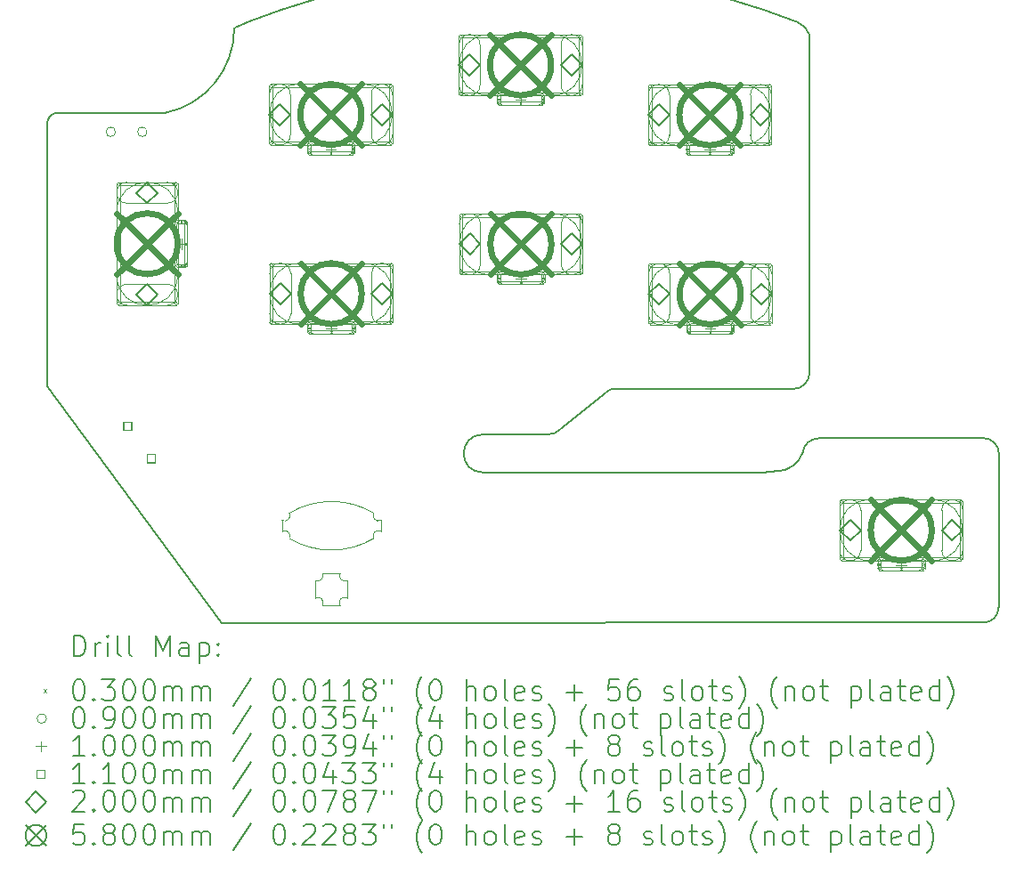
<source format=gbr>
%TF.GenerationSoftware,KiCad,Pcbnew,8.0.2*%
%TF.CreationDate,2024-07-03T21:28:49-05:00*%
%TF.ProjectId,bonsai-pg1232-Xiao-r3-rounded,626f6e73-6169-42d7-9067-313233322d58,v1*%
%TF.SameCoordinates,Original*%
%TF.FileFunction,Drillmap*%
%TF.FilePolarity,Positive*%
%FSLAX45Y45*%
G04 Gerber Fmt 4.5, Leading zero omitted, Abs format (unit mm)*
G04 Created by KiCad (PCBNEW 8.0.2) date 2024-07-03 21:28:49*
%MOMM*%
%LPD*%
G01*
G04 APERTURE LIST*
%ADD10C,0.150000*%
%ADD11C,0.120000*%
%ADD12C,0.050000*%
%ADD13C,0.200000*%
%ADD14C,0.100000*%
%ADD15C,0.110000*%
%ADD16C,0.580000*%
G04 APERTURE END LIST*
D10*
X5496640Y-6138900D02*
G75*
G02*
X5496640Y-5778900I0J180000D01*
G01*
X10258360Y-5813360D02*
G75*
G02*
X10405000Y-5960000I0J-146640D01*
G01*
X3134185Y-1915924D02*
G75*
G02*
X2475000Y-2720000I-820000J0D01*
G01*
X8602950Y-5196310D02*
G75*
G02*
X8456310Y-5342950I-146640J0D01*
G01*
X6215000Y-5740000D02*
X6170000Y-5765000D01*
X8485376Y-1854036D02*
G75*
G02*
X8602914Y-1975637I-60376J-175964D01*
G01*
X6105000Y-5778900D02*
X5496640Y-5778900D01*
X8156640Y-6138900D02*
X5496640Y-6138900D01*
X3134185Y-1915924D02*
X3145000Y-1905000D01*
X10405000Y-5960000D02*
X10402950Y-7421310D01*
X6170000Y-5765000D02*
X6105000Y-5778900D01*
X3145000Y-1905000D02*
X3275000Y-1850000D01*
X2417455Y-2722976D02*
X2475000Y-2720000D01*
X8456310Y-5342950D02*
X6756572Y-5343765D01*
X1356640Y-2818900D02*
G75*
G02*
X1456640Y-2718900I100000J0D01*
G01*
X3275000Y-1850000D02*
G75*
G02*
X8485376Y-1854036I2600000J-6700000D01*
G01*
X1356640Y-5318900D02*
X1356640Y-2818900D01*
X10402950Y-7421310D02*
G75*
G02*
X10256310Y-7567950I-146640J0D01*
G01*
X6756572Y-5343765D02*
X6720000Y-5349408D01*
X6690000Y-5365000D02*
X6215000Y-5740000D01*
X10256310Y-7567950D02*
X3016640Y-7568900D01*
X8541218Y-5947356D02*
G75*
G02*
X8685009Y-5815258I148782J-17644D01*
G01*
X8541218Y-5947356D02*
G75*
G02*
X8306780Y-6128151I-255148J88456D01*
G01*
X8715000Y-5813360D02*
X10258360Y-5813360D01*
X8602914Y-1975637D02*
X8602950Y-5196310D01*
X6720000Y-5349408D02*
X6690000Y-5365000D01*
X8685009Y-5815258D02*
X8715000Y-5813360D01*
X8156640Y-6138900D02*
X8306780Y-6128151D01*
X1356640Y-5318900D02*
X3016640Y-7568900D01*
X1456640Y-2718900D02*
X2417455Y-2722976D01*
D11*
X3589744Y-6698320D02*
X3589744Y-6594180D01*
X4529544Y-6594180D02*
X4529544Y-6698320D01*
X3589744Y-6698320D02*
G75*
G02*
X3658324Y-6766900I24775J-43805D01*
G01*
X3658324Y-6525600D02*
G75*
G02*
X3589744Y-6594180I-43805J-24775D01*
G01*
D12*
X3658324Y-6525600D02*
G75*
G02*
X4460964Y-6525600I401320J-676929D01*
G01*
X4460964Y-6766900D02*
G75*
G02*
X3658324Y-6766900I-401320J672600D01*
G01*
D11*
X4460964Y-6766900D02*
G75*
G02*
X4529544Y-6698320I43805J24775D01*
G01*
X4529544Y-6594180D02*
G75*
G02*
X4460964Y-6525600I-24775J43805D01*
G01*
X3904240Y-7332920D02*
X3904240Y-7165280D01*
X4140460Y-7096700D02*
X3972820Y-7096700D01*
X4140460Y-7401500D02*
X3972820Y-7401500D01*
X4209040Y-7332920D02*
X4209040Y-7165280D01*
X3904240Y-7332920D02*
G75*
G02*
X3972820Y-7401500I24775J-43805D01*
G01*
X3972820Y-7096700D02*
G75*
G02*
X3904240Y-7165280I-43805J-24775D01*
G01*
X4140460Y-7401500D02*
G75*
G02*
X4209040Y-7332920I43805J24775D01*
G01*
X4209040Y-7165280D02*
G75*
G02*
X4140460Y-7096700I-24775J43805D01*
G01*
D13*
D14*
X2016640Y-3948900D02*
X2046640Y-3978900D01*
X2046640Y-3948900D02*
X2016640Y-3978900D01*
X2046640Y-4533900D02*
X2046640Y-3393900D01*
X2016640Y-3393900D02*
G75*
G02*
X2046640Y-3393900I15000J0D01*
G01*
X2016640Y-3393900D02*
X2016640Y-4533900D01*
X2016640Y-4533900D02*
G75*
G03*
X2046640Y-4533900I15000J0D01*
G01*
X2291640Y-3378900D02*
X2321640Y-3408900D01*
X2321640Y-3378900D02*
X2291640Y-3408900D01*
X2581640Y-3378900D02*
X2031640Y-3378900D01*
X2031640Y-3408900D02*
G75*
G02*
X2031640Y-3378900I0J15000D01*
G01*
X2031640Y-3408900D02*
X2581640Y-3408900D01*
X2581640Y-3408900D02*
G75*
G03*
X2581640Y-3378900I0J15000D01*
G01*
X2291640Y-4518900D02*
X2321640Y-4548900D01*
X2321640Y-4518900D02*
X2291640Y-4548900D01*
X2581640Y-4518900D02*
X2031640Y-4518900D01*
X2031640Y-4548900D02*
G75*
G02*
X2031640Y-4518900I0J15000D01*
G01*
X2031640Y-4548900D02*
X2581640Y-4548900D01*
X2581640Y-4548900D02*
G75*
G03*
X2581640Y-4518900I0J15000D01*
G01*
X2566640Y-3948900D02*
X2596640Y-3978900D01*
X2596640Y-3948900D02*
X2566640Y-3978900D01*
X2596640Y-4533900D02*
X2596640Y-3393900D01*
X2566640Y-3393900D02*
G75*
G02*
X2596640Y-3393900I15000J0D01*
G01*
X2566640Y-3393900D02*
X2566640Y-4533900D01*
X2566640Y-4533900D02*
G75*
G03*
X2596640Y-4533900I15000J0D01*
G01*
X2616640Y-3738900D02*
X2646640Y-3768900D01*
X2646640Y-3738900D02*
X2616640Y-3768900D01*
X2671640Y-3738900D02*
X2591640Y-3738900D01*
X2591640Y-3768900D02*
G75*
G02*
X2591640Y-3738900I0J15000D01*
G01*
X2591640Y-3768900D02*
X2671640Y-3768900D01*
X2671640Y-3768900D02*
G75*
G03*
X2671640Y-3738900I0J15000D01*
G01*
X2616640Y-4158900D02*
X2646640Y-4188900D01*
X2646640Y-4158900D02*
X2616640Y-4188900D01*
X2671640Y-4158900D02*
X2591640Y-4158900D01*
X2591640Y-4188900D02*
G75*
G02*
X2591640Y-4158900I0J15000D01*
G01*
X2591640Y-4188900D02*
X2671640Y-4188900D01*
X2671640Y-4188900D02*
G75*
G03*
X2671640Y-4158900I0J15000D01*
G01*
X2656640Y-3948900D02*
X2686640Y-3978900D01*
X2686640Y-3948900D02*
X2656640Y-3978900D01*
X2686640Y-4173900D02*
X2686640Y-3753900D01*
X2656640Y-3753900D02*
G75*
G02*
X2686640Y-3753900I15000J0D01*
G01*
X2656640Y-3753900D02*
X2656640Y-4173900D01*
X2656640Y-4173900D02*
G75*
G03*
X2686640Y-4173900I15000J0D01*
G01*
X3468280Y-2720300D02*
X3498280Y-2750300D01*
X3498280Y-2720300D02*
X3468280Y-2750300D01*
X3498280Y-3010300D02*
X3498280Y-2460300D01*
X3468280Y-2460300D02*
G75*
G02*
X3498280Y-2460300I15000J0D01*
G01*
X3468280Y-2460300D02*
X3468280Y-3010300D01*
X3468280Y-3010300D02*
G75*
G03*
X3498280Y-3010300I15000J0D01*
G01*
X3471640Y-4423900D02*
X3501640Y-4453900D01*
X3501640Y-4423900D02*
X3471640Y-4453900D01*
X3501640Y-4713900D02*
X3501640Y-4163900D01*
X3471640Y-4163900D02*
G75*
G02*
X3501640Y-4163900I15000J0D01*
G01*
X3471640Y-4163900D02*
X3471640Y-4713900D01*
X3471640Y-4713900D02*
G75*
G03*
X3501640Y-4713900I15000J0D01*
G01*
X3828280Y-3045300D02*
X3858280Y-3075300D01*
X3858280Y-3045300D02*
X3828280Y-3075300D01*
X3858280Y-3100300D02*
X3858280Y-3020300D01*
X3828280Y-3020300D02*
G75*
G02*
X3858280Y-3020300I15000J0D01*
G01*
X3828280Y-3020300D02*
X3828280Y-3100300D01*
X3828280Y-3100300D02*
G75*
G03*
X3858280Y-3100300I15000J0D01*
G01*
X3831640Y-4748900D02*
X3861640Y-4778900D01*
X3861640Y-4748900D02*
X3831640Y-4778900D01*
X3861640Y-4803900D02*
X3861640Y-4723900D01*
X3831640Y-4723900D02*
G75*
G02*
X3861640Y-4723900I15000J0D01*
G01*
X3831640Y-4723900D02*
X3831640Y-4803900D01*
X3831640Y-4803900D02*
G75*
G03*
X3861640Y-4803900I15000J0D01*
G01*
X4038280Y-2445300D02*
X4068280Y-2475300D01*
X4068280Y-2445300D02*
X4038280Y-2475300D01*
X3483280Y-2475300D02*
X4623280Y-2475300D01*
X4623280Y-2445300D02*
G75*
G02*
X4623280Y-2475300I0J-15000D01*
G01*
X4623280Y-2445300D02*
X3483280Y-2445300D01*
X3483280Y-2445300D02*
G75*
G03*
X3483280Y-2475300I0J-15000D01*
G01*
X4038280Y-2995300D02*
X4068280Y-3025300D01*
X4068280Y-2995300D02*
X4038280Y-3025300D01*
X3483280Y-3025300D02*
X4623280Y-3025300D01*
X4623280Y-2995300D02*
G75*
G02*
X4623280Y-3025300I0J-15000D01*
G01*
X4623280Y-2995300D02*
X3483280Y-2995300D01*
X3483280Y-2995300D02*
G75*
G03*
X3483280Y-3025300I0J-15000D01*
G01*
X4038280Y-3085300D02*
X4068280Y-3115300D01*
X4068280Y-3085300D02*
X4038280Y-3115300D01*
X3843280Y-3115300D02*
X4263280Y-3115300D01*
X4263280Y-3085300D02*
G75*
G02*
X4263280Y-3115300I0J-15000D01*
G01*
X4263280Y-3085300D02*
X3843280Y-3085300D01*
X3843280Y-3085300D02*
G75*
G03*
X3843280Y-3115300I0J-15000D01*
G01*
X4041640Y-4148900D02*
X4071640Y-4178900D01*
X4071640Y-4148900D02*
X4041640Y-4178900D01*
X3486640Y-4178900D02*
X4626640Y-4178900D01*
X4626640Y-4148900D02*
G75*
G02*
X4626640Y-4178900I0J-15000D01*
G01*
X4626640Y-4148900D02*
X3486640Y-4148900D01*
X3486640Y-4148900D02*
G75*
G03*
X3486640Y-4178900I0J-15000D01*
G01*
X4041640Y-4698900D02*
X4071640Y-4728900D01*
X4071640Y-4698900D02*
X4041640Y-4728900D01*
X3486640Y-4728900D02*
X4626640Y-4728900D01*
X4626640Y-4698900D02*
G75*
G02*
X4626640Y-4728900I0J-15000D01*
G01*
X4626640Y-4698900D02*
X3486640Y-4698900D01*
X3486640Y-4698900D02*
G75*
G03*
X3486640Y-4728900I0J-15000D01*
G01*
X4041640Y-4788900D02*
X4071640Y-4818900D01*
X4071640Y-4788900D02*
X4041640Y-4818900D01*
X3846640Y-4818900D02*
X4266640Y-4818900D01*
X4266640Y-4788900D02*
G75*
G02*
X4266640Y-4818900I0J-15000D01*
G01*
X4266640Y-4788900D02*
X3846640Y-4788900D01*
X3846640Y-4788900D02*
G75*
G03*
X3846640Y-4818900I0J-15000D01*
G01*
X4248280Y-3045300D02*
X4278280Y-3075300D01*
X4278280Y-3045300D02*
X4248280Y-3075300D01*
X4278280Y-3100300D02*
X4278280Y-3020300D01*
X4248280Y-3020300D02*
G75*
G02*
X4278280Y-3020300I15000J0D01*
G01*
X4248280Y-3020300D02*
X4248280Y-3100300D01*
X4248280Y-3100300D02*
G75*
G03*
X4278280Y-3100300I15000J0D01*
G01*
X4251640Y-4748900D02*
X4281640Y-4778900D01*
X4281640Y-4748900D02*
X4251640Y-4778900D01*
X4281640Y-4803900D02*
X4281640Y-4723900D01*
X4251640Y-4723900D02*
G75*
G02*
X4281640Y-4723900I15000J0D01*
G01*
X4251640Y-4723900D02*
X4251640Y-4803900D01*
X4251640Y-4803900D02*
G75*
G03*
X4281640Y-4803900I15000J0D01*
G01*
X4608280Y-2720300D02*
X4638280Y-2750300D01*
X4638280Y-2720300D02*
X4608280Y-2750300D01*
X4638280Y-3010300D02*
X4638280Y-2460300D01*
X4608280Y-2460300D02*
G75*
G02*
X4638280Y-2460300I15000J0D01*
G01*
X4608280Y-2460300D02*
X4608280Y-3010300D01*
X4608280Y-3010300D02*
G75*
G03*
X4638280Y-3010300I15000J0D01*
G01*
X4611640Y-4423900D02*
X4641640Y-4453900D01*
X4641640Y-4423900D02*
X4611640Y-4453900D01*
X4641640Y-4713900D02*
X4641640Y-4163900D01*
X4611640Y-4163900D02*
G75*
G02*
X4641640Y-4163900I15000J0D01*
G01*
X4611640Y-4163900D02*
X4611640Y-4713900D01*
X4611640Y-4713900D02*
G75*
G03*
X4641640Y-4713900I15000J0D01*
G01*
X5271640Y-2248900D02*
X5301640Y-2278900D01*
X5301640Y-2248900D02*
X5271640Y-2278900D01*
X5301640Y-2538900D02*
X5301640Y-1988900D01*
X5271640Y-1988900D02*
G75*
G02*
X5301640Y-1988900I15000J0D01*
G01*
X5271640Y-1988900D02*
X5271640Y-2538900D01*
X5271640Y-2538900D02*
G75*
G03*
X5301640Y-2538900I15000J0D01*
G01*
X5275000Y-3952500D02*
X5305000Y-3982500D01*
X5305000Y-3952500D02*
X5275000Y-3982500D01*
X5305000Y-4242500D02*
X5305000Y-3692500D01*
X5275000Y-3692500D02*
G75*
G02*
X5305000Y-3692500I15000J0D01*
G01*
X5275000Y-3692500D02*
X5275000Y-4242500D01*
X5275000Y-4242500D02*
G75*
G03*
X5305000Y-4242500I15000J0D01*
G01*
X5631640Y-2573900D02*
X5661640Y-2603900D01*
X5661640Y-2573900D02*
X5631640Y-2603900D01*
X5661640Y-2628900D02*
X5661640Y-2548900D01*
X5631640Y-2548900D02*
G75*
G02*
X5661640Y-2548900I15000J0D01*
G01*
X5631640Y-2548900D02*
X5631640Y-2628900D01*
X5631640Y-2628900D02*
G75*
G03*
X5661640Y-2628900I15000J0D01*
G01*
X5635000Y-4277500D02*
X5665000Y-4307500D01*
X5665000Y-4277500D02*
X5635000Y-4307500D01*
X5665000Y-4332500D02*
X5665000Y-4252500D01*
X5635000Y-4252500D02*
G75*
G02*
X5665000Y-4252500I15000J0D01*
G01*
X5635000Y-4252500D02*
X5635000Y-4332500D01*
X5635000Y-4332500D02*
G75*
G03*
X5665000Y-4332500I15000J0D01*
G01*
X5841640Y-1973900D02*
X5871640Y-2003900D01*
X5871640Y-1973900D02*
X5841640Y-2003900D01*
X5286640Y-2003900D02*
X6426640Y-2003900D01*
X6426640Y-1973900D02*
G75*
G02*
X6426640Y-2003900I0J-15000D01*
G01*
X6426640Y-1973900D02*
X5286640Y-1973900D01*
X5286640Y-1973900D02*
G75*
G03*
X5286640Y-2003900I0J-15000D01*
G01*
X5841640Y-2523900D02*
X5871640Y-2553900D01*
X5871640Y-2523900D02*
X5841640Y-2553900D01*
X5286640Y-2553900D02*
X6426640Y-2553900D01*
X6426640Y-2523900D02*
G75*
G02*
X6426640Y-2553900I0J-15000D01*
G01*
X6426640Y-2523900D02*
X5286640Y-2523900D01*
X5286640Y-2523900D02*
G75*
G03*
X5286640Y-2553900I0J-15000D01*
G01*
X5841640Y-2613900D02*
X5871640Y-2643900D01*
X5871640Y-2613900D02*
X5841640Y-2643900D01*
X5646640Y-2643900D02*
X6066640Y-2643900D01*
X6066640Y-2613900D02*
G75*
G02*
X6066640Y-2643900I0J-15000D01*
G01*
X6066640Y-2613900D02*
X5646640Y-2613900D01*
X5646640Y-2613900D02*
G75*
G03*
X5646640Y-2643900I0J-15000D01*
G01*
X5845000Y-3677500D02*
X5875000Y-3707500D01*
X5875000Y-3677500D02*
X5845000Y-3707500D01*
X5290000Y-3707500D02*
X6430000Y-3707500D01*
X6430000Y-3677500D02*
G75*
G02*
X6430000Y-3707500I0J-15000D01*
G01*
X6430000Y-3677500D02*
X5290000Y-3677500D01*
X5290000Y-3677500D02*
G75*
G03*
X5290000Y-3707500I0J-15000D01*
G01*
X5845000Y-4227500D02*
X5875000Y-4257500D01*
X5875000Y-4227500D02*
X5845000Y-4257500D01*
X5290000Y-4257500D02*
X6430000Y-4257500D01*
X6430000Y-4227500D02*
G75*
G02*
X6430000Y-4257500I0J-15000D01*
G01*
X6430000Y-4227500D02*
X5290000Y-4227500D01*
X5290000Y-4227500D02*
G75*
G03*
X5290000Y-4257500I0J-15000D01*
G01*
X5845000Y-4317500D02*
X5875000Y-4347500D01*
X5875000Y-4317500D02*
X5845000Y-4347500D01*
X5650000Y-4347500D02*
X6070000Y-4347500D01*
X6070000Y-4317500D02*
G75*
G02*
X6070000Y-4347500I0J-15000D01*
G01*
X6070000Y-4317500D02*
X5650000Y-4317500D01*
X5650000Y-4317500D02*
G75*
G03*
X5650000Y-4347500I0J-15000D01*
G01*
X6051640Y-2573900D02*
X6081640Y-2603900D01*
X6081640Y-2573900D02*
X6051640Y-2603900D01*
X6081640Y-2628900D02*
X6081640Y-2548900D01*
X6051640Y-2548900D02*
G75*
G02*
X6081640Y-2548900I15000J0D01*
G01*
X6051640Y-2548900D02*
X6051640Y-2628900D01*
X6051640Y-2628900D02*
G75*
G03*
X6081640Y-2628900I15000J0D01*
G01*
X6055000Y-4277500D02*
X6085000Y-4307500D01*
X6085000Y-4277500D02*
X6055000Y-4307500D01*
X6085000Y-4332500D02*
X6085000Y-4252500D01*
X6055000Y-4252500D02*
G75*
G02*
X6085000Y-4252500I15000J0D01*
G01*
X6055000Y-4252500D02*
X6055000Y-4332500D01*
X6055000Y-4332500D02*
G75*
G03*
X6085000Y-4332500I15000J0D01*
G01*
X6411640Y-2248900D02*
X6441640Y-2278900D01*
X6441640Y-2248900D02*
X6411640Y-2278900D01*
X6441640Y-2538900D02*
X6441640Y-1988900D01*
X6411640Y-1988900D02*
G75*
G02*
X6441640Y-1988900I15000J0D01*
G01*
X6411640Y-1988900D02*
X6411640Y-2538900D01*
X6411640Y-2538900D02*
G75*
G03*
X6441640Y-2538900I15000J0D01*
G01*
X6415000Y-3952500D02*
X6445000Y-3982500D01*
X6445000Y-3952500D02*
X6415000Y-3982500D01*
X6445000Y-4242500D02*
X6445000Y-3692500D01*
X6415000Y-3692500D02*
G75*
G02*
X6445000Y-3692500I15000J0D01*
G01*
X6415000Y-3692500D02*
X6415000Y-4242500D01*
X6415000Y-4242500D02*
G75*
G03*
X6445000Y-4242500I15000J0D01*
G01*
X7071640Y-2723900D02*
X7101640Y-2753900D01*
X7101640Y-2723900D02*
X7071640Y-2753900D01*
X7101640Y-3013900D02*
X7101640Y-2463900D01*
X7071640Y-2463900D02*
G75*
G02*
X7101640Y-2463900I15000J0D01*
G01*
X7071640Y-2463900D02*
X7071640Y-3013900D01*
X7071640Y-3013900D02*
G75*
G03*
X7101640Y-3013900I15000J0D01*
G01*
X7075000Y-4427500D02*
X7105000Y-4457500D01*
X7105000Y-4427500D02*
X7075000Y-4457500D01*
X7105000Y-4717500D02*
X7105000Y-4167500D01*
X7075000Y-4167500D02*
G75*
G02*
X7105000Y-4167500I15000J0D01*
G01*
X7075000Y-4167500D02*
X7075000Y-4717500D01*
X7075000Y-4717500D02*
G75*
G03*
X7105000Y-4717500I15000J0D01*
G01*
X7431640Y-3048900D02*
X7461640Y-3078900D01*
X7461640Y-3048900D02*
X7431640Y-3078900D01*
X7461640Y-3103900D02*
X7461640Y-3023900D01*
X7431640Y-3023900D02*
G75*
G02*
X7461640Y-3023900I15000J0D01*
G01*
X7431640Y-3023900D02*
X7431640Y-3103900D01*
X7431640Y-3103900D02*
G75*
G03*
X7461640Y-3103900I15000J0D01*
G01*
X7435000Y-4752500D02*
X7465000Y-4782500D01*
X7465000Y-4752500D02*
X7435000Y-4782500D01*
X7465000Y-4807500D02*
X7465000Y-4727500D01*
X7435000Y-4727500D02*
G75*
G02*
X7465000Y-4727500I15000J0D01*
G01*
X7435000Y-4727500D02*
X7435000Y-4807500D01*
X7435000Y-4807500D02*
G75*
G03*
X7465000Y-4807500I15000J0D01*
G01*
X7641640Y-2448900D02*
X7671640Y-2478900D01*
X7671640Y-2448900D02*
X7641640Y-2478900D01*
X7086640Y-2478900D02*
X8226640Y-2478900D01*
X8226640Y-2448900D02*
G75*
G02*
X8226640Y-2478900I0J-15000D01*
G01*
X8226640Y-2448900D02*
X7086640Y-2448900D01*
X7086640Y-2448900D02*
G75*
G03*
X7086640Y-2478900I0J-15000D01*
G01*
X7641640Y-2998900D02*
X7671640Y-3028900D01*
X7671640Y-2998900D02*
X7641640Y-3028900D01*
X7086640Y-3028900D02*
X8226640Y-3028900D01*
X8226640Y-2998900D02*
G75*
G02*
X8226640Y-3028900I0J-15000D01*
G01*
X8226640Y-2998900D02*
X7086640Y-2998900D01*
X7086640Y-2998900D02*
G75*
G03*
X7086640Y-3028900I0J-15000D01*
G01*
X7641640Y-3088900D02*
X7671640Y-3118900D01*
X7671640Y-3088900D02*
X7641640Y-3118900D01*
X7446640Y-3118900D02*
X7866640Y-3118900D01*
X7866640Y-3088900D02*
G75*
G02*
X7866640Y-3118900I0J-15000D01*
G01*
X7866640Y-3088900D02*
X7446640Y-3088900D01*
X7446640Y-3088900D02*
G75*
G03*
X7446640Y-3118900I0J-15000D01*
G01*
X7645000Y-4152500D02*
X7675000Y-4182500D01*
X7675000Y-4152500D02*
X7645000Y-4182500D01*
X7090000Y-4182500D02*
X8230000Y-4182500D01*
X8230000Y-4152500D02*
G75*
G02*
X8230000Y-4182500I0J-15000D01*
G01*
X8230000Y-4152500D02*
X7090000Y-4152500D01*
X7090000Y-4152500D02*
G75*
G03*
X7090000Y-4182500I0J-15000D01*
G01*
X7645000Y-4702500D02*
X7675000Y-4732500D01*
X7675000Y-4702500D02*
X7645000Y-4732500D01*
X7090000Y-4732500D02*
X8230000Y-4732500D01*
X8230000Y-4702500D02*
G75*
G02*
X8230000Y-4732500I0J-15000D01*
G01*
X8230000Y-4702500D02*
X7090000Y-4702500D01*
X7090000Y-4702500D02*
G75*
G03*
X7090000Y-4732500I0J-15000D01*
G01*
X7645000Y-4792500D02*
X7675000Y-4822500D01*
X7675000Y-4792500D02*
X7645000Y-4822500D01*
X7450000Y-4822500D02*
X7870000Y-4822500D01*
X7870000Y-4792500D02*
G75*
G02*
X7870000Y-4822500I0J-15000D01*
G01*
X7870000Y-4792500D02*
X7450000Y-4792500D01*
X7450000Y-4792500D02*
G75*
G03*
X7450000Y-4822500I0J-15000D01*
G01*
X7851640Y-3048900D02*
X7881640Y-3078900D01*
X7881640Y-3048900D02*
X7851640Y-3078900D01*
X7881640Y-3103900D02*
X7881640Y-3023900D01*
X7851640Y-3023900D02*
G75*
G02*
X7881640Y-3023900I15000J0D01*
G01*
X7851640Y-3023900D02*
X7851640Y-3103900D01*
X7851640Y-3103900D02*
G75*
G03*
X7881640Y-3103900I15000J0D01*
G01*
X7855000Y-4752500D02*
X7885000Y-4782500D01*
X7885000Y-4752500D02*
X7855000Y-4782500D01*
X7885000Y-4807500D02*
X7885000Y-4727500D01*
X7855000Y-4727500D02*
G75*
G02*
X7885000Y-4727500I15000J0D01*
G01*
X7855000Y-4727500D02*
X7855000Y-4807500D01*
X7855000Y-4807500D02*
G75*
G03*
X7885000Y-4807500I15000J0D01*
G01*
X8211640Y-2723900D02*
X8241640Y-2753900D01*
X8241640Y-2723900D02*
X8211640Y-2753900D01*
X8241640Y-3013900D02*
X8241640Y-2463900D01*
X8211640Y-2463900D02*
G75*
G02*
X8241640Y-2463900I15000J0D01*
G01*
X8211640Y-2463900D02*
X8211640Y-3013900D01*
X8211640Y-3013900D02*
G75*
G03*
X8241640Y-3013900I15000J0D01*
G01*
X8215000Y-4427500D02*
X8245000Y-4457500D01*
X8245000Y-4427500D02*
X8215000Y-4457500D01*
X8245000Y-4717500D02*
X8245000Y-4167500D01*
X8215000Y-4167500D02*
G75*
G02*
X8245000Y-4167500I15000J0D01*
G01*
X8215000Y-4167500D02*
X8215000Y-4717500D01*
X8215000Y-4717500D02*
G75*
G03*
X8245000Y-4717500I15000J0D01*
G01*
X8891640Y-6673900D02*
X8921640Y-6703900D01*
X8921640Y-6673900D02*
X8891640Y-6703900D01*
X8921640Y-6963900D02*
X8921640Y-6413900D01*
X8891640Y-6413900D02*
G75*
G02*
X8921640Y-6413900I15000J0D01*
G01*
X8891640Y-6413900D02*
X8891640Y-6963900D01*
X8891640Y-6963900D02*
G75*
G03*
X8921640Y-6963900I15000J0D01*
G01*
X9251640Y-6998900D02*
X9281640Y-7028900D01*
X9281640Y-6998900D02*
X9251640Y-7028900D01*
X9281640Y-7053900D02*
X9281640Y-6973900D01*
X9251640Y-6973900D02*
G75*
G02*
X9281640Y-6973900I15000J0D01*
G01*
X9251640Y-6973900D02*
X9251640Y-7053900D01*
X9251640Y-7053900D02*
G75*
G03*
X9281640Y-7053900I15000J0D01*
G01*
X9461640Y-6398900D02*
X9491640Y-6428900D01*
X9491640Y-6398900D02*
X9461640Y-6428900D01*
X8906640Y-6428900D02*
X10046640Y-6428900D01*
X10046640Y-6398900D02*
G75*
G02*
X10046640Y-6428900I0J-15000D01*
G01*
X10046640Y-6398900D02*
X8906640Y-6398900D01*
X8906640Y-6398900D02*
G75*
G03*
X8906640Y-6428900I0J-15000D01*
G01*
X9461640Y-6948900D02*
X9491640Y-6978900D01*
X9491640Y-6948900D02*
X9461640Y-6978900D01*
X8906640Y-6978900D02*
X10046640Y-6978900D01*
X10046640Y-6948900D02*
G75*
G02*
X10046640Y-6978900I0J-15000D01*
G01*
X10046640Y-6948900D02*
X8906640Y-6948900D01*
X8906640Y-6948900D02*
G75*
G03*
X8906640Y-6978900I0J-15000D01*
G01*
X9461640Y-7038900D02*
X9491640Y-7068900D01*
X9491640Y-7038900D02*
X9461640Y-7068900D01*
X9266640Y-7068900D02*
X9686640Y-7068900D01*
X9686640Y-7038900D02*
G75*
G02*
X9686640Y-7068900I0J-15000D01*
G01*
X9686640Y-7038900D02*
X9266640Y-7038900D01*
X9266640Y-7038900D02*
G75*
G03*
X9266640Y-7068900I0J-15000D01*
G01*
X9671640Y-6998900D02*
X9701640Y-7028900D01*
X9701640Y-6998900D02*
X9671640Y-7028900D01*
X9701640Y-7053900D02*
X9701640Y-6973900D01*
X9671640Y-6973900D02*
G75*
G02*
X9701640Y-6973900I15000J0D01*
G01*
X9671640Y-6973900D02*
X9671640Y-7053900D01*
X9671640Y-7053900D02*
G75*
G03*
X9701640Y-7053900I15000J0D01*
G01*
X10031640Y-6673900D02*
X10061640Y-6703900D01*
X10061640Y-6673900D02*
X10031640Y-6703900D01*
X10061640Y-6963900D02*
X10061640Y-6413900D01*
X10031640Y-6413900D02*
G75*
G02*
X10061640Y-6413900I15000J0D01*
G01*
X10031640Y-6413900D02*
X10031640Y-6963900D01*
X10031640Y-6963900D02*
G75*
G03*
X10061640Y-6963900I15000J0D01*
G01*
X2005000Y-2899500D02*
G75*
G02*
X1915000Y-2899500I-45000J0D01*
G01*
X1915000Y-2899500D02*
G75*
G02*
X2005000Y-2899500I45000J0D01*
G01*
X2005000Y-2899500D02*
G75*
G02*
X1915000Y-2899500I-45000J0D01*
G01*
X1915000Y-2899500D02*
G75*
G02*
X2005000Y-2899500I45000J0D01*
G01*
X2305000Y-2899500D02*
G75*
G02*
X2215000Y-2899500I-45000J0D01*
G01*
X2215000Y-2899500D02*
G75*
G02*
X2305000Y-2899500I45000J0D01*
G01*
X2305000Y-2899500D02*
G75*
G02*
X2215000Y-2899500I-45000J0D01*
G01*
X2215000Y-2899500D02*
G75*
G02*
X2305000Y-2899500I45000J0D01*
G01*
X2636640Y-3913900D02*
X2636640Y-4013900D01*
X2586640Y-3963900D02*
X2686640Y-3963900D01*
X2686640Y-4138900D02*
X2686640Y-3788900D01*
X2586640Y-3788900D02*
G75*
G02*
X2686640Y-3788900I50000J0D01*
G01*
X2586640Y-3788900D02*
X2586640Y-4138900D01*
X2586640Y-4138900D02*
G75*
G03*
X2686640Y-4138900I50000J0D01*
G01*
X4053280Y-3015300D02*
X4053280Y-3115300D01*
X4003280Y-3065300D02*
X4103280Y-3065300D01*
X3878280Y-3115300D02*
X4228280Y-3115300D01*
X4228280Y-3015300D02*
G75*
G02*
X4228280Y-3115300I0J-50000D01*
G01*
X4228280Y-3015300D02*
X3878280Y-3015300D01*
X3878280Y-3015300D02*
G75*
G03*
X3878280Y-3115300I0J-50000D01*
G01*
X4056640Y-4718900D02*
X4056640Y-4818900D01*
X4006640Y-4768900D02*
X4106640Y-4768900D01*
X3881640Y-4818900D02*
X4231640Y-4818900D01*
X4231640Y-4718900D02*
G75*
G02*
X4231640Y-4818900I0J-50000D01*
G01*
X4231640Y-4718900D02*
X3881640Y-4718900D01*
X3881640Y-4718900D02*
G75*
G03*
X3881640Y-4818900I0J-50000D01*
G01*
X5856640Y-2543900D02*
X5856640Y-2643900D01*
X5806640Y-2593900D02*
X5906640Y-2593900D01*
X5681640Y-2643900D02*
X6031640Y-2643900D01*
X6031640Y-2543900D02*
G75*
G02*
X6031640Y-2643900I0J-50000D01*
G01*
X6031640Y-2543900D02*
X5681640Y-2543900D01*
X5681640Y-2543900D02*
G75*
G03*
X5681640Y-2643900I0J-50000D01*
G01*
X5860000Y-4247500D02*
X5860000Y-4347500D01*
X5810000Y-4297500D02*
X5910000Y-4297500D01*
X5685000Y-4347500D02*
X6035000Y-4347500D01*
X6035000Y-4247500D02*
G75*
G02*
X6035000Y-4347500I0J-50000D01*
G01*
X6035000Y-4247500D02*
X5685000Y-4247500D01*
X5685000Y-4247500D02*
G75*
G03*
X5685000Y-4347500I0J-50000D01*
G01*
X7656640Y-3018900D02*
X7656640Y-3118900D01*
X7606640Y-3068900D02*
X7706640Y-3068900D01*
X7481640Y-3118900D02*
X7831640Y-3118900D01*
X7831640Y-3018900D02*
G75*
G02*
X7831640Y-3118900I0J-50000D01*
G01*
X7831640Y-3018900D02*
X7481640Y-3018900D01*
X7481640Y-3018900D02*
G75*
G03*
X7481640Y-3118900I0J-50000D01*
G01*
X7660000Y-4722500D02*
X7660000Y-4822500D01*
X7610000Y-4772500D02*
X7710000Y-4772500D01*
X7485000Y-4822500D02*
X7835000Y-4822500D01*
X7835000Y-4722500D02*
G75*
G02*
X7835000Y-4822500I0J-50000D01*
G01*
X7835000Y-4722500D02*
X7485000Y-4722500D01*
X7485000Y-4722500D02*
G75*
G03*
X7485000Y-4822500I0J-50000D01*
G01*
X9476640Y-6968900D02*
X9476640Y-7068900D01*
X9426640Y-7018900D02*
X9526640Y-7018900D01*
X9301640Y-7068900D02*
X9651640Y-7068900D01*
X9651640Y-6968900D02*
G75*
G02*
X9651640Y-7068900I0J-50000D01*
G01*
X9651640Y-6968900D02*
X9301640Y-6968900D01*
X9301640Y-6968900D02*
G75*
G03*
X9301640Y-7068900I0J-50000D01*
G01*
D15*
X2155501Y-5735680D02*
X2155501Y-5657898D01*
X2077718Y-5657898D01*
X2077718Y-5735680D01*
X2155501Y-5735680D01*
X2158891Y-5738891D02*
X2158891Y-5661109D01*
X2081109Y-5661109D01*
X2081109Y-5738891D01*
X2158891Y-5738891D01*
X2381000Y-6041540D02*
X2381000Y-5963757D01*
X2303218Y-5963757D01*
X2303218Y-6041540D01*
X2381000Y-6041540D01*
X2384390Y-6044751D02*
X2384390Y-5966969D01*
X2306608Y-5966969D01*
X2306608Y-6044751D01*
X2384390Y-6044751D01*
D13*
X2306640Y-3578900D02*
X2406640Y-3478900D01*
X2306640Y-3378900D01*
X2206640Y-3478900D01*
X2306640Y-3578900D01*
D14*
X2116640Y-3578900D02*
X2496640Y-3578900D01*
X2496640Y-3378900D02*
G75*
G02*
X2496640Y-3578900I0J-100000D01*
G01*
X2496640Y-3378900D02*
X2116640Y-3378900D01*
X2116640Y-3378900D02*
G75*
G03*
X2116640Y-3578900I0J-100000D01*
G01*
D13*
X2306640Y-4548900D02*
X2406640Y-4448900D01*
X2306640Y-4348900D01*
X2206640Y-4448900D01*
X2306640Y-4548900D01*
D14*
X2116640Y-4548900D02*
X2496640Y-4548900D01*
X2496640Y-4348900D02*
G75*
G02*
X2496640Y-4548900I0J-100000D01*
G01*
X2496640Y-4348900D02*
X2116640Y-4348900D01*
X2116640Y-4348900D02*
G75*
G03*
X2116640Y-4548900I0J-100000D01*
G01*
D13*
X3568280Y-2835300D02*
X3668280Y-2735300D01*
X3568280Y-2635300D01*
X3468280Y-2735300D01*
X3568280Y-2835300D01*
D14*
X3468280Y-2545300D02*
X3468280Y-2925300D01*
X3668280Y-2925300D02*
G75*
G02*
X3468280Y-2925300I-100000J0D01*
G01*
X3668280Y-2925300D02*
X3668280Y-2545300D01*
X3668280Y-2545300D02*
G75*
G03*
X3468280Y-2545300I-100000J0D01*
G01*
D13*
X3571640Y-4538900D02*
X3671640Y-4438900D01*
X3571640Y-4338900D01*
X3471640Y-4438900D01*
X3571640Y-4538900D01*
D14*
X3471640Y-4248900D02*
X3471640Y-4628900D01*
X3671640Y-4628900D02*
G75*
G02*
X3471640Y-4628900I-100000J0D01*
G01*
X3671640Y-4628900D02*
X3671640Y-4248900D01*
X3671640Y-4248900D02*
G75*
G03*
X3471640Y-4248900I-100000J0D01*
G01*
D13*
X4538280Y-2835300D02*
X4638280Y-2735300D01*
X4538280Y-2635300D01*
X4438280Y-2735300D01*
X4538280Y-2835300D01*
D14*
X4438280Y-2545300D02*
X4438280Y-2925300D01*
X4638280Y-2925300D02*
G75*
G02*
X4438280Y-2925300I-100000J0D01*
G01*
X4638280Y-2925300D02*
X4638280Y-2545300D01*
X4638280Y-2545300D02*
G75*
G03*
X4438280Y-2545300I-100000J0D01*
G01*
D13*
X4541640Y-4538900D02*
X4641640Y-4438900D01*
X4541640Y-4338900D01*
X4441640Y-4438900D01*
X4541640Y-4538900D01*
D14*
X4441640Y-4248900D02*
X4441640Y-4628900D01*
X4641640Y-4628900D02*
G75*
G02*
X4441640Y-4628900I-100000J0D01*
G01*
X4641640Y-4628900D02*
X4641640Y-4248900D01*
X4641640Y-4248900D02*
G75*
G03*
X4441640Y-4248900I-100000J0D01*
G01*
D13*
X5371640Y-2363900D02*
X5471640Y-2263900D01*
X5371640Y-2163900D01*
X5271640Y-2263900D01*
X5371640Y-2363900D01*
D14*
X5271640Y-2073900D02*
X5271640Y-2453900D01*
X5471640Y-2453900D02*
G75*
G02*
X5271640Y-2453900I-100000J0D01*
G01*
X5471640Y-2453900D02*
X5471640Y-2073900D01*
X5471640Y-2073900D02*
G75*
G03*
X5271640Y-2073900I-100000J0D01*
G01*
D13*
X5375000Y-4067500D02*
X5475000Y-3967500D01*
X5375000Y-3867500D01*
X5275000Y-3967500D01*
X5375000Y-4067500D01*
D14*
X5275000Y-3777500D02*
X5275000Y-4157500D01*
X5475000Y-4157500D02*
G75*
G02*
X5275000Y-4157500I-100000J0D01*
G01*
X5475000Y-4157500D02*
X5475000Y-3777500D01*
X5475000Y-3777500D02*
G75*
G03*
X5275000Y-3777500I-100000J0D01*
G01*
D13*
X6341640Y-2363900D02*
X6441640Y-2263900D01*
X6341640Y-2163900D01*
X6241640Y-2263900D01*
X6341640Y-2363900D01*
D14*
X6241640Y-2073900D02*
X6241640Y-2453900D01*
X6441640Y-2453900D02*
G75*
G02*
X6241640Y-2453900I-100000J0D01*
G01*
X6441640Y-2453900D02*
X6441640Y-2073900D01*
X6441640Y-2073900D02*
G75*
G03*
X6241640Y-2073900I-100000J0D01*
G01*
D13*
X6345000Y-4067500D02*
X6445000Y-3967500D01*
X6345000Y-3867500D01*
X6245000Y-3967500D01*
X6345000Y-4067500D01*
D14*
X6245000Y-3777500D02*
X6245000Y-4157500D01*
X6445000Y-4157500D02*
G75*
G02*
X6245000Y-4157500I-100000J0D01*
G01*
X6445000Y-4157500D02*
X6445000Y-3777500D01*
X6445000Y-3777500D02*
G75*
G03*
X6245000Y-3777500I-100000J0D01*
G01*
D13*
X7171640Y-2838900D02*
X7271640Y-2738900D01*
X7171640Y-2638900D01*
X7071640Y-2738900D01*
X7171640Y-2838900D01*
D14*
X7071640Y-2548900D02*
X7071640Y-2928900D01*
X7271640Y-2928900D02*
G75*
G02*
X7071640Y-2928900I-100000J0D01*
G01*
X7271640Y-2928900D02*
X7271640Y-2548900D01*
X7271640Y-2548900D02*
G75*
G03*
X7071640Y-2548900I-100000J0D01*
G01*
D13*
X7175000Y-4542500D02*
X7275000Y-4442500D01*
X7175000Y-4342500D01*
X7075000Y-4442500D01*
X7175000Y-4542500D01*
D14*
X7075000Y-4252500D02*
X7075000Y-4632500D01*
X7275000Y-4632500D02*
G75*
G02*
X7075000Y-4632500I-100000J0D01*
G01*
X7275000Y-4632500D02*
X7275000Y-4252500D01*
X7275000Y-4252500D02*
G75*
G03*
X7075000Y-4252500I-100000J0D01*
G01*
D13*
X8141640Y-2838900D02*
X8241640Y-2738900D01*
X8141640Y-2638900D01*
X8041640Y-2738900D01*
X8141640Y-2838900D01*
D14*
X8041640Y-2548900D02*
X8041640Y-2928900D01*
X8241640Y-2928900D02*
G75*
G02*
X8041640Y-2928900I-100000J0D01*
G01*
X8241640Y-2928900D02*
X8241640Y-2548900D01*
X8241640Y-2548900D02*
G75*
G03*
X8041640Y-2548900I-100000J0D01*
G01*
D13*
X8145000Y-4542500D02*
X8245000Y-4442500D01*
X8145000Y-4342500D01*
X8045000Y-4442500D01*
X8145000Y-4542500D01*
D14*
X8045000Y-4252500D02*
X8045000Y-4632500D01*
X8245000Y-4632500D02*
G75*
G02*
X8045000Y-4632500I-100000J0D01*
G01*
X8245000Y-4632500D02*
X8245000Y-4252500D01*
X8245000Y-4252500D02*
G75*
G03*
X8045000Y-4252500I-100000J0D01*
G01*
D13*
X8991640Y-6788900D02*
X9091640Y-6688900D01*
X8991640Y-6588900D01*
X8891640Y-6688900D01*
X8991640Y-6788900D01*
D14*
X8891640Y-6498900D02*
X8891640Y-6878900D01*
X9091640Y-6878900D02*
G75*
G02*
X8891640Y-6878900I-100000J0D01*
G01*
X9091640Y-6878900D02*
X9091640Y-6498900D01*
X9091640Y-6498900D02*
G75*
G03*
X8891640Y-6498900I-100000J0D01*
G01*
D13*
X9961640Y-6788900D02*
X10061640Y-6688900D01*
X9961640Y-6588900D01*
X9861640Y-6688900D01*
X9961640Y-6788900D01*
D14*
X9861640Y-6498900D02*
X9861640Y-6878900D01*
X10061640Y-6878900D02*
G75*
G02*
X9861640Y-6878900I-100000J0D01*
G01*
X10061640Y-6878900D02*
X10061640Y-6498900D01*
X10061640Y-6498900D02*
G75*
G03*
X9861640Y-6498900I-100000J0D01*
G01*
D16*
X2016640Y-3673900D02*
X2596640Y-4253900D01*
X2596640Y-3673900D02*
X2016640Y-4253900D01*
X2596640Y-3963900D02*
G75*
G02*
X2016640Y-3963900I-290000J0D01*
G01*
X2016640Y-3963900D02*
G75*
G02*
X2596640Y-3963900I290000J0D01*
G01*
D14*
X2596640Y-4258900D02*
X2596640Y-3668900D01*
X2016640Y-3668900D02*
G75*
G02*
X2596640Y-3668900I290000J0D01*
G01*
X2016640Y-3668900D02*
X2016640Y-4258900D01*
X2016640Y-4258900D02*
G75*
G03*
X2596640Y-4258900I290000J0D01*
G01*
D16*
X3763280Y-2445300D02*
X4343280Y-3025300D01*
X4343280Y-2445300D02*
X3763280Y-3025300D01*
X4343280Y-2735300D02*
G75*
G02*
X3763280Y-2735300I-290000J0D01*
G01*
X3763280Y-2735300D02*
G75*
G02*
X4343280Y-2735300I290000J0D01*
G01*
D14*
X3758280Y-3025300D02*
X4348280Y-3025300D01*
X4348280Y-2445300D02*
G75*
G02*
X4348280Y-3025300I0J-290000D01*
G01*
X4348280Y-2445300D02*
X3758280Y-2445300D01*
X3758280Y-2445300D02*
G75*
G03*
X3758280Y-3025300I0J-290000D01*
G01*
D16*
X3766640Y-4148900D02*
X4346640Y-4728900D01*
X4346640Y-4148900D02*
X3766640Y-4728900D01*
X4346640Y-4438900D02*
G75*
G02*
X3766640Y-4438900I-290000J0D01*
G01*
X3766640Y-4438900D02*
G75*
G02*
X4346640Y-4438900I290000J0D01*
G01*
D14*
X3761640Y-4728900D02*
X4351640Y-4728900D01*
X4351640Y-4148900D02*
G75*
G02*
X4351640Y-4728900I0J-290000D01*
G01*
X4351640Y-4148900D02*
X3761640Y-4148900D01*
X3761640Y-4148900D02*
G75*
G03*
X3761640Y-4728900I0J-290000D01*
G01*
D16*
X5566640Y-1973900D02*
X6146640Y-2553900D01*
X6146640Y-1973900D02*
X5566640Y-2553900D01*
X6146640Y-2263900D02*
G75*
G02*
X5566640Y-2263900I-290000J0D01*
G01*
X5566640Y-2263900D02*
G75*
G02*
X6146640Y-2263900I290000J0D01*
G01*
D14*
X5561640Y-2553900D02*
X6151640Y-2553900D01*
X6151640Y-1973900D02*
G75*
G02*
X6151640Y-2553900I0J-290000D01*
G01*
X6151640Y-1973900D02*
X5561640Y-1973900D01*
X5561640Y-1973900D02*
G75*
G03*
X5561640Y-2553900I0J-290000D01*
G01*
D16*
X5570000Y-3677500D02*
X6150000Y-4257500D01*
X6150000Y-3677500D02*
X5570000Y-4257500D01*
X6150000Y-3967500D02*
G75*
G02*
X5570000Y-3967500I-290000J0D01*
G01*
X5570000Y-3967500D02*
G75*
G02*
X6150000Y-3967500I290000J0D01*
G01*
D14*
X5565000Y-4257500D02*
X6155000Y-4257500D01*
X6155000Y-3677500D02*
G75*
G02*
X6155000Y-4257500I0J-290000D01*
G01*
X6155000Y-3677500D02*
X5565000Y-3677500D01*
X5565000Y-3677500D02*
G75*
G03*
X5565000Y-4257500I0J-290000D01*
G01*
D16*
X7366640Y-2448900D02*
X7946640Y-3028900D01*
X7946640Y-2448900D02*
X7366640Y-3028900D01*
X7946640Y-2738900D02*
G75*
G02*
X7366640Y-2738900I-290000J0D01*
G01*
X7366640Y-2738900D02*
G75*
G02*
X7946640Y-2738900I290000J0D01*
G01*
D14*
X7361640Y-3028900D02*
X7951640Y-3028900D01*
X7951640Y-2448900D02*
G75*
G02*
X7951640Y-3028900I0J-290000D01*
G01*
X7951640Y-2448900D02*
X7361640Y-2448900D01*
X7361640Y-2448900D02*
G75*
G03*
X7361640Y-3028900I0J-290000D01*
G01*
D16*
X7370000Y-4152500D02*
X7950000Y-4732500D01*
X7950000Y-4152500D02*
X7370000Y-4732500D01*
X7950000Y-4442500D02*
G75*
G02*
X7370000Y-4442500I-290000J0D01*
G01*
X7370000Y-4442500D02*
G75*
G02*
X7950000Y-4442500I290000J0D01*
G01*
D14*
X7365000Y-4732500D02*
X7955000Y-4732500D01*
X7955000Y-4152500D02*
G75*
G02*
X7955000Y-4732500I0J-290000D01*
G01*
X7955000Y-4152500D02*
X7365000Y-4152500D01*
X7365000Y-4152500D02*
G75*
G03*
X7365000Y-4732500I0J-290000D01*
G01*
D16*
X9186640Y-6398900D02*
X9766640Y-6978900D01*
X9766640Y-6398900D02*
X9186640Y-6978900D01*
X9766640Y-6688900D02*
G75*
G02*
X9186640Y-6688900I-290000J0D01*
G01*
X9186640Y-6688900D02*
G75*
G02*
X9766640Y-6688900I290000J0D01*
G01*
D14*
X9181640Y-6978900D02*
X9771640Y-6978900D01*
X9771640Y-6398900D02*
G75*
G02*
X9771640Y-6978900I0J-290000D01*
G01*
X9771640Y-6398900D02*
X9181640Y-6398900D01*
X9181640Y-6398900D02*
G75*
G03*
X9181640Y-6978900I0J-290000D01*
G01*
D13*
X1609917Y-7887884D02*
X1609917Y-7687884D01*
X1609917Y-7687884D02*
X1657536Y-7687884D01*
X1657536Y-7687884D02*
X1686107Y-7697408D01*
X1686107Y-7697408D02*
X1705155Y-7716455D01*
X1705155Y-7716455D02*
X1714679Y-7735503D01*
X1714679Y-7735503D02*
X1724202Y-7773598D01*
X1724202Y-7773598D02*
X1724202Y-7802169D01*
X1724202Y-7802169D02*
X1714679Y-7840265D01*
X1714679Y-7840265D02*
X1705155Y-7859312D01*
X1705155Y-7859312D02*
X1686107Y-7878360D01*
X1686107Y-7878360D02*
X1657536Y-7887884D01*
X1657536Y-7887884D02*
X1609917Y-7887884D01*
X1809917Y-7887884D02*
X1809917Y-7754550D01*
X1809917Y-7792646D02*
X1819441Y-7773598D01*
X1819441Y-7773598D02*
X1828964Y-7764074D01*
X1828964Y-7764074D02*
X1848012Y-7754550D01*
X1848012Y-7754550D02*
X1867060Y-7754550D01*
X1933726Y-7887884D02*
X1933726Y-7754550D01*
X1933726Y-7687884D02*
X1924202Y-7697408D01*
X1924202Y-7697408D02*
X1933726Y-7706931D01*
X1933726Y-7706931D02*
X1943250Y-7697408D01*
X1943250Y-7697408D02*
X1933726Y-7687884D01*
X1933726Y-7687884D02*
X1933726Y-7706931D01*
X2057536Y-7887884D02*
X2038488Y-7878360D01*
X2038488Y-7878360D02*
X2028964Y-7859312D01*
X2028964Y-7859312D02*
X2028964Y-7687884D01*
X2162298Y-7887884D02*
X2143250Y-7878360D01*
X2143250Y-7878360D02*
X2133726Y-7859312D01*
X2133726Y-7859312D02*
X2133726Y-7687884D01*
X2390869Y-7887884D02*
X2390869Y-7687884D01*
X2390869Y-7687884D02*
X2457536Y-7830741D01*
X2457536Y-7830741D02*
X2524203Y-7687884D01*
X2524203Y-7687884D02*
X2524203Y-7887884D01*
X2705155Y-7887884D02*
X2705155Y-7783122D01*
X2705155Y-7783122D02*
X2695631Y-7764074D01*
X2695631Y-7764074D02*
X2676584Y-7754550D01*
X2676584Y-7754550D02*
X2638488Y-7754550D01*
X2638488Y-7754550D02*
X2619441Y-7764074D01*
X2705155Y-7878360D02*
X2686107Y-7887884D01*
X2686107Y-7887884D02*
X2638488Y-7887884D01*
X2638488Y-7887884D02*
X2619441Y-7878360D01*
X2619441Y-7878360D02*
X2609917Y-7859312D01*
X2609917Y-7859312D02*
X2609917Y-7840265D01*
X2609917Y-7840265D02*
X2619441Y-7821217D01*
X2619441Y-7821217D02*
X2638488Y-7811693D01*
X2638488Y-7811693D02*
X2686107Y-7811693D01*
X2686107Y-7811693D02*
X2705155Y-7802169D01*
X2800393Y-7754550D02*
X2800393Y-7954550D01*
X2800393Y-7764074D02*
X2819441Y-7754550D01*
X2819441Y-7754550D02*
X2857536Y-7754550D01*
X2857536Y-7754550D02*
X2876583Y-7764074D01*
X2876583Y-7764074D02*
X2886107Y-7773598D01*
X2886107Y-7773598D02*
X2895631Y-7792646D01*
X2895631Y-7792646D02*
X2895631Y-7849788D01*
X2895631Y-7849788D02*
X2886107Y-7868836D01*
X2886107Y-7868836D02*
X2876583Y-7878360D01*
X2876583Y-7878360D02*
X2857536Y-7887884D01*
X2857536Y-7887884D02*
X2819441Y-7887884D01*
X2819441Y-7887884D02*
X2800393Y-7878360D01*
X2981345Y-7868836D02*
X2990869Y-7878360D01*
X2990869Y-7878360D02*
X2981345Y-7887884D01*
X2981345Y-7887884D02*
X2971822Y-7878360D01*
X2971822Y-7878360D02*
X2981345Y-7868836D01*
X2981345Y-7868836D02*
X2981345Y-7887884D01*
X2981345Y-7764074D02*
X2990869Y-7773598D01*
X2990869Y-7773598D02*
X2981345Y-7783122D01*
X2981345Y-7783122D02*
X2971822Y-7773598D01*
X2971822Y-7773598D02*
X2981345Y-7764074D01*
X2981345Y-7764074D02*
X2981345Y-7783122D01*
D14*
X1319140Y-8201400D02*
X1349140Y-8231400D01*
X1349140Y-8201400D02*
X1319140Y-8231400D01*
D13*
X1648012Y-8107884D02*
X1667060Y-8107884D01*
X1667060Y-8107884D02*
X1686107Y-8117408D01*
X1686107Y-8117408D02*
X1695631Y-8126931D01*
X1695631Y-8126931D02*
X1705155Y-8145979D01*
X1705155Y-8145979D02*
X1714679Y-8184074D01*
X1714679Y-8184074D02*
X1714679Y-8231693D01*
X1714679Y-8231693D02*
X1705155Y-8269788D01*
X1705155Y-8269788D02*
X1695631Y-8288836D01*
X1695631Y-8288836D02*
X1686107Y-8298360D01*
X1686107Y-8298360D02*
X1667060Y-8307884D01*
X1667060Y-8307884D02*
X1648012Y-8307884D01*
X1648012Y-8307884D02*
X1628964Y-8298360D01*
X1628964Y-8298360D02*
X1619441Y-8288836D01*
X1619441Y-8288836D02*
X1609917Y-8269788D01*
X1609917Y-8269788D02*
X1600393Y-8231693D01*
X1600393Y-8231693D02*
X1600393Y-8184074D01*
X1600393Y-8184074D02*
X1609917Y-8145979D01*
X1609917Y-8145979D02*
X1619441Y-8126931D01*
X1619441Y-8126931D02*
X1628964Y-8117408D01*
X1628964Y-8117408D02*
X1648012Y-8107884D01*
X1800393Y-8288836D02*
X1809917Y-8298360D01*
X1809917Y-8298360D02*
X1800393Y-8307884D01*
X1800393Y-8307884D02*
X1790869Y-8298360D01*
X1790869Y-8298360D02*
X1800393Y-8288836D01*
X1800393Y-8288836D02*
X1800393Y-8307884D01*
X1876583Y-8107884D02*
X2000393Y-8107884D01*
X2000393Y-8107884D02*
X1933726Y-8184074D01*
X1933726Y-8184074D02*
X1962298Y-8184074D01*
X1962298Y-8184074D02*
X1981345Y-8193598D01*
X1981345Y-8193598D02*
X1990869Y-8203122D01*
X1990869Y-8203122D02*
X2000393Y-8222169D01*
X2000393Y-8222169D02*
X2000393Y-8269788D01*
X2000393Y-8269788D02*
X1990869Y-8288836D01*
X1990869Y-8288836D02*
X1981345Y-8298360D01*
X1981345Y-8298360D02*
X1962298Y-8307884D01*
X1962298Y-8307884D02*
X1905155Y-8307884D01*
X1905155Y-8307884D02*
X1886107Y-8298360D01*
X1886107Y-8298360D02*
X1876583Y-8288836D01*
X2124203Y-8107884D02*
X2143250Y-8107884D01*
X2143250Y-8107884D02*
X2162298Y-8117408D01*
X2162298Y-8117408D02*
X2171822Y-8126931D01*
X2171822Y-8126931D02*
X2181345Y-8145979D01*
X2181345Y-8145979D02*
X2190869Y-8184074D01*
X2190869Y-8184074D02*
X2190869Y-8231693D01*
X2190869Y-8231693D02*
X2181345Y-8269788D01*
X2181345Y-8269788D02*
X2171822Y-8288836D01*
X2171822Y-8288836D02*
X2162298Y-8298360D01*
X2162298Y-8298360D02*
X2143250Y-8307884D01*
X2143250Y-8307884D02*
X2124203Y-8307884D01*
X2124203Y-8307884D02*
X2105155Y-8298360D01*
X2105155Y-8298360D02*
X2095631Y-8288836D01*
X2095631Y-8288836D02*
X2086107Y-8269788D01*
X2086107Y-8269788D02*
X2076583Y-8231693D01*
X2076583Y-8231693D02*
X2076583Y-8184074D01*
X2076583Y-8184074D02*
X2086107Y-8145979D01*
X2086107Y-8145979D02*
X2095631Y-8126931D01*
X2095631Y-8126931D02*
X2105155Y-8117408D01*
X2105155Y-8117408D02*
X2124203Y-8107884D01*
X2314679Y-8107884D02*
X2333726Y-8107884D01*
X2333726Y-8107884D02*
X2352774Y-8117408D01*
X2352774Y-8117408D02*
X2362298Y-8126931D01*
X2362298Y-8126931D02*
X2371822Y-8145979D01*
X2371822Y-8145979D02*
X2381345Y-8184074D01*
X2381345Y-8184074D02*
X2381345Y-8231693D01*
X2381345Y-8231693D02*
X2371822Y-8269788D01*
X2371822Y-8269788D02*
X2362298Y-8288836D01*
X2362298Y-8288836D02*
X2352774Y-8298360D01*
X2352774Y-8298360D02*
X2333726Y-8307884D01*
X2333726Y-8307884D02*
X2314679Y-8307884D01*
X2314679Y-8307884D02*
X2295631Y-8298360D01*
X2295631Y-8298360D02*
X2286107Y-8288836D01*
X2286107Y-8288836D02*
X2276584Y-8269788D01*
X2276584Y-8269788D02*
X2267060Y-8231693D01*
X2267060Y-8231693D02*
X2267060Y-8184074D01*
X2267060Y-8184074D02*
X2276584Y-8145979D01*
X2276584Y-8145979D02*
X2286107Y-8126931D01*
X2286107Y-8126931D02*
X2295631Y-8117408D01*
X2295631Y-8117408D02*
X2314679Y-8107884D01*
X2467060Y-8307884D02*
X2467060Y-8174550D01*
X2467060Y-8193598D02*
X2476584Y-8184074D01*
X2476584Y-8184074D02*
X2495631Y-8174550D01*
X2495631Y-8174550D02*
X2524203Y-8174550D01*
X2524203Y-8174550D02*
X2543250Y-8184074D01*
X2543250Y-8184074D02*
X2552774Y-8203122D01*
X2552774Y-8203122D02*
X2552774Y-8307884D01*
X2552774Y-8203122D02*
X2562298Y-8184074D01*
X2562298Y-8184074D02*
X2581345Y-8174550D01*
X2581345Y-8174550D02*
X2609917Y-8174550D01*
X2609917Y-8174550D02*
X2628965Y-8184074D01*
X2628965Y-8184074D02*
X2638488Y-8203122D01*
X2638488Y-8203122D02*
X2638488Y-8307884D01*
X2733726Y-8307884D02*
X2733726Y-8174550D01*
X2733726Y-8193598D02*
X2743250Y-8184074D01*
X2743250Y-8184074D02*
X2762298Y-8174550D01*
X2762298Y-8174550D02*
X2790869Y-8174550D01*
X2790869Y-8174550D02*
X2809917Y-8184074D01*
X2809917Y-8184074D02*
X2819441Y-8203122D01*
X2819441Y-8203122D02*
X2819441Y-8307884D01*
X2819441Y-8203122D02*
X2828964Y-8184074D01*
X2828964Y-8184074D02*
X2848012Y-8174550D01*
X2848012Y-8174550D02*
X2876583Y-8174550D01*
X2876583Y-8174550D02*
X2895631Y-8184074D01*
X2895631Y-8184074D02*
X2905155Y-8203122D01*
X2905155Y-8203122D02*
X2905155Y-8307884D01*
X3295631Y-8098360D02*
X3124203Y-8355503D01*
X3552774Y-8107884D02*
X3571822Y-8107884D01*
X3571822Y-8107884D02*
X3590869Y-8117408D01*
X3590869Y-8117408D02*
X3600393Y-8126931D01*
X3600393Y-8126931D02*
X3609917Y-8145979D01*
X3609917Y-8145979D02*
X3619441Y-8184074D01*
X3619441Y-8184074D02*
X3619441Y-8231693D01*
X3619441Y-8231693D02*
X3609917Y-8269788D01*
X3609917Y-8269788D02*
X3600393Y-8288836D01*
X3600393Y-8288836D02*
X3590869Y-8298360D01*
X3590869Y-8298360D02*
X3571822Y-8307884D01*
X3571822Y-8307884D02*
X3552774Y-8307884D01*
X3552774Y-8307884D02*
X3533726Y-8298360D01*
X3533726Y-8298360D02*
X3524203Y-8288836D01*
X3524203Y-8288836D02*
X3514679Y-8269788D01*
X3514679Y-8269788D02*
X3505155Y-8231693D01*
X3505155Y-8231693D02*
X3505155Y-8184074D01*
X3505155Y-8184074D02*
X3514679Y-8145979D01*
X3514679Y-8145979D02*
X3524203Y-8126931D01*
X3524203Y-8126931D02*
X3533726Y-8117408D01*
X3533726Y-8117408D02*
X3552774Y-8107884D01*
X3705155Y-8288836D02*
X3714679Y-8298360D01*
X3714679Y-8298360D02*
X3705155Y-8307884D01*
X3705155Y-8307884D02*
X3695631Y-8298360D01*
X3695631Y-8298360D02*
X3705155Y-8288836D01*
X3705155Y-8288836D02*
X3705155Y-8307884D01*
X3838488Y-8107884D02*
X3857536Y-8107884D01*
X3857536Y-8107884D02*
X3876584Y-8117408D01*
X3876584Y-8117408D02*
X3886107Y-8126931D01*
X3886107Y-8126931D02*
X3895631Y-8145979D01*
X3895631Y-8145979D02*
X3905155Y-8184074D01*
X3905155Y-8184074D02*
X3905155Y-8231693D01*
X3905155Y-8231693D02*
X3895631Y-8269788D01*
X3895631Y-8269788D02*
X3886107Y-8288836D01*
X3886107Y-8288836D02*
X3876584Y-8298360D01*
X3876584Y-8298360D02*
X3857536Y-8307884D01*
X3857536Y-8307884D02*
X3838488Y-8307884D01*
X3838488Y-8307884D02*
X3819441Y-8298360D01*
X3819441Y-8298360D02*
X3809917Y-8288836D01*
X3809917Y-8288836D02*
X3800393Y-8269788D01*
X3800393Y-8269788D02*
X3790869Y-8231693D01*
X3790869Y-8231693D02*
X3790869Y-8184074D01*
X3790869Y-8184074D02*
X3800393Y-8145979D01*
X3800393Y-8145979D02*
X3809917Y-8126931D01*
X3809917Y-8126931D02*
X3819441Y-8117408D01*
X3819441Y-8117408D02*
X3838488Y-8107884D01*
X4095631Y-8307884D02*
X3981346Y-8307884D01*
X4038488Y-8307884D02*
X4038488Y-8107884D01*
X4038488Y-8107884D02*
X4019441Y-8136455D01*
X4019441Y-8136455D02*
X4000393Y-8155503D01*
X4000393Y-8155503D02*
X3981346Y-8165027D01*
X4286108Y-8307884D02*
X4171822Y-8307884D01*
X4228965Y-8307884D02*
X4228965Y-8107884D01*
X4228965Y-8107884D02*
X4209917Y-8136455D01*
X4209917Y-8136455D02*
X4190869Y-8155503D01*
X4190869Y-8155503D02*
X4171822Y-8165027D01*
X4400393Y-8193598D02*
X4381346Y-8184074D01*
X4381346Y-8184074D02*
X4371822Y-8174550D01*
X4371822Y-8174550D02*
X4362298Y-8155503D01*
X4362298Y-8155503D02*
X4362298Y-8145979D01*
X4362298Y-8145979D02*
X4371822Y-8126931D01*
X4371822Y-8126931D02*
X4381346Y-8117408D01*
X4381346Y-8117408D02*
X4400393Y-8107884D01*
X4400393Y-8107884D02*
X4438489Y-8107884D01*
X4438489Y-8107884D02*
X4457536Y-8117408D01*
X4457536Y-8117408D02*
X4467060Y-8126931D01*
X4467060Y-8126931D02*
X4476584Y-8145979D01*
X4476584Y-8145979D02*
X4476584Y-8155503D01*
X4476584Y-8155503D02*
X4467060Y-8174550D01*
X4467060Y-8174550D02*
X4457536Y-8184074D01*
X4457536Y-8184074D02*
X4438489Y-8193598D01*
X4438489Y-8193598D02*
X4400393Y-8193598D01*
X4400393Y-8193598D02*
X4381346Y-8203122D01*
X4381346Y-8203122D02*
X4371822Y-8212646D01*
X4371822Y-8212646D02*
X4362298Y-8231693D01*
X4362298Y-8231693D02*
X4362298Y-8269788D01*
X4362298Y-8269788D02*
X4371822Y-8288836D01*
X4371822Y-8288836D02*
X4381346Y-8298360D01*
X4381346Y-8298360D02*
X4400393Y-8307884D01*
X4400393Y-8307884D02*
X4438489Y-8307884D01*
X4438489Y-8307884D02*
X4457536Y-8298360D01*
X4457536Y-8298360D02*
X4467060Y-8288836D01*
X4467060Y-8288836D02*
X4476584Y-8269788D01*
X4476584Y-8269788D02*
X4476584Y-8231693D01*
X4476584Y-8231693D02*
X4467060Y-8212646D01*
X4467060Y-8212646D02*
X4457536Y-8203122D01*
X4457536Y-8203122D02*
X4438489Y-8193598D01*
X4552774Y-8107884D02*
X4552774Y-8145979D01*
X4628965Y-8107884D02*
X4628965Y-8145979D01*
X4924203Y-8384074D02*
X4914679Y-8374550D01*
X4914679Y-8374550D02*
X4895631Y-8345979D01*
X4895631Y-8345979D02*
X4886108Y-8326931D01*
X4886108Y-8326931D02*
X4876584Y-8298360D01*
X4876584Y-8298360D02*
X4867060Y-8250741D01*
X4867060Y-8250741D02*
X4867060Y-8212646D01*
X4867060Y-8212646D02*
X4876584Y-8165027D01*
X4876584Y-8165027D02*
X4886108Y-8136455D01*
X4886108Y-8136455D02*
X4895631Y-8117408D01*
X4895631Y-8117408D02*
X4914679Y-8088836D01*
X4914679Y-8088836D02*
X4924203Y-8079312D01*
X5038489Y-8107884D02*
X5057536Y-8107884D01*
X5057536Y-8107884D02*
X5076584Y-8117408D01*
X5076584Y-8117408D02*
X5086108Y-8126931D01*
X5086108Y-8126931D02*
X5095631Y-8145979D01*
X5095631Y-8145979D02*
X5105155Y-8184074D01*
X5105155Y-8184074D02*
X5105155Y-8231693D01*
X5105155Y-8231693D02*
X5095631Y-8269788D01*
X5095631Y-8269788D02*
X5086108Y-8288836D01*
X5086108Y-8288836D02*
X5076584Y-8298360D01*
X5076584Y-8298360D02*
X5057536Y-8307884D01*
X5057536Y-8307884D02*
X5038489Y-8307884D01*
X5038489Y-8307884D02*
X5019441Y-8298360D01*
X5019441Y-8298360D02*
X5009917Y-8288836D01*
X5009917Y-8288836D02*
X5000393Y-8269788D01*
X5000393Y-8269788D02*
X4990870Y-8231693D01*
X4990870Y-8231693D02*
X4990870Y-8184074D01*
X4990870Y-8184074D02*
X5000393Y-8145979D01*
X5000393Y-8145979D02*
X5009917Y-8126931D01*
X5009917Y-8126931D02*
X5019441Y-8117408D01*
X5019441Y-8117408D02*
X5038489Y-8107884D01*
X5343251Y-8307884D02*
X5343251Y-8107884D01*
X5428965Y-8307884D02*
X5428965Y-8203122D01*
X5428965Y-8203122D02*
X5419441Y-8184074D01*
X5419441Y-8184074D02*
X5400393Y-8174550D01*
X5400393Y-8174550D02*
X5371822Y-8174550D01*
X5371822Y-8174550D02*
X5352774Y-8184074D01*
X5352774Y-8184074D02*
X5343251Y-8193598D01*
X5552774Y-8307884D02*
X5533727Y-8298360D01*
X5533727Y-8298360D02*
X5524203Y-8288836D01*
X5524203Y-8288836D02*
X5514679Y-8269788D01*
X5514679Y-8269788D02*
X5514679Y-8212646D01*
X5514679Y-8212646D02*
X5524203Y-8193598D01*
X5524203Y-8193598D02*
X5533727Y-8184074D01*
X5533727Y-8184074D02*
X5552774Y-8174550D01*
X5552774Y-8174550D02*
X5581346Y-8174550D01*
X5581346Y-8174550D02*
X5600393Y-8184074D01*
X5600393Y-8184074D02*
X5609917Y-8193598D01*
X5609917Y-8193598D02*
X5619441Y-8212646D01*
X5619441Y-8212646D02*
X5619441Y-8269788D01*
X5619441Y-8269788D02*
X5609917Y-8288836D01*
X5609917Y-8288836D02*
X5600393Y-8298360D01*
X5600393Y-8298360D02*
X5581346Y-8307884D01*
X5581346Y-8307884D02*
X5552774Y-8307884D01*
X5733727Y-8307884D02*
X5714679Y-8298360D01*
X5714679Y-8298360D02*
X5705155Y-8279312D01*
X5705155Y-8279312D02*
X5705155Y-8107884D01*
X5886108Y-8298360D02*
X5867060Y-8307884D01*
X5867060Y-8307884D02*
X5828965Y-8307884D01*
X5828965Y-8307884D02*
X5809917Y-8298360D01*
X5809917Y-8298360D02*
X5800393Y-8279312D01*
X5800393Y-8279312D02*
X5800393Y-8203122D01*
X5800393Y-8203122D02*
X5809917Y-8184074D01*
X5809917Y-8184074D02*
X5828965Y-8174550D01*
X5828965Y-8174550D02*
X5867060Y-8174550D01*
X5867060Y-8174550D02*
X5886108Y-8184074D01*
X5886108Y-8184074D02*
X5895631Y-8203122D01*
X5895631Y-8203122D02*
X5895631Y-8222169D01*
X5895631Y-8222169D02*
X5800393Y-8241217D01*
X5971822Y-8298360D02*
X5990870Y-8307884D01*
X5990870Y-8307884D02*
X6028965Y-8307884D01*
X6028965Y-8307884D02*
X6048012Y-8298360D01*
X6048012Y-8298360D02*
X6057536Y-8279312D01*
X6057536Y-8279312D02*
X6057536Y-8269788D01*
X6057536Y-8269788D02*
X6048012Y-8250741D01*
X6048012Y-8250741D02*
X6028965Y-8241217D01*
X6028965Y-8241217D02*
X6000393Y-8241217D01*
X6000393Y-8241217D02*
X5981346Y-8231693D01*
X5981346Y-8231693D02*
X5971822Y-8212646D01*
X5971822Y-8212646D02*
X5971822Y-8203122D01*
X5971822Y-8203122D02*
X5981346Y-8184074D01*
X5981346Y-8184074D02*
X6000393Y-8174550D01*
X6000393Y-8174550D02*
X6028965Y-8174550D01*
X6028965Y-8174550D02*
X6048012Y-8184074D01*
X6295632Y-8231693D02*
X6448013Y-8231693D01*
X6371822Y-8307884D02*
X6371822Y-8155503D01*
X6790870Y-8107884D02*
X6695632Y-8107884D01*
X6695632Y-8107884D02*
X6686108Y-8203122D01*
X6686108Y-8203122D02*
X6695632Y-8193598D01*
X6695632Y-8193598D02*
X6714679Y-8184074D01*
X6714679Y-8184074D02*
X6762298Y-8184074D01*
X6762298Y-8184074D02*
X6781346Y-8193598D01*
X6781346Y-8193598D02*
X6790870Y-8203122D01*
X6790870Y-8203122D02*
X6800393Y-8222169D01*
X6800393Y-8222169D02*
X6800393Y-8269788D01*
X6800393Y-8269788D02*
X6790870Y-8288836D01*
X6790870Y-8288836D02*
X6781346Y-8298360D01*
X6781346Y-8298360D02*
X6762298Y-8307884D01*
X6762298Y-8307884D02*
X6714679Y-8307884D01*
X6714679Y-8307884D02*
X6695632Y-8298360D01*
X6695632Y-8298360D02*
X6686108Y-8288836D01*
X6971822Y-8107884D02*
X6933727Y-8107884D01*
X6933727Y-8107884D02*
X6914679Y-8117408D01*
X6914679Y-8117408D02*
X6905155Y-8126931D01*
X6905155Y-8126931D02*
X6886108Y-8155503D01*
X6886108Y-8155503D02*
X6876584Y-8193598D01*
X6876584Y-8193598D02*
X6876584Y-8269788D01*
X6876584Y-8269788D02*
X6886108Y-8288836D01*
X6886108Y-8288836D02*
X6895632Y-8298360D01*
X6895632Y-8298360D02*
X6914679Y-8307884D01*
X6914679Y-8307884D02*
X6952774Y-8307884D01*
X6952774Y-8307884D02*
X6971822Y-8298360D01*
X6971822Y-8298360D02*
X6981346Y-8288836D01*
X6981346Y-8288836D02*
X6990870Y-8269788D01*
X6990870Y-8269788D02*
X6990870Y-8222169D01*
X6990870Y-8222169D02*
X6981346Y-8203122D01*
X6981346Y-8203122D02*
X6971822Y-8193598D01*
X6971822Y-8193598D02*
X6952774Y-8184074D01*
X6952774Y-8184074D02*
X6914679Y-8184074D01*
X6914679Y-8184074D02*
X6895632Y-8193598D01*
X6895632Y-8193598D02*
X6886108Y-8203122D01*
X6886108Y-8203122D02*
X6876584Y-8222169D01*
X7219441Y-8298360D02*
X7238489Y-8307884D01*
X7238489Y-8307884D02*
X7276584Y-8307884D01*
X7276584Y-8307884D02*
X7295632Y-8298360D01*
X7295632Y-8298360D02*
X7305155Y-8279312D01*
X7305155Y-8279312D02*
X7305155Y-8269788D01*
X7305155Y-8269788D02*
X7295632Y-8250741D01*
X7295632Y-8250741D02*
X7276584Y-8241217D01*
X7276584Y-8241217D02*
X7248013Y-8241217D01*
X7248013Y-8241217D02*
X7228965Y-8231693D01*
X7228965Y-8231693D02*
X7219441Y-8212646D01*
X7219441Y-8212646D02*
X7219441Y-8203122D01*
X7219441Y-8203122D02*
X7228965Y-8184074D01*
X7228965Y-8184074D02*
X7248013Y-8174550D01*
X7248013Y-8174550D02*
X7276584Y-8174550D01*
X7276584Y-8174550D02*
X7295632Y-8184074D01*
X7419441Y-8307884D02*
X7400394Y-8298360D01*
X7400394Y-8298360D02*
X7390870Y-8279312D01*
X7390870Y-8279312D02*
X7390870Y-8107884D01*
X7524203Y-8307884D02*
X7505155Y-8298360D01*
X7505155Y-8298360D02*
X7495632Y-8288836D01*
X7495632Y-8288836D02*
X7486108Y-8269788D01*
X7486108Y-8269788D02*
X7486108Y-8212646D01*
X7486108Y-8212646D02*
X7495632Y-8193598D01*
X7495632Y-8193598D02*
X7505155Y-8184074D01*
X7505155Y-8184074D02*
X7524203Y-8174550D01*
X7524203Y-8174550D02*
X7552775Y-8174550D01*
X7552775Y-8174550D02*
X7571822Y-8184074D01*
X7571822Y-8184074D02*
X7581346Y-8193598D01*
X7581346Y-8193598D02*
X7590870Y-8212646D01*
X7590870Y-8212646D02*
X7590870Y-8269788D01*
X7590870Y-8269788D02*
X7581346Y-8288836D01*
X7581346Y-8288836D02*
X7571822Y-8298360D01*
X7571822Y-8298360D02*
X7552775Y-8307884D01*
X7552775Y-8307884D02*
X7524203Y-8307884D01*
X7648013Y-8174550D02*
X7724203Y-8174550D01*
X7676584Y-8107884D02*
X7676584Y-8279312D01*
X7676584Y-8279312D02*
X7686108Y-8298360D01*
X7686108Y-8298360D02*
X7705155Y-8307884D01*
X7705155Y-8307884D02*
X7724203Y-8307884D01*
X7781346Y-8298360D02*
X7800394Y-8307884D01*
X7800394Y-8307884D02*
X7838489Y-8307884D01*
X7838489Y-8307884D02*
X7857536Y-8298360D01*
X7857536Y-8298360D02*
X7867060Y-8279312D01*
X7867060Y-8279312D02*
X7867060Y-8269788D01*
X7867060Y-8269788D02*
X7857536Y-8250741D01*
X7857536Y-8250741D02*
X7838489Y-8241217D01*
X7838489Y-8241217D02*
X7809917Y-8241217D01*
X7809917Y-8241217D02*
X7790870Y-8231693D01*
X7790870Y-8231693D02*
X7781346Y-8212646D01*
X7781346Y-8212646D02*
X7781346Y-8203122D01*
X7781346Y-8203122D02*
X7790870Y-8184074D01*
X7790870Y-8184074D02*
X7809917Y-8174550D01*
X7809917Y-8174550D02*
X7838489Y-8174550D01*
X7838489Y-8174550D02*
X7857536Y-8184074D01*
X7933727Y-8384074D02*
X7943251Y-8374550D01*
X7943251Y-8374550D02*
X7962298Y-8345979D01*
X7962298Y-8345979D02*
X7971822Y-8326931D01*
X7971822Y-8326931D02*
X7981346Y-8298360D01*
X7981346Y-8298360D02*
X7990870Y-8250741D01*
X7990870Y-8250741D02*
X7990870Y-8212646D01*
X7990870Y-8212646D02*
X7981346Y-8165027D01*
X7981346Y-8165027D02*
X7971822Y-8136455D01*
X7971822Y-8136455D02*
X7962298Y-8117408D01*
X7962298Y-8117408D02*
X7943251Y-8088836D01*
X7943251Y-8088836D02*
X7933727Y-8079312D01*
X8295632Y-8384074D02*
X8286108Y-8374550D01*
X8286108Y-8374550D02*
X8267060Y-8345979D01*
X8267060Y-8345979D02*
X8257536Y-8326931D01*
X8257536Y-8326931D02*
X8248013Y-8298360D01*
X8248013Y-8298360D02*
X8238489Y-8250741D01*
X8238489Y-8250741D02*
X8238489Y-8212646D01*
X8238489Y-8212646D02*
X8248013Y-8165027D01*
X8248013Y-8165027D02*
X8257536Y-8136455D01*
X8257536Y-8136455D02*
X8267060Y-8117408D01*
X8267060Y-8117408D02*
X8286108Y-8088836D01*
X8286108Y-8088836D02*
X8295632Y-8079312D01*
X8371822Y-8174550D02*
X8371822Y-8307884D01*
X8371822Y-8193598D02*
X8381346Y-8184074D01*
X8381346Y-8184074D02*
X8400394Y-8174550D01*
X8400394Y-8174550D02*
X8428965Y-8174550D01*
X8428965Y-8174550D02*
X8448013Y-8184074D01*
X8448013Y-8184074D02*
X8457537Y-8203122D01*
X8457537Y-8203122D02*
X8457537Y-8307884D01*
X8581346Y-8307884D02*
X8562298Y-8298360D01*
X8562298Y-8298360D02*
X8552775Y-8288836D01*
X8552775Y-8288836D02*
X8543251Y-8269788D01*
X8543251Y-8269788D02*
X8543251Y-8212646D01*
X8543251Y-8212646D02*
X8552775Y-8193598D01*
X8552775Y-8193598D02*
X8562298Y-8184074D01*
X8562298Y-8184074D02*
X8581346Y-8174550D01*
X8581346Y-8174550D02*
X8609918Y-8174550D01*
X8609918Y-8174550D02*
X8628965Y-8184074D01*
X8628965Y-8184074D02*
X8638489Y-8193598D01*
X8638489Y-8193598D02*
X8648013Y-8212646D01*
X8648013Y-8212646D02*
X8648013Y-8269788D01*
X8648013Y-8269788D02*
X8638489Y-8288836D01*
X8638489Y-8288836D02*
X8628965Y-8298360D01*
X8628965Y-8298360D02*
X8609918Y-8307884D01*
X8609918Y-8307884D02*
X8581346Y-8307884D01*
X8705156Y-8174550D02*
X8781346Y-8174550D01*
X8733727Y-8107884D02*
X8733727Y-8279312D01*
X8733727Y-8279312D02*
X8743251Y-8298360D01*
X8743251Y-8298360D02*
X8762298Y-8307884D01*
X8762298Y-8307884D02*
X8781346Y-8307884D01*
X9000394Y-8174550D02*
X9000394Y-8374550D01*
X9000394Y-8184074D02*
X9019441Y-8174550D01*
X9019441Y-8174550D02*
X9057537Y-8174550D01*
X9057537Y-8174550D02*
X9076584Y-8184074D01*
X9076584Y-8184074D02*
X9086108Y-8193598D01*
X9086108Y-8193598D02*
X9095632Y-8212646D01*
X9095632Y-8212646D02*
X9095632Y-8269788D01*
X9095632Y-8269788D02*
X9086108Y-8288836D01*
X9086108Y-8288836D02*
X9076584Y-8298360D01*
X9076584Y-8298360D02*
X9057537Y-8307884D01*
X9057537Y-8307884D02*
X9019441Y-8307884D01*
X9019441Y-8307884D02*
X9000394Y-8298360D01*
X9209918Y-8307884D02*
X9190870Y-8298360D01*
X9190870Y-8298360D02*
X9181346Y-8279312D01*
X9181346Y-8279312D02*
X9181346Y-8107884D01*
X9371822Y-8307884D02*
X9371822Y-8203122D01*
X9371822Y-8203122D02*
X9362299Y-8184074D01*
X9362299Y-8184074D02*
X9343251Y-8174550D01*
X9343251Y-8174550D02*
X9305156Y-8174550D01*
X9305156Y-8174550D02*
X9286108Y-8184074D01*
X9371822Y-8298360D02*
X9352775Y-8307884D01*
X9352775Y-8307884D02*
X9305156Y-8307884D01*
X9305156Y-8307884D02*
X9286108Y-8298360D01*
X9286108Y-8298360D02*
X9276584Y-8279312D01*
X9276584Y-8279312D02*
X9276584Y-8260265D01*
X9276584Y-8260265D02*
X9286108Y-8241217D01*
X9286108Y-8241217D02*
X9305156Y-8231693D01*
X9305156Y-8231693D02*
X9352775Y-8231693D01*
X9352775Y-8231693D02*
X9371822Y-8222169D01*
X9438489Y-8174550D02*
X9514679Y-8174550D01*
X9467060Y-8107884D02*
X9467060Y-8279312D01*
X9467060Y-8279312D02*
X9476584Y-8298360D01*
X9476584Y-8298360D02*
X9495632Y-8307884D01*
X9495632Y-8307884D02*
X9514679Y-8307884D01*
X9657537Y-8298360D02*
X9638489Y-8307884D01*
X9638489Y-8307884D02*
X9600394Y-8307884D01*
X9600394Y-8307884D02*
X9581346Y-8298360D01*
X9581346Y-8298360D02*
X9571822Y-8279312D01*
X9571822Y-8279312D02*
X9571822Y-8203122D01*
X9571822Y-8203122D02*
X9581346Y-8184074D01*
X9581346Y-8184074D02*
X9600394Y-8174550D01*
X9600394Y-8174550D02*
X9638489Y-8174550D01*
X9638489Y-8174550D02*
X9657537Y-8184074D01*
X9657537Y-8184074D02*
X9667060Y-8203122D01*
X9667060Y-8203122D02*
X9667060Y-8222169D01*
X9667060Y-8222169D02*
X9571822Y-8241217D01*
X9838489Y-8307884D02*
X9838489Y-8107884D01*
X9838489Y-8298360D02*
X9819441Y-8307884D01*
X9819441Y-8307884D02*
X9781346Y-8307884D01*
X9781346Y-8307884D02*
X9762299Y-8298360D01*
X9762299Y-8298360D02*
X9752775Y-8288836D01*
X9752775Y-8288836D02*
X9743251Y-8269788D01*
X9743251Y-8269788D02*
X9743251Y-8212646D01*
X9743251Y-8212646D02*
X9752775Y-8193598D01*
X9752775Y-8193598D02*
X9762299Y-8184074D01*
X9762299Y-8184074D02*
X9781346Y-8174550D01*
X9781346Y-8174550D02*
X9819441Y-8174550D01*
X9819441Y-8174550D02*
X9838489Y-8184074D01*
X9914680Y-8384074D02*
X9924203Y-8374550D01*
X9924203Y-8374550D02*
X9943251Y-8345979D01*
X9943251Y-8345979D02*
X9952775Y-8326931D01*
X9952775Y-8326931D02*
X9962299Y-8298360D01*
X9962299Y-8298360D02*
X9971822Y-8250741D01*
X9971822Y-8250741D02*
X9971822Y-8212646D01*
X9971822Y-8212646D02*
X9962299Y-8165027D01*
X9962299Y-8165027D02*
X9952775Y-8136455D01*
X9952775Y-8136455D02*
X9943251Y-8117408D01*
X9943251Y-8117408D02*
X9924203Y-8088836D01*
X9924203Y-8088836D02*
X9914680Y-8079312D01*
D14*
X1349140Y-8480400D02*
G75*
G02*
X1259140Y-8480400I-45000J0D01*
G01*
X1259140Y-8480400D02*
G75*
G02*
X1349140Y-8480400I45000J0D01*
G01*
D13*
X1648012Y-8371884D02*
X1667060Y-8371884D01*
X1667060Y-8371884D02*
X1686107Y-8381408D01*
X1686107Y-8381408D02*
X1695631Y-8390931D01*
X1695631Y-8390931D02*
X1705155Y-8409979D01*
X1705155Y-8409979D02*
X1714679Y-8448074D01*
X1714679Y-8448074D02*
X1714679Y-8495693D01*
X1714679Y-8495693D02*
X1705155Y-8533789D01*
X1705155Y-8533789D02*
X1695631Y-8552836D01*
X1695631Y-8552836D02*
X1686107Y-8562360D01*
X1686107Y-8562360D02*
X1667060Y-8571884D01*
X1667060Y-8571884D02*
X1648012Y-8571884D01*
X1648012Y-8571884D02*
X1628964Y-8562360D01*
X1628964Y-8562360D02*
X1619441Y-8552836D01*
X1619441Y-8552836D02*
X1609917Y-8533789D01*
X1609917Y-8533789D02*
X1600393Y-8495693D01*
X1600393Y-8495693D02*
X1600393Y-8448074D01*
X1600393Y-8448074D02*
X1609917Y-8409979D01*
X1609917Y-8409979D02*
X1619441Y-8390931D01*
X1619441Y-8390931D02*
X1628964Y-8381408D01*
X1628964Y-8381408D02*
X1648012Y-8371884D01*
X1800393Y-8552836D02*
X1809917Y-8562360D01*
X1809917Y-8562360D02*
X1800393Y-8571884D01*
X1800393Y-8571884D02*
X1790869Y-8562360D01*
X1790869Y-8562360D02*
X1800393Y-8552836D01*
X1800393Y-8552836D02*
X1800393Y-8571884D01*
X1905155Y-8571884D02*
X1943250Y-8571884D01*
X1943250Y-8571884D02*
X1962298Y-8562360D01*
X1962298Y-8562360D02*
X1971822Y-8552836D01*
X1971822Y-8552836D02*
X1990869Y-8524265D01*
X1990869Y-8524265D02*
X2000393Y-8486170D01*
X2000393Y-8486170D02*
X2000393Y-8409979D01*
X2000393Y-8409979D02*
X1990869Y-8390931D01*
X1990869Y-8390931D02*
X1981345Y-8381408D01*
X1981345Y-8381408D02*
X1962298Y-8371884D01*
X1962298Y-8371884D02*
X1924202Y-8371884D01*
X1924202Y-8371884D02*
X1905155Y-8381408D01*
X1905155Y-8381408D02*
X1895631Y-8390931D01*
X1895631Y-8390931D02*
X1886107Y-8409979D01*
X1886107Y-8409979D02*
X1886107Y-8457598D01*
X1886107Y-8457598D02*
X1895631Y-8476646D01*
X1895631Y-8476646D02*
X1905155Y-8486170D01*
X1905155Y-8486170D02*
X1924202Y-8495693D01*
X1924202Y-8495693D02*
X1962298Y-8495693D01*
X1962298Y-8495693D02*
X1981345Y-8486170D01*
X1981345Y-8486170D02*
X1990869Y-8476646D01*
X1990869Y-8476646D02*
X2000393Y-8457598D01*
X2124203Y-8371884D02*
X2143250Y-8371884D01*
X2143250Y-8371884D02*
X2162298Y-8381408D01*
X2162298Y-8381408D02*
X2171822Y-8390931D01*
X2171822Y-8390931D02*
X2181345Y-8409979D01*
X2181345Y-8409979D02*
X2190869Y-8448074D01*
X2190869Y-8448074D02*
X2190869Y-8495693D01*
X2190869Y-8495693D02*
X2181345Y-8533789D01*
X2181345Y-8533789D02*
X2171822Y-8552836D01*
X2171822Y-8552836D02*
X2162298Y-8562360D01*
X2162298Y-8562360D02*
X2143250Y-8571884D01*
X2143250Y-8571884D02*
X2124203Y-8571884D01*
X2124203Y-8571884D02*
X2105155Y-8562360D01*
X2105155Y-8562360D02*
X2095631Y-8552836D01*
X2095631Y-8552836D02*
X2086107Y-8533789D01*
X2086107Y-8533789D02*
X2076583Y-8495693D01*
X2076583Y-8495693D02*
X2076583Y-8448074D01*
X2076583Y-8448074D02*
X2086107Y-8409979D01*
X2086107Y-8409979D02*
X2095631Y-8390931D01*
X2095631Y-8390931D02*
X2105155Y-8381408D01*
X2105155Y-8381408D02*
X2124203Y-8371884D01*
X2314679Y-8371884D02*
X2333726Y-8371884D01*
X2333726Y-8371884D02*
X2352774Y-8381408D01*
X2352774Y-8381408D02*
X2362298Y-8390931D01*
X2362298Y-8390931D02*
X2371822Y-8409979D01*
X2371822Y-8409979D02*
X2381345Y-8448074D01*
X2381345Y-8448074D02*
X2381345Y-8495693D01*
X2381345Y-8495693D02*
X2371822Y-8533789D01*
X2371822Y-8533789D02*
X2362298Y-8552836D01*
X2362298Y-8552836D02*
X2352774Y-8562360D01*
X2352774Y-8562360D02*
X2333726Y-8571884D01*
X2333726Y-8571884D02*
X2314679Y-8571884D01*
X2314679Y-8571884D02*
X2295631Y-8562360D01*
X2295631Y-8562360D02*
X2286107Y-8552836D01*
X2286107Y-8552836D02*
X2276584Y-8533789D01*
X2276584Y-8533789D02*
X2267060Y-8495693D01*
X2267060Y-8495693D02*
X2267060Y-8448074D01*
X2267060Y-8448074D02*
X2276584Y-8409979D01*
X2276584Y-8409979D02*
X2286107Y-8390931D01*
X2286107Y-8390931D02*
X2295631Y-8381408D01*
X2295631Y-8381408D02*
X2314679Y-8371884D01*
X2467060Y-8571884D02*
X2467060Y-8438550D01*
X2467060Y-8457598D02*
X2476584Y-8448074D01*
X2476584Y-8448074D02*
X2495631Y-8438550D01*
X2495631Y-8438550D02*
X2524203Y-8438550D01*
X2524203Y-8438550D02*
X2543250Y-8448074D01*
X2543250Y-8448074D02*
X2552774Y-8467122D01*
X2552774Y-8467122D02*
X2552774Y-8571884D01*
X2552774Y-8467122D02*
X2562298Y-8448074D01*
X2562298Y-8448074D02*
X2581345Y-8438550D01*
X2581345Y-8438550D02*
X2609917Y-8438550D01*
X2609917Y-8438550D02*
X2628965Y-8448074D01*
X2628965Y-8448074D02*
X2638488Y-8467122D01*
X2638488Y-8467122D02*
X2638488Y-8571884D01*
X2733726Y-8571884D02*
X2733726Y-8438550D01*
X2733726Y-8457598D02*
X2743250Y-8448074D01*
X2743250Y-8448074D02*
X2762298Y-8438550D01*
X2762298Y-8438550D02*
X2790869Y-8438550D01*
X2790869Y-8438550D02*
X2809917Y-8448074D01*
X2809917Y-8448074D02*
X2819441Y-8467122D01*
X2819441Y-8467122D02*
X2819441Y-8571884D01*
X2819441Y-8467122D02*
X2828964Y-8448074D01*
X2828964Y-8448074D02*
X2848012Y-8438550D01*
X2848012Y-8438550D02*
X2876583Y-8438550D01*
X2876583Y-8438550D02*
X2895631Y-8448074D01*
X2895631Y-8448074D02*
X2905155Y-8467122D01*
X2905155Y-8467122D02*
X2905155Y-8571884D01*
X3295631Y-8362360D02*
X3124203Y-8619503D01*
X3552774Y-8371884D02*
X3571822Y-8371884D01*
X3571822Y-8371884D02*
X3590869Y-8381408D01*
X3590869Y-8381408D02*
X3600393Y-8390931D01*
X3600393Y-8390931D02*
X3609917Y-8409979D01*
X3609917Y-8409979D02*
X3619441Y-8448074D01*
X3619441Y-8448074D02*
X3619441Y-8495693D01*
X3619441Y-8495693D02*
X3609917Y-8533789D01*
X3609917Y-8533789D02*
X3600393Y-8552836D01*
X3600393Y-8552836D02*
X3590869Y-8562360D01*
X3590869Y-8562360D02*
X3571822Y-8571884D01*
X3571822Y-8571884D02*
X3552774Y-8571884D01*
X3552774Y-8571884D02*
X3533726Y-8562360D01*
X3533726Y-8562360D02*
X3524203Y-8552836D01*
X3524203Y-8552836D02*
X3514679Y-8533789D01*
X3514679Y-8533789D02*
X3505155Y-8495693D01*
X3505155Y-8495693D02*
X3505155Y-8448074D01*
X3505155Y-8448074D02*
X3514679Y-8409979D01*
X3514679Y-8409979D02*
X3524203Y-8390931D01*
X3524203Y-8390931D02*
X3533726Y-8381408D01*
X3533726Y-8381408D02*
X3552774Y-8371884D01*
X3705155Y-8552836D02*
X3714679Y-8562360D01*
X3714679Y-8562360D02*
X3705155Y-8571884D01*
X3705155Y-8571884D02*
X3695631Y-8562360D01*
X3695631Y-8562360D02*
X3705155Y-8552836D01*
X3705155Y-8552836D02*
X3705155Y-8571884D01*
X3838488Y-8371884D02*
X3857536Y-8371884D01*
X3857536Y-8371884D02*
X3876584Y-8381408D01*
X3876584Y-8381408D02*
X3886107Y-8390931D01*
X3886107Y-8390931D02*
X3895631Y-8409979D01*
X3895631Y-8409979D02*
X3905155Y-8448074D01*
X3905155Y-8448074D02*
X3905155Y-8495693D01*
X3905155Y-8495693D02*
X3895631Y-8533789D01*
X3895631Y-8533789D02*
X3886107Y-8552836D01*
X3886107Y-8552836D02*
X3876584Y-8562360D01*
X3876584Y-8562360D02*
X3857536Y-8571884D01*
X3857536Y-8571884D02*
X3838488Y-8571884D01*
X3838488Y-8571884D02*
X3819441Y-8562360D01*
X3819441Y-8562360D02*
X3809917Y-8552836D01*
X3809917Y-8552836D02*
X3800393Y-8533789D01*
X3800393Y-8533789D02*
X3790869Y-8495693D01*
X3790869Y-8495693D02*
X3790869Y-8448074D01*
X3790869Y-8448074D02*
X3800393Y-8409979D01*
X3800393Y-8409979D02*
X3809917Y-8390931D01*
X3809917Y-8390931D02*
X3819441Y-8381408D01*
X3819441Y-8381408D02*
X3838488Y-8371884D01*
X3971822Y-8371884D02*
X4095631Y-8371884D01*
X4095631Y-8371884D02*
X4028965Y-8448074D01*
X4028965Y-8448074D02*
X4057536Y-8448074D01*
X4057536Y-8448074D02*
X4076584Y-8457598D01*
X4076584Y-8457598D02*
X4086107Y-8467122D01*
X4086107Y-8467122D02*
X4095631Y-8486170D01*
X4095631Y-8486170D02*
X4095631Y-8533789D01*
X4095631Y-8533789D02*
X4086107Y-8552836D01*
X4086107Y-8552836D02*
X4076584Y-8562360D01*
X4076584Y-8562360D02*
X4057536Y-8571884D01*
X4057536Y-8571884D02*
X4000393Y-8571884D01*
X4000393Y-8571884D02*
X3981346Y-8562360D01*
X3981346Y-8562360D02*
X3971822Y-8552836D01*
X4276584Y-8371884D02*
X4181346Y-8371884D01*
X4181346Y-8371884D02*
X4171822Y-8467122D01*
X4171822Y-8467122D02*
X4181346Y-8457598D01*
X4181346Y-8457598D02*
X4200393Y-8448074D01*
X4200393Y-8448074D02*
X4248012Y-8448074D01*
X4248012Y-8448074D02*
X4267060Y-8457598D01*
X4267060Y-8457598D02*
X4276584Y-8467122D01*
X4276584Y-8467122D02*
X4286108Y-8486170D01*
X4286108Y-8486170D02*
X4286108Y-8533789D01*
X4286108Y-8533789D02*
X4276584Y-8552836D01*
X4276584Y-8552836D02*
X4267060Y-8562360D01*
X4267060Y-8562360D02*
X4248012Y-8571884D01*
X4248012Y-8571884D02*
X4200393Y-8571884D01*
X4200393Y-8571884D02*
X4181346Y-8562360D01*
X4181346Y-8562360D02*
X4171822Y-8552836D01*
X4457536Y-8438550D02*
X4457536Y-8571884D01*
X4409917Y-8362360D02*
X4362298Y-8505217D01*
X4362298Y-8505217D02*
X4486108Y-8505217D01*
X4552774Y-8371884D02*
X4552774Y-8409979D01*
X4628965Y-8371884D02*
X4628965Y-8409979D01*
X4924203Y-8648074D02*
X4914679Y-8638550D01*
X4914679Y-8638550D02*
X4895631Y-8609979D01*
X4895631Y-8609979D02*
X4886108Y-8590931D01*
X4886108Y-8590931D02*
X4876584Y-8562360D01*
X4876584Y-8562360D02*
X4867060Y-8514741D01*
X4867060Y-8514741D02*
X4867060Y-8476646D01*
X4867060Y-8476646D02*
X4876584Y-8429027D01*
X4876584Y-8429027D02*
X4886108Y-8400455D01*
X4886108Y-8400455D02*
X4895631Y-8381408D01*
X4895631Y-8381408D02*
X4914679Y-8352836D01*
X4914679Y-8352836D02*
X4924203Y-8343312D01*
X5086108Y-8438550D02*
X5086108Y-8571884D01*
X5038489Y-8362360D02*
X4990870Y-8505217D01*
X4990870Y-8505217D02*
X5114679Y-8505217D01*
X5343251Y-8571884D02*
X5343251Y-8371884D01*
X5428965Y-8571884D02*
X5428965Y-8467122D01*
X5428965Y-8467122D02*
X5419441Y-8448074D01*
X5419441Y-8448074D02*
X5400393Y-8438550D01*
X5400393Y-8438550D02*
X5371822Y-8438550D01*
X5371822Y-8438550D02*
X5352774Y-8448074D01*
X5352774Y-8448074D02*
X5343251Y-8457598D01*
X5552774Y-8571884D02*
X5533727Y-8562360D01*
X5533727Y-8562360D02*
X5524203Y-8552836D01*
X5524203Y-8552836D02*
X5514679Y-8533789D01*
X5514679Y-8533789D02*
X5514679Y-8476646D01*
X5514679Y-8476646D02*
X5524203Y-8457598D01*
X5524203Y-8457598D02*
X5533727Y-8448074D01*
X5533727Y-8448074D02*
X5552774Y-8438550D01*
X5552774Y-8438550D02*
X5581346Y-8438550D01*
X5581346Y-8438550D02*
X5600393Y-8448074D01*
X5600393Y-8448074D02*
X5609917Y-8457598D01*
X5609917Y-8457598D02*
X5619441Y-8476646D01*
X5619441Y-8476646D02*
X5619441Y-8533789D01*
X5619441Y-8533789D02*
X5609917Y-8552836D01*
X5609917Y-8552836D02*
X5600393Y-8562360D01*
X5600393Y-8562360D02*
X5581346Y-8571884D01*
X5581346Y-8571884D02*
X5552774Y-8571884D01*
X5733727Y-8571884D02*
X5714679Y-8562360D01*
X5714679Y-8562360D02*
X5705155Y-8543312D01*
X5705155Y-8543312D02*
X5705155Y-8371884D01*
X5886108Y-8562360D02*
X5867060Y-8571884D01*
X5867060Y-8571884D02*
X5828965Y-8571884D01*
X5828965Y-8571884D02*
X5809917Y-8562360D01*
X5809917Y-8562360D02*
X5800393Y-8543312D01*
X5800393Y-8543312D02*
X5800393Y-8467122D01*
X5800393Y-8467122D02*
X5809917Y-8448074D01*
X5809917Y-8448074D02*
X5828965Y-8438550D01*
X5828965Y-8438550D02*
X5867060Y-8438550D01*
X5867060Y-8438550D02*
X5886108Y-8448074D01*
X5886108Y-8448074D02*
X5895631Y-8467122D01*
X5895631Y-8467122D02*
X5895631Y-8486170D01*
X5895631Y-8486170D02*
X5800393Y-8505217D01*
X5971822Y-8562360D02*
X5990870Y-8571884D01*
X5990870Y-8571884D02*
X6028965Y-8571884D01*
X6028965Y-8571884D02*
X6048012Y-8562360D01*
X6048012Y-8562360D02*
X6057536Y-8543312D01*
X6057536Y-8543312D02*
X6057536Y-8533789D01*
X6057536Y-8533789D02*
X6048012Y-8514741D01*
X6048012Y-8514741D02*
X6028965Y-8505217D01*
X6028965Y-8505217D02*
X6000393Y-8505217D01*
X6000393Y-8505217D02*
X5981346Y-8495693D01*
X5981346Y-8495693D02*
X5971822Y-8476646D01*
X5971822Y-8476646D02*
X5971822Y-8467122D01*
X5971822Y-8467122D02*
X5981346Y-8448074D01*
X5981346Y-8448074D02*
X6000393Y-8438550D01*
X6000393Y-8438550D02*
X6028965Y-8438550D01*
X6028965Y-8438550D02*
X6048012Y-8448074D01*
X6124203Y-8648074D02*
X6133727Y-8638550D01*
X6133727Y-8638550D02*
X6152774Y-8609979D01*
X6152774Y-8609979D02*
X6162298Y-8590931D01*
X6162298Y-8590931D02*
X6171822Y-8562360D01*
X6171822Y-8562360D02*
X6181346Y-8514741D01*
X6181346Y-8514741D02*
X6181346Y-8476646D01*
X6181346Y-8476646D02*
X6171822Y-8429027D01*
X6171822Y-8429027D02*
X6162298Y-8400455D01*
X6162298Y-8400455D02*
X6152774Y-8381408D01*
X6152774Y-8381408D02*
X6133727Y-8352836D01*
X6133727Y-8352836D02*
X6124203Y-8343312D01*
X6486108Y-8648074D02*
X6476584Y-8638550D01*
X6476584Y-8638550D02*
X6457536Y-8609979D01*
X6457536Y-8609979D02*
X6448012Y-8590931D01*
X6448012Y-8590931D02*
X6438489Y-8562360D01*
X6438489Y-8562360D02*
X6428965Y-8514741D01*
X6428965Y-8514741D02*
X6428965Y-8476646D01*
X6428965Y-8476646D02*
X6438489Y-8429027D01*
X6438489Y-8429027D02*
X6448012Y-8400455D01*
X6448012Y-8400455D02*
X6457536Y-8381408D01*
X6457536Y-8381408D02*
X6476584Y-8352836D01*
X6476584Y-8352836D02*
X6486108Y-8343312D01*
X6562298Y-8438550D02*
X6562298Y-8571884D01*
X6562298Y-8457598D02*
X6571822Y-8448074D01*
X6571822Y-8448074D02*
X6590870Y-8438550D01*
X6590870Y-8438550D02*
X6619441Y-8438550D01*
X6619441Y-8438550D02*
X6638489Y-8448074D01*
X6638489Y-8448074D02*
X6648012Y-8467122D01*
X6648012Y-8467122D02*
X6648012Y-8571884D01*
X6771822Y-8571884D02*
X6752774Y-8562360D01*
X6752774Y-8562360D02*
X6743251Y-8552836D01*
X6743251Y-8552836D02*
X6733727Y-8533789D01*
X6733727Y-8533789D02*
X6733727Y-8476646D01*
X6733727Y-8476646D02*
X6743251Y-8457598D01*
X6743251Y-8457598D02*
X6752774Y-8448074D01*
X6752774Y-8448074D02*
X6771822Y-8438550D01*
X6771822Y-8438550D02*
X6800393Y-8438550D01*
X6800393Y-8438550D02*
X6819441Y-8448074D01*
X6819441Y-8448074D02*
X6828965Y-8457598D01*
X6828965Y-8457598D02*
X6838489Y-8476646D01*
X6838489Y-8476646D02*
X6838489Y-8533789D01*
X6838489Y-8533789D02*
X6828965Y-8552836D01*
X6828965Y-8552836D02*
X6819441Y-8562360D01*
X6819441Y-8562360D02*
X6800393Y-8571884D01*
X6800393Y-8571884D02*
X6771822Y-8571884D01*
X6895632Y-8438550D02*
X6971822Y-8438550D01*
X6924203Y-8371884D02*
X6924203Y-8543312D01*
X6924203Y-8543312D02*
X6933727Y-8562360D01*
X6933727Y-8562360D02*
X6952774Y-8571884D01*
X6952774Y-8571884D02*
X6971822Y-8571884D01*
X7190870Y-8438550D02*
X7190870Y-8638550D01*
X7190870Y-8448074D02*
X7209917Y-8438550D01*
X7209917Y-8438550D02*
X7248013Y-8438550D01*
X7248013Y-8438550D02*
X7267060Y-8448074D01*
X7267060Y-8448074D02*
X7276584Y-8457598D01*
X7276584Y-8457598D02*
X7286108Y-8476646D01*
X7286108Y-8476646D02*
X7286108Y-8533789D01*
X7286108Y-8533789D02*
X7276584Y-8552836D01*
X7276584Y-8552836D02*
X7267060Y-8562360D01*
X7267060Y-8562360D02*
X7248013Y-8571884D01*
X7248013Y-8571884D02*
X7209917Y-8571884D01*
X7209917Y-8571884D02*
X7190870Y-8562360D01*
X7400393Y-8571884D02*
X7381346Y-8562360D01*
X7381346Y-8562360D02*
X7371822Y-8543312D01*
X7371822Y-8543312D02*
X7371822Y-8371884D01*
X7562298Y-8571884D02*
X7562298Y-8467122D01*
X7562298Y-8467122D02*
X7552774Y-8448074D01*
X7552774Y-8448074D02*
X7533727Y-8438550D01*
X7533727Y-8438550D02*
X7495632Y-8438550D01*
X7495632Y-8438550D02*
X7476584Y-8448074D01*
X7562298Y-8562360D02*
X7543251Y-8571884D01*
X7543251Y-8571884D02*
X7495632Y-8571884D01*
X7495632Y-8571884D02*
X7476584Y-8562360D01*
X7476584Y-8562360D02*
X7467060Y-8543312D01*
X7467060Y-8543312D02*
X7467060Y-8524265D01*
X7467060Y-8524265D02*
X7476584Y-8505217D01*
X7476584Y-8505217D02*
X7495632Y-8495693D01*
X7495632Y-8495693D02*
X7543251Y-8495693D01*
X7543251Y-8495693D02*
X7562298Y-8486170D01*
X7628965Y-8438550D02*
X7705155Y-8438550D01*
X7657536Y-8371884D02*
X7657536Y-8543312D01*
X7657536Y-8543312D02*
X7667060Y-8562360D01*
X7667060Y-8562360D02*
X7686108Y-8571884D01*
X7686108Y-8571884D02*
X7705155Y-8571884D01*
X7848013Y-8562360D02*
X7828965Y-8571884D01*
X7828965Y-8571884D02*
X7790870Y-8571884D01*
X7790870Y-8571884D02*
X7771822Y-8562360D01*
X7771822Y-8562360D02*
X7762298Y-8543312D01*
X7762298Y-8543312D02*
X7762298Y-8467122D01*
X7762298Y-8467122D02*
X7771822Y-8448074D01*
X7771822Y-8448074D02*
X7790870Y-8438550D01*
X7790870Y-8438550D02*
X7828965Y-8438550D01*
X7828965Y-8438550D02*
X7848013Y-8448074D01*
X7848013Y-8448074D02*
X7857536Y-8467122D01*
X7857536Y-8467122D02*
X7857536Y-8486170D01*
X7857536Y-8486170D02*
X7762298Y-8505217D01*
X8028965Y-8571884D02*
X8028965Y-8371884D01*
X8028965Y-8562360D02*
X8009917Y-8571884D01*
X8009917Y-8571884D02*
X7971822Y-8571884D01*
X7971822Y-8571884D02*
X7952774Y-8562360D01*
X7952774Y-8562360D02*
X7943251Y-8552836D01*
X7943251Y-8552836D02*
X7933727Y-8533789D01*
X7933727Y-8533789D02*
X7933727Y-8476646D01*
X7933727Y-8476646D02*
X7943251Y-8457598D01*
X7943251Y-8457598D02*
X7952774Y-8448074D01*
X7952774Y-8448074D02*
X7971822Y-8438550D01*
X7971822Y-8438550D02*
X8009917Y-8438550D01*
X8009917Y-8438550D02*
X8028965Y-8448074D01*
X8105155Y-8648074D02*
X8114679Y-8638550D01*
X8114679Y-8638550D02*
X8133727Y-8609979D01*
X8133727Y-8609979D02*
X8143251Y-8590931D01*
X8143251Y-8590931D02*
X8152774Y-8562360D01*
X8152774Y-8562360D02*
X8162298Y-8514741D01*
X8162298Y-8514741D02*
X8162298Y-8476646D01*
X8162298Y-8476646D02*
X8152774Y-8429027D01*
X8152774Y-8429027D02*
X8143251Y-8400455D01*
X8143251Y-8400455D02*
X8133727Y-8381408D01*
X8133727Y-8381408D02*
X8114679Y-8352836D01*
X8114679Y-8352836D02*
X8105155Y-8343312D01*
D14*
X1299140Y-8694400D02*
X1299140Y-8794400D01*
X1249140Y-8744400D02*
X1349140Y-8744400D01*
D13*
X1714679Y-8835884D02*
X1600393Y-8835884D01*
X1657536Y-8835884D02*
X1657536Y-8635884D01*
X1657536Y-8635884D02*
X1638488Y-8664455D01*
X1638488Y-8664455D02*
X1619441Y-8683503D01*
X1619441Y-8683503D02*
X1600393Y-8693027D01*
X1800393Y-8816836D02*
X1809917Y-8826360D01*
X1809917Y-8826360D02*
X1800393Y-8835884D01*
X1800393Y-8835884D02*
X1790869Y-8826360D01*
X1790869Y-8826360D02*
X1800393Y-8816836D01*
X1800393Y-8816836D02*
X1800393Y-8835884D01*
X1933726Y-8635884D02*
X1952774Y-8635884D01*
X1952774Y-8635884D02*
X1971822Y-8645408D01*
X1971822Y-8645408D02*
X1981345Y-8654931D01*
X1981345Y-8654931D02*
X1990869Y-8673979D01*
X1990869Y-8673979D02*
X2000393Y-8712074D01*
X2000393Y-8712074D02*
X2000393Y-8759693D01*
X2000393Y-8759693D02*
X1990869Y-8797789D01*
X1990869Y-8797789D02*
X1981345Y-8816836D01*
X1981345Y-8816836D02*
X1971822Y-8826360D01*
X1971822Y-8826360D02*
X1952774Y-8835884D01*
X1952774Y-8835884D02*
X1933726Y-8835884D01*
X1933726Y-8835884D02*
X1914679Y-8826360D01*
X1914679Y-8826360D02*
X1905155Y-8816836D01*
X1905155Y-8816836D02*
X1895631Y-8797789D01*
X1895631Y-8797789D02*
X1886107Y-8759693D01*
X1886107Y-8759693D02*
X1886107Y-8712074D01*
X1886107Y-8712074D02*
X1895631Y-8673979D01*
X1895631Y-8673979D02*
X1905155Y-8654931D01*
X1905155Y-8654931D02*
X1914679Y-8645408D01*
X1914679Y-8645408D02*
X1933726Y-8635884D01*
X2124203Y-8635884D02*
X2143250Y-8635884D01*
X2143250Y-8635884D02*
X2162298Y-8645408D01*
X2162298Y-8645408D02*
X2171822Y-8654931D01*
X2171822Y-8654931D02*
X2181345Y-8673979D01*
X2181345Y-8673979D02*
X2190869Y-8712074D01*
X2190869Y-8712074D02*
X2190869Y-8759693D01*
X2190869Y-8759693D02*
X2181345Y-8797789D01*
X2181345Y-8797789D02*
X2171822Y-8816836D01*
X2171822Y-8816836D02*
X2162298Y-8826360D01*
X2162298Y-8826360D02*
X2143250Y-8835884D01*
X2143250Y-8835884D02*
X2124203Y-8835884D01*
X2124203Y-8835884D02*
X2105155Y-8826360D01*
X2105155Y-8826360D02*
X2095631Y-8816836D01*
X2095631Y-8816836D02*
X2086107Y-8797789D01*
X2086107Y-8797789D02*
X2076583Y-8759693D01*
X2076583Y-8759693D02*
X2076583Y-8712074D01*
X2076583Y-8712074D02*
X2086107Y-8673979D01*
X2086107Y-8673979D02*
X2095631Y-8654931D01*
X2095631Y-8654931D02*
X2105155Y-8645408D01*
X2105155Y-8645408D02*
X2124203Y-8635884D01*
X2314679Y-8635884D02*
X2333726Y-8635884D01*
X2333726Y-8635884D02*
X2352774Y-8645408D01*
X2352774Y-8645408D02*
X2362298Y-8654931D01*
X2362298Y-8654931D02*
X2371822Y-8673979D01*
X2371822Y-8673979D02*
X2381345Y-8712074D01*
X2381345Y-8712074D02*
X2381345Y-8759693D01*
X2381345Y-8759693D02*
X2371822Y-8797789D01*
X2371822Y-8797789D02*
X2362298Y-8816836D01*
X2362298Y-8816836D02*
X2352774Y-8826360D01*
X2352774Y-8826360D02*
X2333726Y-8835884D01*
X2333726Y-8835884D02*
X2314679Y-8835884D01*
X2314679Y-8835884D02*
X2295631Y-8826360D01*
X2295631Y-8826360D02*
X2286107Y-8816836D01*
X2286107Y-8816836D02*
X2276584Y-8797789D01*
X2276584Y-8797789D02*
X2267060Y-8759693D01*
X2267060Y-8759693D02*
X2267060Y-8712074D01*
X2267060Y-8712074D02*
X2276584Y-8673979D01*
X2276584Y-8673979D02*
X2286107Y-8654931D01*
X2286107Y-8654931D02*
X2295631Y-8645408D01*
X2295631Y-8645408D02*
X2314679Y-8635884D01*
X2467060Y-8835884D02*
X2467060Y-8702550D01*
X2467060Y-8721598D02*
X2476584Y-8712074D01*
X2476584Y-8712074D02*
X2495631Y-8702550D01*
X2495631Y-8702550D02*
X2524203Y-8702550D01*
X2524203Y-8702550D02*
X2543250Y-8712074D01*
X2543250Y-8712074D02*
X2552774Y-8731122D01*
X2552774Y-8731122D02*
X2552774Y-8835884D01*
X2552774Y-8731122D02*
X2562298Y-8712074D01*
X2562298Y-8712074D02*
X2581345Y-8702550D01*
X2581345Y-8702550D02*
X2609917Y-8702550D01*
X2609917Y-8702550D02*
X2628965Y-8712074D01*
X2628965Y-8712074D02*
X2638488Y-8731122D01*
X2638488Y-8731122D02*
X2638488Y-8835884D01*
X2733726Y-8835884D02*
X2733726Y-8702550D01*
X2733726Y-8721598D02*
X2743250Y-8712074D01*
X2743250Y-8712074D02*
X2762298Y-8702550D01*
X2762298Y-8702550D02*
X2790869Y-8702550D01*
X2790869Y-8702550D02*
X2809917Y-8712074D01*
X2809917Y-8712074D02*
X2819441Y-8731122D01*
X2819441Y-8731122D02*
X2819441Y-8835884D01*
X2819441Y-8731122D02*
X2828964Y-8712074D01*
X2828964Y-8712074D02*
X2848012Y-8702550D01*
X2848012Y-8702550D02*
X2876583Y-8702550D01*
X2876583Y-8702550D02*
X2895631Y-8712074D01*
X2895631Y-8712074D02*
X2905155Y-8731122D01*
X2905155Y-8731122D02*
X2905155Y-8835884D01*
X3295631Y-8626360D02*
X3124203Y-8883503D01*
X3552774Y-8635884D02*
X3571822Y-8635884D01*
X3571822Y-8635884D02*
X3590869Y-8645408D01*
X3590869Y-8645408D02*
X3600393Y-8654931D01*
X3600393Y-8654931D02*
X3609917Y-8673979D01*
X3609917Y-8673979D02*
X3619441Y-8712074D01*
X3619441Y-8712074D02*
X3619441Y-8759693D01*
X3619441Y-8759693D02*
X3609917Y-8797789D01*
X3609917Y-8797789D02*
X3600393Y-8816836D01*
X3600393Y-8816836D02*
X3590869Y-8826360D01*
X3590869Y-8826360D02*
X3571822Y-8835884D01*
X3571822Y-8835884D02*
X3552774Y-8835884D01*
X3552774Y-8835884D02*
X3533726Y-8826360D01*
X3533726Y-8826360D02*
X3524203Y-8816836D01*
X3524203Y-8816836D02*
X3514679Y-8797789D01*
X3514679Y-8797789D02*
X3505155Y-8759693D01*
X3505155Y-8759693D02*
X3505155Y-8712074D01*
X3505155Y-8712074D02*
X3514679Y-8673979D01*
X3514679Y-8673979D02*
X3524203Y-8654931D01*
X3524203Y-8654931D02*
X3533726Y-8645408D01*
X3533726Y-8645408D02*
X3552774Y-8635884D01*
X3705155Y-8816836D02*
X3714679Y-8826360D01*
X3714679Y-8826360D02*
X3705155Y-8835884D01*
X3705155Y-8835884D02*
X3695631Y-8826360D01*
X3695631Y-8826360D02*
X3705155Y-8816836D01*
X3705155Y-8816836D02*
X3705155Y-8835884D01*
X3838488Y-8635884D02*
X3857536Y-8635884D01*
X3857536Y-8635884D02*
X3876584Y-8645408D01*
X3876584Y-8645408D02*
X3886107Y-8654931D01*
X3886107Y-8654931D02*
X3895631Y-8673979D01*
X3895631Y-8673979D02*
X3905155Y-8712074D01*
X3905155Y-8712074D02*
X3905155Y-8759693D01*
X3905155Y-8759693D02*
X3895631Y-8797789D01*
X3895631Y-8797789D02*
X3886107Y-8816836D01*
X3886107Y-8816836D02*
X3876584Y-8826360D01*
X3876584Y-8826360D02*
X3857536Y-8835884D01*
X3857536Y-8835884D02*
X3838488Y-8835884D01*
X3838488Y-8835884D02*
X3819441Y-8826360D01*
X3819441Y-8826360D02*
X3809917Y-8816836D01*
X3809917Y-8816836D02*
X3800393Y-8797789D01*
X3800393Y-8797789D02*
X3790869Y-8759693D01*
X3790869Y-8759693D02*
X3790869Y-8712074D01*
X3790869Y-8712074D02*
X3800393Y-8673979D01*
X3800393Y-8673979D02*
X3809917Y-8654931D01*
X3809917Y-8654931D02*
X3819441Y-8645408D01*
X3819441Y-8645408D02*
X3838488Y-8635884D01*
X3971822Y-8635884D02*
X4095631Y-8635884D01*
X4095631Y-8635884D02*
X4028965Y-8712074D01*
X4028965Y-8712074D02*
X4057536Y-8712074D01*
X4057536Y-8712074D02*
X4076584Y-8721598D01*
X4076584Y-8721598D02*
X4086107Y-8731122D01*
X4086107Y-8731122D02*
X4095631Y-8750170D01*
X4095631Y-8750170D02*
X4095631Y-8797789D01*
X4095631Y-8797789D02*
X4086107Y-8816836D01*
X4086107Y-8816836D02*
X4076584Y-8826360D01*
X4076584Y-8826360D02*
X4057536Y-8835884D01*
X4057536Y-8835884D02*
X4000393Y-8835884D01*
X4000393Y-8835884D02*
X3981346Y-8826360D01*
X3981346Y-8826360D02*
X3971822Y-8816836D01*
X4190869Y-8835884D02*
X4228965Y-8835884D01*
X4228965Y-8835884D02*
X4248012Y-8826360D01*
X4248012Y-8826360D02*
X4257536Y-8816836D01*
X4257536Y-8816836D02*
X4276584Y-8788265D01*
X4276584Y-8788265D02*
X4286108Y-8750170D01*
X4286108Y-8750170D02*
X4286108Y-8673979D01*
X4286108Y-8673979D02*
X4276584Y-8654931D01*
X4276584Y-8654931D02*
X4267060Y-8645408D01*
X4267060Y-8645408D02*
X4248012Y-8635884D01*
X4248012Y-8635884D02*
X4209917Y-8635884D01*
X4209917Y-8635884D02*
X4190869Y-8645408D01*
X4190869Y-8645408D02*
X4181346Y-8654931D01*
X4181346Y-8654931D02*
X4171822Y-8673979D01*
X4171822Y-8673979D02*
X4171822Y-8721598D01*
X4171822Y-8721598D02*
X4181346Y-8740646D01*
X4181346Y-8740646D02*
X4190869Y-8750170D01*
X4190869Y-8750170D02*
X4209917Y-8759693D01*
X4209917Y-8759693D02*
X4248012Y-8759693D01*
X4248012Y-8759693D02*
X4267060Y-8750170D01*
X4267060Y-8750170D02*
X4276584Y-8740646D01*
X4276584Y-8740646D02*
X4286108Y-8721598D01*
X4457536Y-8702550D02*
X4457536Y-8835884D01*
X4409917Y-8626360D02*
X4362298Y-8769217D01*
X4362298Y-8769217D02*
X4486108Y-8769217D01*
X4552774Y-8635884D02*
X4552774Y-8673979D01*
X4628965Y-8635884D02*
X4628965Y-8673979D01*
X4924203Y-8912074D02*
X4914679Y-8902550D01*
X4914679Y-8902550D02*
X4895631Y-8873979D01*
X4895631Y-8873979D02*
X4886108Y-8854931D01*
X4886108Y-8854931D02*
X4876584Y-8826360D01*
X4876584Y-8826360D02*
X4867060Y-8778741D01*
X4867060Y-8778741D02*
X4867060Y-8740646D01*
X4867060Y-8740646D02*
X4876584Y-8693027D01*
X4876584Y-8693027D02*
X4886108Y-8664455D01*
X4886108Y-8664455D02*
X4895631Y-8645408D01*
X4895631Y-8645408D02*
X4914679Y-8616836D01*
X4914679Y-8616836D02*
X4924203Y-8607312D01*
X5038489Y-8635884D02*
X5057536Y-8635884D01*
X5057536Y-8635884D02*
X5076584Y-8645408D01*
X5076584Y-8645408D02*
X5086108Y-8654931D01*
X5086108Y-8654931D02*
X5095631Y-8673979D01*
X5095631Y-8673979D02*
X5105155Y-8712074D01*
X5105155Y-8712074D02*
X5105155Y-8759693D01*
X5105155Y-8759693D02*
X5095631Y-8797789D01*
X5095631Y-8797789D02*
X5086108Y-8816836D01*
X5086108Y-8816836D02*
X5076584Y-8826360D01*
X5076584Y-8826360D02*
X5057536Y-8835884D01*
X5057536Y-8835884D02*
X5038489Y-8835884D01*
X5038489Y-8835884D02*
X5019441Y-8826360D01*
X5019441Y-8826360D02*
X5009917Y-8816836D01*
X5009917Y-8816836D02*
X5000393Y-8797789D01*
X5000393Y-8797789D02*
X4990870Y-8759693D01*
X4990870Y-8759693D02*
X4990870Y-8712074D01*
X4990870Y-8712074D02*
X5000393Y-8673979D01*
X5000393Y-8673979D02*
X5009917Y-8654931D01*
X5009917Y-8654931D02*
X5019441Y-8645408D01*
X5019441Y-8645408D02*
X5038489Y-8635884D01*
X5343251Y-8835884D02*
X5343251Y-8635884D01*
X5428965Y-8835884D02*
X5428965Y-8731122D01*
X5428965Y-8731122D02*
X5419441Y-8712074D01*
X5419441Y-8712074D02*
X5400393Y-8702550D01*
X5400393Y-8702550D02*
X5371822Y-8702550D01*
X5371822Y-8702550D02*
X5352774Y-8712074D01*
X5352774Y-8712074D02*
X5343251Y-8721598D01*
X5552774Y-8835884D02*
X5533727Y-8826360D01*
X5533727Y-8826360D02*
X5524203Y-8816836D01*
X5524203Y-8816836D02*
X5514679Y-8797789D01*
X5514679Y-8797789D02*
X5514679Y-8740646D01*
X5514679Y-8740646D02*
X5524203Y-8721598D01*
X5524203Y-8721598D02*
X5533727Y-8712074D01*
X5533727Y-8712074D02*
X5552774Y-8702550D01*
X5552774Y-8702550D02*
X5581346Y-8702550D01*
X5581346Y-8702550D02*
X5600393Y-8712074D01*
X5600393Y-8712074D02*
X5609917Y-8721598D01*
X5609917Y-8721598D02*
X5619441Y-8740646D01*
X5619441Y-8740646D02*
X5619441Y-8797789D01*
X5619441Y-8797789D02*
X5609917Y-8816836D01*
X5609917Y-8816836D02*
X5600393Y-8826360D01*
X5600393Y-8826360D02*
X5581346Y-8835884D01*
X5581346Y-8835884D02*
X5552774Y-8835884D01*
X5733727Y-8835884D02*
X5714679Y-8826360D01*
X5714679Y-8826360D02*
X5705155Y-8807312D01*
X5705155Y-8807312D02*
X5705155Y-8635884D01*
X5886108Y-8826360D02*
X5867060Y-8835884D01*
X5867060Y-8835884D02*
X5828965Y-8835884D01*
X5828965Y-8835884D02*
X5809917Y-8826360D01*
X5809917Y-8826360D02*
X5800393Y-8807312D01*
X5800393Y-8807312D02*
X5800393Y-8731122D01*
X5800393Y-8731122D02*
X5809917Y-8712074D01*
X5809917Y-8712074D02*
X5828965Y-8702550D01*
X5828965Y-8702550D02*
X5867060Y-8702550D01*
X5867060Y-8702550D02*
X5886108Y-8712074D01*
X5886108Y-8712074D02*
X5895631Y-8731122D01*
X5895631Y-8731122D02*
X5895631Y-8750170D01*
X5895631Y-8750170D02*
X5800393Y-8769217D01*
X5971822Y-8826360D02*
X5990870Y-8835884D01*
X5990870Y-8835884D02*
X6028965Y-8835884D01*
X6028965Y-8835884D02*
X6048012Y-8826360D01*
X6048012Y-8826360D02*
X6057536Y-8807312D01*
X6057536Y-8807312D02*
X6057536Y-8797789D01*
X6057536Y-8797789D02*
X6048012Y-8778741D01*
X6048012Y-8778741D02*
X6028965Y-8769217D01*
X6028965Y-8769217D02*
X6000393Y-8769217D01*
X6000393Y-8769217D02*
X5981346Y-8759693D01*
X5981346Y-8759693D02*
X5971822Y-8740646D01*
X5971822Y-8740646D02*
X5971822Y-8731122D01*
X5971822Y-8731122D02*
X5981346Y-8712074D01*
X5981346Y-8712074D02*
X6000393Y-8702550D01*
X6000393Y-8702550D02*
X6028965Y-8702550D01*
X6028965Y-8702550D02*
X6048012Y-8712074D01*
X6295632Y-8759693D02*
X6448013Y-8759693D01*
X6371822Y-8835884D02*
X6371822Y-8683503D01*
X6724203Y-8721598D02*
X6705155Y-8712074D01*
X6705155Y-8712074D02*
X6695632Y-8702550D01*
X6695632Y-8702550D02*
X6686108Y-8683503D01*
X6686108Y-8683503D02*
X6686108Y-8673979D01*
X6686108Y-8673979D02*
X6695632Y-8654931D01*
X6695632Y-8654931D02*
X6705155Y-8645408D01*
X6705155Y-8645408D02*
X6724203Y-8635884D01*
X6724203Y-8635884D02*
X6762298Y-8635884D01*
X6762298Y-8635884D02*
X6781346Y-8645408D01*
X6781346Y-8645408D02*
X6790870Y-8654931D01*
X6790870Y-8654931D02*
X6800393Y-8673979D01*
X6800393Y-8673979D02*
X6800393Y-8683503D01*
X6800393Y-8683503D02*
X6790870Y-8702550D01*
X6790870Y-8702550D02*
X6781346Y-8712074D01*
X6781346Y-8712074D02*
X6762298Y-8721598D01*
X6762298Y-8721598D02*
X6724203Y-8721598D01*
X6724203Y-8721598D02*
X6705155Y-8731122D01*
X6705155Y-8731122D02*
X6695632Y-8740646D01*
X6695632Y-8740646D02*
X6686108Y-8759693D01*
X6686108Y-8759693D02*
X6686108Y-8797789D01*
X6686108Y-8797789D02*
X6695632Y-8816836D01*
X6695632Y-8816836D02*
X6705155Y-8826360D01*
X6705155Y-8826360D02*
X6724203Y-8835884D01*
X6724203Y-8835884D02*
X6762298Y-8835884D01*
X6762298Y-8835884D02*
X6781346Y-8826360D01*
X6781346Y-8826360D02*
X6790870Y-8816836D01*
X6790870Y-8816836D02*
X6800393Y-8797789D01*
X6800393Y-8797789D02*
X6800393Y-8759693D01*
X6800393Y-8759693D02*
X6790870Y-8740646D01*
X6790870Y-8740646D02*
X6781346Y-8731122D01*
X6781346Y-8731122D02*
X6762298Y-8721598D01*
X7028965Y-8826360D02*
X7048013Y-8835884D01*
X7048013Y-8835884D02*
X7086108Y-8835884D01*
X7086108Y-8835884D02*
X7105155Y-8826360D01*
X7105155Y-8826360D02*
X7114679Y-8807312D01*
X7114679Y-8807312D02*
X7114679Y-8797789D01*
X7114679Y-8797789D02*
X7105155Y-8778741D01*
X7105155Y-8778741D02*
X7086108Y-8769217D01*
X7086108Y-8769217D02*
X7057536Y-8769217D01*
X7057536Y-8769217D02*
X7038489Y-8759693D01*
X7038489Y-8759693D02*
X7028965Y-8740646D01*
X7028965Y-8740646D02*
X7028965Y-8731122D01*
X7028965Y-8731122D02*
X7038489Y-8712074D01*
X7038489Y-8712074D02*
X7057536Y-8702550D01*
X7057536Y-8702550D02*
X7086108Y-8702550D01*
X7086108Y-8702550D02*
X7105155Y-8712074D01*
X7228965Y-8835884D02*
X7209917Y-8826360D01*
X7209917Y-8826360D02*
X7200394Y-8807312D01*
X7200394Y-8807312D02*
X7200394Y-8635884D01*
X7333727Y-8835884D02*
X7314679Y-8826360D01*
X7314679Y-8826360D02*
X7305155Y-8816836D01*
X7305155Y-8816836D02*
X7295632Y-8797789D01*
X7295632Y-8797789D02*
X7295632Y-8740646D01*
X7295632Y-8740646D02*
X7305155Y-8721598D01*
X7305155Y-8721598D02*
X7314679Y-8712074D01*
X7314679Y-8712074D02*
X7333727Y-8702550D01*
X7333727Y-8702550D02*
X7362298Y-8702550D01*
X7362298Y-8702550D02*
X7381346Y-8712074D01*
X7381346Y-8712074D02*
X7390870Y-8721598D01*
X7390870Y-8721598D02*
X7400394Y-8740646D01*
X7400394Y-8740646D02*
X7400394Y-8797789D01*
X7400394Y-8797789D02*
X7390870Y-8816836D01*
X7390870Y-8816836D02*
X7381346Y-8826360D01*
X7381346Y-8826360D02*
X7362298Y-8835884D01*
X7362298Y-8835884D02*
X7333727Y-8835884D01*
X7457536Y-8702550D02*
X7533727Y-8702550D01*
X7486108Y-8635884D02*
X7486108Y-8807312D01*
X7486108Y-8807312D02*
X7495632Y-8826360D01*
X7495632Y-8826360D02*
X7514679Y-8835884D01*
X7514679Y-8835884D02*
X7533727Y-8835884D01*
X7590870Y-8826360D02*
X7609917Y-8835884D01*
X7609917Y-8835884D02*
X7648013Y-8835884D01*
X7648013Y-8835884D02*
X7667060Y-8826360D01*
X7667060Y-8826360D02*
X7676584Y-8807312D01*
X7676584Y-8807312D02*
X7676584Y-8797789D01*
X7676584Y-8797789D02*
X7667060Y-8778741D01*
X7667060Y-8778741D02*
X7648013Y-8769217D01*
X7648013Y-8769217D02*
X7619441Y-8769217D01*
X7619441Y-8769217D02*
X7600394Y-8759693D01*
X7600394Y-8759693D02*
X7590870Y-8740646D01*
X7590870Y-8740646D02*
X7590870Y-8731122D01*
X7590870Y-8731122D02*
X7600394Y-8712074D01*
X7600394Y-8712074D02*
X7619441Y-8702550D01*
X7619441Y-8702550D02*
X7648013Y-8702550D01*
X7648013Y-8702550D02*
X7667060Y-8712074D01*
X7743251Y-8912074D02*
X7752775Y-8902550D01*
X7752775Y-8902550D02*
X7771822Y-8873979D01*
X7771822Y-8873979D02*
X7781346Y-8854931D01*
X7781346Y-8854931D02*
X7790870Y-8826360D01*
X7790870Y-8826360D02*
X7800394Y-8778741D01*
X7800394Y-8778741D02*
X7800394Y-8740646D01*
X7800394Y-8740646D02*
X7790870Y-8693027D01*
X7790870Y-8693027D02*
X7781346Y-8664455D01*
X7781346Y-8664455D02*
X7771822Y-8645408D01*
X7771822Y-8645408D02*
X7752775Y-8616836D01*
X7752775Y-8616836D02*
X7743251Y-8607312D01*
X8105156Y-8912074D02*
X8095632Y-8902550D01*
X8095632Y-8902550D02*
X8076584Y-8873979D01*
X8076584Y-8873979D02*
X8067060Y-8854931D01*
X8067060Y-8854931D02*
X8057536Y-8826360D01*
X8057536Y-8826360D02*
X8048013Y-8778741D01*
X8048013Y-8778741D02*
X8048013Y-8740646D01*
X8048013Y-8740646D02*
X8057536Y-8693027D01*
X8057536Y-8693027D02*
X8067060Y-8664455D01*
X8067060Y-8664455D02*
X8076584Y-8645408D01*
X8076584Y-8645408D02*
X8095632Y-8616836D01*
X8095632Y-8616836D02*
X8105156Y-8607312D01*
X8181346Y-8702550D02*
X8181346Y-8835884D01*
X8181346Y-8721598D02*
X8190870Y-8712074D01*
X8190870Y-8712074D02*
X8209917Y-8702550D01*
X8209917Y-8702550D02*
X8238489Y-8702550D01*
X8238489Y-8702550D02*
X8257536Y-8712074D01*
X8257536Y-8712074D02*
X8267060Y-8731122D01*
X8267060Y-8731122D02*
X8267060Y-8835884D01*
X8390870Y-8835884D02*
X8371822Y-8826360D01*
X8371822Y-8826360D02*
X8362298Y-8816836D01*
X8362298Y-8816836D02*
X8352775Y-8797789D01*
X8352775Y-8797789D02*
X8352775Y-8740646D01*
X8352775Y-8740646D02*
X8362298Y-8721598D01*
X8362298Y-8721598D02*
X8371822Y-8712074D01*
X8371822Y-8712074D02*
X8390870Y-8702550D01*
X8390870Y-8702550D02*
X8419441Y-8702550D01*
X8419441Y-8702550D02*
X8438489Y-8712074D01*
X8438489Y-8712074D02*
X8448013Y-8721598D01*
X8448013Y-8721598D02*
X8457537Y-8740646D01*
X8457537Y-8740646D02*
X8457537Y-8797789D01*
X8457537Y-8797789D02*
X8448013Y-8816836D01*
X8448013Y-8816836D02*
X8438489Y-8826360D01*
X8438489Y-8826360D02*
X8419441Y-8835884D01*
X8419441Y-8835884D02*
X8390870Y-8835884D01*
X8514679Y-8702550D02*
X8590870Y-8702550D01*
X8543251Y-8635884D02*
X8543251Y-8807312D01*
X8543251Y-8807312D02*
X8552775Y-8826360D01*
X8552775Y-8826360D02*
X8571822Y-8835884D01*
X8571822Y-8835884D02*
X8590870Y-8835884D01*
X8809918Y-8702550D02*
X8809918Y-8902550D01*
X8809918Y-8712074D02*
X8828965Y-8702550D01*
X8828965Y-8702550D02*
X8867060Y-8702550D01*
X8867060Y-8702550D02*
X8886108Y-8712074D01*
X8886108Y-8712074D02*
X8895632Y-8721598D01*
X8895632Y-8721598D02*
X8905156Y-8740646D01*
X8905156Y-8740646D02*
X8905156Y-8797789D01*
X8905156Y-8797789D02*
X8895632Y-8816836D01*
X8895632Y-8816836D02*
X8886108Y-8826360D01*
X8886108Y-8826360D02*
X8867060Y-8835884D01*
X8867060Y-8835884D02*
X8828965Y-8835884D01*
X8828965Y-8835884D02*
X8809918Y-8826360D01*
X9019441Y-8835884D02*
X9000394Y-8826360D01*
X9000394Y-8826360D02*
X8990870Y-8807312D01*
X8990870Y-8807312D02*
X8990870Y-8635884D01*
X9181346Y-8835884D02*
X9181346Y-8731122D01*
X9181346Y-8731122D02*
X9171822Y-8712074D01*
X9171822Y-8712074D02*
X9152775Y-8702550D01*
X9152775Y-8702550D02*
X9114679Y-8702550D01*
X9114679Y-8702550D02*
X9095632Y-8712074D01*
X9181346Y-8826360D02*
X9162299Y-8835884D01*
X9162299Y-8835884D02*
X9114679Y-8835884D01*
X9114679Y-8835884D02*
X9095632Y-8826360D01*
X9095632Y-8826360D02*
X9086108Y-8807312D01*
X9086108Y-8807312D02*
X9086108Y-8788265D01*
X9086108Y-8788265D02*
X9095632Y-8769217D01*
X9095632Y-8769217D02*
X9114679Y-8759693D01*
X9114679Y-8759693D02*
X9162299Y-8759693D01*
X9162299Y-8759693D02*
X9181346Y-8750170D01*
X9248013Y-8702550D02*
X9324203Y-8702550D01*
X9276584Y-8635884D02*
X9276584Y-8807312D01*
X9276584Y-8807312D02*
X9286108Y-8826360D01*
X9286108Y-8826360D02*
X9305156Y-8835884D01*
X9305156Y-8835884D02*
X9324203Y-8835884D01*
X9467060Y-8826360D02*
X9448013Y-8835884D01*
X9448013Y-8835884D02*
X9409918Y-8835884D01*
X9409918Y-8835884D02*
X9390870Y-8826360D01*
X9390870Y-8826360D02*
X9381346Y-8807312D01*
X9381346Y-8807312D02*
X9381346Y-8731122D01*
X9381346Y-8731122D02*
X9390870Y-8712074D01*
X9390870Y-8712074D02*
X9409918Y-8702550D01*
X9409918Y-8702550D02*
X9448013Y-8702550D01*
X9448013Y-8702550D02*
X9467060Y-8712074D01*
X9467060Y-8712074D02*
X9476584Y-8731122D01*
X9476584Y-8731122D02*
X9476584Y-8750170D01*
X9476584Y-8750170D02*
X9381346Y-8769217D01*
X9648013Y-8835884D02*
X9648013Y-8635884D01*
X9648013Y-8826360D02*
X9628965Y-8835884D01*
X9628965Y-8835884D02*
X9590870Y-8835884D01*
X9590870Y-8835884D02*
X9571822Y-8826360D01*
X9571822Y-8826360D02*
X9562299Y-8816836D01*
X9562299Y-8816836D02*
X9552775Y-8797789D01*
X9552775Y-8797789D02*
X9552775Y-8740646D01*
X9552775Y-8740646D02*
X9562299Y-8721598D01*
X9562299Y-8721598D02*
X9571822Y-8712074D01*
X9571822Y-8712074D02*
X9590870Y-8702550D01*
X9590870Y-8702550D02*
X9628965Y-8702550D01*
X9628965Y-8702550D02*
X9648013Y-8712074D01*
X9724203Y-8912074D02*
X9733727Y-8902550D01*
X9733727Y-8902550D02*
X9752775Y-8873979D01*
X9752775Y-8873979D02*
X9762299Y-8854931D01*
X9762299Y-8854931D02*
X9771822Y-8826360D01*
X9771822Y-8826360D02*
X9781346Y-8778741D01*
X9781346Y-8778741D02*
X9781346Y-8740646D01*
X9781346Y-8740646D02*
X9771822Y-8693027D01*
X9771822Y-8693027D02*
X9762299Y-8664455D01*
X9762299Y-8664455D02*
X9752775Y-8645408D01*
X9752775Y-8645408D02*
X9733727Y-8616836D01*
X9733727Y-8616836D02*
X9724203Y-8607312D01*
D15*
X1333031Y-9047291D02*
X1333031Y-8969509D01*
X1255249Y-8969509D01*
X1255249Y-9047291D01*
X1333031Y-9047291D01*
D13*
X1714679Y-9099884D02*
X1600393Y-9099884D01*
X1657536Y-9099884D02*
X1657536Y-8899884D01*
X1657536Y-8899884D02*
X1638488Y-8928455D01*
X1638488Y-8928455D02*
X1619441Y-8947503D01*
X1619441Y-8947503D02*
X1600393Y-8957027D01*
X1800393Y-9080836D02*
X1809917Y-9090360D01*
X1809917Y-9090360D02*
X1800393Y-9099884D01*
X1800393Y-9099884D02*
X1790869Y-9090360D01*
X1790869Y-9090360D02*
X1800393Y-9080836D01*
X1800393Y-9080836D02*
X1800393Y-9099884D01*
X2000393Y-9099884D02*
X1886107Y-9099884D01*
X1943250Y-9099884D02*
X1943250Y-8899884D01*
X1943250Y-8899884D02*
X1924202Y-8928455D01*
X1924202Y-8928455D02*
X1905155Y-8947503D01*
X1905155Y-8947503D02*
X1886107Y-8957027D01*
X2124203Y-8899884D02*
X2143250Y-8899884D01*
X2143250Y-8899884D02*
X2162298Y-8909408D01*
X2162298Y-8909408D02*
X2171822Y-8918931D01*
X2171822Y-8918931D02*
X2181345Y-8937979D01*
X2181345Y-8937979D02*
X2190869Y-8976074D01*
X2190869Y-8976074D02*
X2190869Y-9023693D01*
X2190869Y-9023693D02*
X2181345Y-9061789D01*
X2181345Y-9061789D02*
X2171822Y-9080836D01*
X2171822Y-9080836D02*
X2162298Y-9090360D01*
X2162298Y-9090360D02*
X2143250Y-9099884D01*
X2143250Y-9099884D02*
X2124203Y-9099884D01*
X2124203Y-9099884D02*
X2105155Y-9090360D01*
X2105155Y-9090360D02*
X2095631Y-9080836D01*
X2095631Y-9080836D02*
X2086107Y-9061789D01*
X2086107Y-9061789D02*
X2076583Y-9023693D01*
X2076583Y-9023693D02*
X2076583Y-8976074D01*
X2076583Y-8976074D02*
X2086107Y-8937979D01*
X2086107Y-8937979D02*
X2095631Y-8918931D01*
X2095631Y-8918931D02*
X2105155Y-8909408D01*
X2105155Y-8909408D02*
X2124203Y-8899884D01*
X2314679Y-8899884D02*
X2333726Y-8899884D01*
X2333726Y-8899884D02*
X2352774Y-8909408D01*
X2352774Y-8909408D02*
X2362298Y-8918931D01*
X2362298Y-8918931D02*
X2371822Y-8937979D01*
X2371822Y-8937979D02*
X2381345Y-8976074D01*
X2381345Y-8976074D02*
X2381345Y-9023693D01*
X2381345Y-9023693D02*
X2371822Y-9061789D01*
X2371822Y-9061789D02*
X2362298Y-9080836D01*
X2362298Y-9080836D02*
X2352774Y-9090360D01*
X2352774Y-9090360D02*
X2333726Y-9099884D01*
X2333726Y-9099884D02*
X2314679Y-9099884D01*
X2314679Y-9099884D02*
X2295631Y-9090360D01*
X2295631Y-9090360D02*
X2286107Y-9080836D01*
X2286107Y-9080836D02*
X2276584Y-9061789D01*
X2276584Y-9061789D02*
X2267060Y-9023693D01*
X2267060Y-9023693D02*
X2267060Y-8976074D01*
X2267060Y-8976074D02*
X2276584Y-8937979D01*
X2276584Y-8937979D02*
X2286107Y-8918931D01*
X2286107Y-8918931D02*
X2295631Y-8909408D01*
X2295631Y-8909408D02*
X2314679Y-8899884D01*
X2467060Y-9099884D02*
X2467060Y-8966550D01*
X2467060Y-8985598D02*
X2476584Y-8976074D01*
X2476584Y-8976074D02*
X2495631Y-8966550D01*
X2495631Y-8966550D02*
X2524203Y-8966550D01*
X2524203Y-8966550D02*
X2543250Y-8976074D01*
X2543250Y-8976074D02*
X2552774Y-8995122D01*
X2552774Y-8995122D02*
X2552774Y-9099884D01*
X2552774Y-8995122D02*
X2562298Y-8976074D01*
X2562298Y-8976074D02*
X2581345Y-8966550D01*
X2581345Y-8966550D02*
X2609917Y-8966550D01*
X2609917Y-8966550D02*
X2628965Y-8976074D01*
X2628965Y-8976074D02*
X2638488Y-8995122D01*
X2638488Y-8995122D02*
X2638488Y-9099884D01*
X2733726Y-9099884D02*
X2733726Y-8966550D01*
X2733726Y-8985598D02*
X2743250Y-8976074D01*
X2743250Y-8976074D02*
X2762298Y-8966550D01*
X2762298Y-8966550D02*
X2790869Y-8966550D01*
X2790869Y-8966550D02*
X2809917Y-8976074D01*
X2809917Y-8976074D02*
X2819441Y-8995122D01*
X2819441Y-8995122D02*
X2819441Y-9099884D01*
X2819441Y-8995122D02*
X2828964Y-8976074D01*
X2828964Y-8976074D02*
X2848012Y-8966550D01*
X2848012Y-8966550D02*
X2876583Y-8966550D01*
X2876583Y-8966550D02*
X2895631Y-8976074D01*
X2895631Y-8976074D02*
X2905155Y-8995122D01*
X2905155Y-8995122D02*
X2905155Y-9099884D01*
X3295631Y-8890360D02*
X3124203Y-9147503D01*
X3552774Y-8899884D02*
X3571822Y-8899884D01*
X3571822Y-8899884D02*
X3590869Y-8909408D01*
X3590869Y-8909408D02*
X3600393Y-8918931D01*
X3600393Y-8918931D02*
X3609917Y-8937979D01*
X3609917Y-8937979D02*
X3619441Y-8976074D01*
X3619441Y-8976074D02*
X3619441Y-9023693D01*
X3619441Y-9023693D02*
X3609917Y-9061789D01*
X3609917Y-9061789D02*
X3600393Y-9080836D01*
X3600393Y-9080836D02*
X3590869Y-9090360D01*
X3590869Y-9090360D02*
X3571822Y-9099884D01*
X3571822Y-9099884D02*
X3552774Y-9099884D01*
X3552774Y-9099884D02*
X3533726Y-9090360D01*
X3533726Y-9090360D02*
X3524203Y-9080836D01*
X3524203Y-9080836D02*
X3514679Y-9061789D01*
X3514679Y-9061789D02*
X3505155Y-9023693D01*
X3505155Y-9023693D02*
X3505155Y-8976074D01*
X3505155Y-8976074D02*
X3514679Y-8937979D01*
X3514679Y-8937979D02*
X3524203Y-8918931D01*
X3524203Y-8918931D02*
X3533726Y-8909408D01*
X3533726Y-8909408D02*
X3552774Y-8899884D01*
X3705155Y-9080836D02*
X3714679Y-9090360D01*
X3714679Y-9090360D02*
X3705155Y-9099884D01*
X3705155Y-9099884D02*
X3695631Y-9090360D01*
X3695631Y-9090360D02*
X3705155Y-9080836D01*
X3705155Y-9080836D02*
X3705155Y-9099884D01*
X3838488Y-8899884D02*
X3857536Y-8899884D01*
X3857536Y-8899884D02*
X3876584Y-8909408D01*
X3876584Y-8909408D02*
X3886107Y-8918931D01*
X3886107Y-8918931D02*
X3895631Y-8937979D01*
X3895631Y-8937979D02*
X3905155Y-8976074D01*
X3905155Y-8976074D02*
X3905155Y-9023693D01*
X3905155Y-9023693D02*
X3895631Y-9061789D01*
X3895631Y-9061789D02*
X3886107Y-9080836D01*
X3886107Y-9080836D02*
X3876584Y-9090360D01*
X3876584Y-9090360D02*
X3857536Y-9099884D01*
X3857536Y-9099884D02*
X3838488Y-9099884D01*
X3838488Y-9099884D02*
X3819441Y-9090360D01*
X3819441Y-9090360D02*
X3809917Y-9080836D01*
X3809917Y-9080836D02*
X3800393Y-9061789D01*
X3800393Y-9061789D02*
X3790869Y-9023693D01*
X3790869Y-9023693D02*
X3790869Y-8976074D01*
X3790869Y-8976074D02*
X3800393Y-8937979D01*
X3800393Y-8937979D02*
X3809917Y-8918931D01*
X3809917Y-8918931D02*
X3819441Y-8909408D01*
X3819441Y-8909408D02*
X3838488Y-8899884D01*
X4076584Y-8966550D02*
X4076584Y-9099884D01*
X4028965Y-8890360D02*
X3981346Y-9033217D01*
X3981346Y-9033217D02*
X4105155Y-9033217D01*
X4162298Y-8899884D02*
X4286108Y-8899884D01*
X4286108Y-8899884D02*
X4219441Y-8976074D01*
X4219441Y-8976074D02*
X4248012Y-8976074D01*
X4248012Y-8976074D02*
X4267060Y-8985598D01*
X4267060Y-8985598D02*
X4276584Y-8995122D01*
X4276584Y-8995122D02*
X4286108Y-9014170D01*
X4286108Y-9014170D02*
X4286108Y-9061789D01*
X4286108Y-9061789D02*
X4276584Y-9080836D01*
X4276584Y-9080836D02*
X4267060Y-9090360D01*
X4267060Y-9090360D02*
X4248012Y-9099884D01*
X4248012Y-9099884D02*
X4190869Y-9099884D01*
X4190869Y-9099884D02*
X4171822Y-9090360D01*
X4171822Y-9090360D02*
X4162298Y-9080836D01*
X4352774Y-8899884D02*
X4476584Y-8899884D01*
X4476584Y-8899884D02*
X4409917Y-8976074D01*
X4409917Y-8976074D02*
X4438489Y-8976074D01*
X4438489Y-8976074D02*
X4457536Y-8985598D01*
X4457536Y-8985598D02*
X4467060Y-8995122D01*
X4467060Y-8995122D02*
X4476584Y-9014170D01*
X4476584Y-9014170D02*
X4476584Y-9061789D01*
X4476584Y-9061789D02*
X4467060Y-9080836D01*
X4467060Y-9080836D02*
X4457536Y-9090360D01*
X4457536Y-9090360D02*
X4438489Y-9099884D01*
X4438489Y-9099884D02*
X4381346Y-9099884D01*
X4381346Y-9099884D02*
X4362298Y-9090360D01*
X4362298Y-9090360D02*
X4352774Y-9080836D01*
X4552774Y-8899884D02*
X4552774Y-8937979D01*
X4628965Y-8899884D02*
X4628965Y-8937979D01*
X4924203Y-9176074D02*
X4914679Y-9166550D01*
X4914679Y-9166550D02*
X4895631Y-9137979D01*
X4895631Y-9137979D02*
X4886108Y-9118931D01*
X4886108Y-9118931D02*
X4876584Y-9090360D01*
X4876584Y-9090360D02*
X4867060Y-9042741D01*
X4867060Y-9042741D02*
X4867060Y-9004646D01*
X4867060Y-9004646D02*
X4876584Y-8957027D01*
X4876584Y-8957027D02*
X4886108Y-8928455D01*
X4886108Y-8928455D02*
X4895631Y-8909408D01*
X4895631Y-8909408D02*
X4914679Y-8880836D01*
X4914679Y-8880836D02*
X4924203Y-8871312D01*
X5086108Y-8966550D02*
X5086108Y-9099884D01*
X5038489Y-8890360D02*
X4990870Y-9033217D01*
X4990870Y-9033217D02*
X5114679Y-9033217D01*
X5343251Y-9099884D02*
X5343251Y-8899884D01*
X5428965Y-9099884D02*
X5428965Y-8995122D01*
X5428965Y-8995122D02*
X5419441Y-8976074D01*
X5419441Y-8976074D02*
X5400393Y-8966550D01*
X5400393Y-8966550D02*
X5371822Y-8966550D01*
X5371822Y-8966550D02*
X5352774Y-8976074D01*
X5352774Y-8976074D02*
X5343251Y-8985598D01*
X5552774Y-9099884D02*
X5533727Y-9090360D01*
X5533727Y-9090360D02*
X5524203Y-9080836D01*
X5524203Y-9080836D02*
X5514679Y-9061789D01*
X5514679Y-9061789D02*
X5514679Y-9004646D01*
X5514679Y-9004646D02*
X5524203Y-8985598D01*
X5524203Y-8985598D02*
X5533727Y-8976074D01*
X5533727Y-8976074D02*
X5552774Y-8966550D01*
X5552774Y-8966550D02*
X5581346Y-8966550D01*
X5581346Y-8966550D02*
X5600393Y-8976074D01*
X5600393Y-8976074D02*
X5609917Y-8985598D01*
X5609917Y-8985598D02*
X5619441Y-9004646D01*
X5619441Y-9004646D02*
X5619441Y-9061789D01*
X5619441Y-9061789D02*
X5609917Y-9080836D01*
X5609917Y-9080836D02*
X5600393Y-9090360D01*
X5600393Y-9090360D02*
X5581346Y-9099884D01*
X5581346Y-9099884D02*
X5552774Y-9099884D01*
X5733727Y-9099884D02*
X5714679Y-9090360D01*
X5714679Y-9090360D02*
X5705155Y-9071312D01*
X5705155Y-9071312D02*
X5705155Y-8899884D01*
X5886108Y-9090360D02*
X5867060Y-9099884D01*
X5867060Y-9099884D02*
X5828965Y-9099884D01*
X5828965Y-9099884D02*
X5809917Y-9090360D01*
X5809917Y-9090360D02*
X5800393Y-9071312D01*
X5800393Y-9071312D02*
X5800393Y-8995122D01*
X5800393Y-8995122D02*
X5809917Y-8976074D01*
X5809917Y-8976074D02*
X5828965Y-8966550D01*
X5828965Y-8966550D02*
X5867060Y-8966550D01*
X5867060Y-8966550D02*
X5886108Y-8976074D01*
X5886108Y-8976074D02*
X5895631Y-8995122D01*
X5895631Y-8995122D02*
X5895631Y-9014170D01*
X5895631Y-9014170D02*
X5800393Y-9033217D01*
X5971822Y-9090360D02*
X5990870Y-9099884D01*
X5990870Y-9099884D02*
X6028965Y-9099884D01*
X6028965Y-9099884D02*
X6048012Y-9090360D01*
X6048012Y-9090360D02*
X6057536Y-9071312D01*
X6057536Y-9071312D02*
X6057536Y-9061789D01*
X6057536Y-9061789D02*
X6048012Y-9042741D01*
X6048012Y-9042741D02*
X6028965Y-9033217D01*
X6028965Y-9033217D02*
X6000393Y-9033217D01*
X6000393Y-9033217D02*
X5981346Y-9023693D01*
X5981346Y-9023693D02*
X5971822Y-9004646D01*
X5971822Y-9004646D02*
X5971822Y-8995122D01*
X5971822Y-8995122D02*
X5981346Y-8976074D01*
X5981346Y-8976074D02*
X6000393Y-8966550D01*
X6000393Y-8966550D02*
X6028965Y-8966550D01*
X6028965Y-8966550D02*
X6048012Y-8976074D01*
X6124203Y-9176074D02*
X6133727Y-9166550D01*
X6133727Y-9166550D02*
X6152774Y-9137979D01*
X6152774Y-9137979D02*
X6162298Y-9118931D01*
X6162298Y-9118931D02*
X6171822Y-9090360D01*
X6171822Y-9090360D02*
X6181346Y-9042741D01*
X6181346Y-9042741D02*
X6181346Y-9004646D01*
X6181346Y-9004646D02*
X6171822Y-8957027D01*
X6171822Y-8957027D02*
X6162298Y-8928455D01*
X6162298Y-8928455D02*
X6152774Y-8909408D01*
X6152774Y-8909408D02*
X6133727Y-8880836D01*
X6133727Y-8880836D02*
X6124203Y-8871312D01*
X6486108Y-9176074D02*
X6476584Y-9166550D01*
X6476584Y-9166550D02*
X6457536Y-9137979D01*
X6457536Y-9137979D02*
X6448012Y-9118931D01*
X6448012Y-9118931D02*
X6438489Y-9090360D01*
X6438489Y-9090360D02*
X6428965Y-9042741D01*
X6428965Y-9042741D02*
X6428965Y-9004646D01*
X6428965Y-9004646D02*
X6438489Y-8957027D01*
X6438489Y-8957027D02*
X6448012Y-8928455D01*
X6448012Y-8928455D02*
X6457536Y-8909408D01*
X6457536Y-8909408D02*
X6476584Y-8880836D01*
X6476584Y-8880836D02*
X6486108Y-8871312D01*
X6562298Y-8966550D02*
X6562298Y-9099884D01*
X6562298Y-8985598D02*
X6571822Y-8976074D01*
X6571822Y-8976074D02*
X6590870Y-8966550D01*
X6590870Y-8966550D02*
X6619441Y-8966550D01*
X6619441Y-8966550D02*
X6638489Y-8976074D01*
X6638489Y-8976074D02*
X6648012Y-8995122D01*
X6648012Y-8995122D02*
X6648012Y-9099884D01*
X6771822Y-9099884D02*
X6752774Y-9090360D01*
X6752774Y-9090360D02*
X6743251Y-9080836D01*
X6743251Y-9080836D02*
X6733727Y-9061789D01*
X6733727Y-9061789D02*
X6733727Y-9004646D01*
X6733727Y-9004646D02*
X6743251Y-8985598D01*
X6743251Y-8985598D02*
X6752774Y-8976074D01*
X6752774Y-8976074D02*
X6771822Y-8966550D01*
X6771822Y-8966550D02*
X6800393Y-8966550D01*
X6800393Y-8966550D02*
X6819441Y-8976074D01*
X6819441Y-8976074D02*
X6828965Y-8985598D01*
X6828965Y-8985598D02*
X6838489Y-9004646D01*
X6838489Y-9004646D02*
X6838489Y-9061789D01*
X6838489Y-9061789D02*
X6828965Y-9080836D01*
X6828965Y-9080836D02*
X6819441Y-9090360D01*
X6819441Y-9090360D02*
X6800393Y-9099884D01*
X6800393Y-9099884D02*
X6771822Y-9099884D01*
X6895632Y-8966550D02*
X6971822Y-8966550D01*
X6924203Y-8899884D02*
X6924203Y-9071312D01*
X6924203Y-9071312D02*
X6933727Y-9090360D01*
X6933727Y-9090360D02*
X6952774Y-9099884D01*
X6952774Y-9099884D02*
X6971822Y-9099884D01*
X7190870Y-8966550D02*
X7190870Y-9166550D01*
X7190870Y-8976074D02*
X7209917Y-8966550D01*
X7209917Y-8966550D02*
X7248013Y-8966550D01*
X7248013Y-8966550D02*
X7267060Y-8976074D01*
X7267060Y-8976074D02*
X7276584Y-8985598D01*
X7276584Y-8985598D02*
X7286108Y-9004646D01*
X7286108Y-9004646D02*
X7286108Y-9061789D01*
X7286108Y-9061789D02*
X7276584Y-9080836D01*
X7276584Y-9080836D02*
X7267060Y-9090360D01*
X7267060Y-9090360D02*
X7248013Y-9099884D01*
X7248013Y-9099884D02*
X7209917Y-9099884D01*
X7209917Y-9099884D02*
X7190870Y-9090360D01*
X7400393Y-9099884D02*
X7381346Y-9090360D01*
X7381346Y-9090360D02*
X7371822Y-9071312D01*
X7371822Y-9071312D02*
X7371822Y-8899884D01*
X7562298Y-9099884D02*
X7562298Y-8995122D01*
X7562298Y-8995122D02*
X7552774Y-8976074D01*
X7552774Y-8976074D02*
X7533727Y-8966550D01*
X7533727Y-8966550D02*
X7495632Y-8966550D01*
X7495632Y-8966550D02*
X7476584Y-8976074D01*
X7562298Y-9090360D02*
X7543251Y-9099884D01*
X7543251Y-9099884D02*
X7495632Y-9099884D01*
X7495632Y-9099884D02*
X7476584Y-9090360D01*
X7476584Y-9090360D02*
X7467060Y-9071312D01*
X7467060Y-9071312D02*
X7467060Y-9052265D01*
X7467060Y-9052265D02*
X7476584Y-9033217D01*
X7476584Y-9033217D02*
X7495632Y-9023693D01*
X7495632Y-9023693D02*
X7543251Y-9023693D01*
X7543251Y-9023693D02*
X7562298Y-9014170D01*
X7628965Y-8966550D02*
X7705155Y-8966550D01*
X7657536Y-8899884D02*
X7657536Y-9071312D01*
X7657536Y-9071312D02*
X7667060Y-9090360D01*
X7667060Y-9090360D02*
X7686108Y-9099884D01*
X7686108Y-9099884D02*
X7705155Y-9099884D01*
X7848013Y-9090360D02*
X7828965Y-9099884D01*
X7828965Y-9099884D02*
X7790870Y-9099884D01*
X7790870Y-9099884D02*
X7771822Y-9090360D01*
X7771822Y-9090360D02*
X7762298Y-9071312D01*
X7762298Y-9071312D02*
X7762298Y-8995122D01*
X7762298Y-8995122D02*
X7771822Y-8976074D01*
X7771822Y-8976074D02*
X7790870Y-8966550D01*
X7790870Y-8966550D02*
X7828965Y-8966550D01*
X7828965Y-8966550D02*
X7848013Y-8976074D01*
X7848013Y-8976074D02*
X7857536Y-8995122D01*
X7857536Y-8995122D02*
X7857536Y-9014170D01*
X7857536Y-9014170D02*
X7762298Y-9033217D01*
X8028965Y-9099884D02*
X8028965Y-8899884D01*
X8028965Y-9090360D02*
X8009917Y-9099884D01*
X8009917Y-9099884D02*
X7971822Y-9099884D01*
X7971822Y-9099884D02*
X7952774Y-9090360D01*
X7952774Y-9090360D02*
X7943251Y-9080836D01*
X7943251Y-9080836D02*
X7933727Y-9061789D01*
X7933727Y-9061789D02*
X7933727Y-9004646D01*
X7933727Y-9004646D02*
X7943251Y-8985598D01*
X7943251Y-8985598D02*
X7952774Y-8976074D01*
X7952774Y-8976074D02*
X7971822Y-8966550D01*
X7971822Y-8966550D02*
X8009917Y-8966550D01*
X8009917Y-8966550D02*
X8028965Y-8976074D01*
X8105155Y-9176074D02*
X8114679Y-9166550D01*
X8114679Y-9166550D02*
X8133727Y-9137979D01*
X8133727Y-9137979D02*
X8143251Y-9118931D01*
X8143251Y-9118931D02*
X8152774Y-9090360D01*
X8152774Y-9090360D02*
X8162298Y-9042741D01*
X8162298Y-9042741D02*
X8162298Y-9004646D01*
X8162298Y-9004646D02*
X8152774Y-8957027D01*
X8152774Y-8957027D02*
X8143251Y-8928455D01*
X8143251Y-8928455D02*
X8133727Y-8909408D01*
X8133727Y-8909408D02*
X8114679Y-8880836D01*
X8114679Y-8880836D02*
X8105155Y-8871312D01*
X1249140Y-9372400D02*
X1349140Y-9272400D01*
X1249140Y-9172400D01*
X1149140Y-9272400D01*
X1249140Y-9372400D01*
X1600393Y-9182931D02*
X1609917Y-9173408D01*
X1609917Y-9173408D02*
X1628964Y-9163884D01*
X1628964Y-9163884D02*
X1676583Y-9163884D01*
X1676583Y-9163884D02*
X1695631Y-9173408D01*
X1695631Y-9173408D02*
X1705155Y-9182931D01*
X1705155Y-9182931D02*
X1714679Y-9201979D01*
X1714679Y-9201979D02*
X1714679Y-9221027D01*
X1714679Y-9221027D02*
X1705155Y-9249598D01*
X1705155Y-9249598D02*
X1590869Y-9363884D01*
X1590869Y-9363884D02*
X1714679Y-9363884D01*
X1800393Y-9344836D02*
X1809917Y-9354360D01*
X1809917Y-9354360D02*
X1800393Y-9363884D01*
X1800393Y-9363884D02*
X1790869Y-9354360D01*
X1790869Y-9354360D02*
X1800393Y-9344836D01*
X1800393Y-9344836D02*
X1800393Y-9363884D01*
X1933726Y-9163884D02*
X1952774Y-9163884D01*
X1952774Y-9163884D02*
X1971822Y-9173408D01*
X1971822Y-9173408D02*
X1981345Y-9182931D01*
X1981345Y-9182931D02*
X1990869Y-9201979D01*
X1990869Y-9201979D02*
X2000393Y-9240074D01*
X2000393Y-9240074D02*
X2000393Y-9287693D01*
X2000393Y-9287693D02*
X1990869Y-9325789D01*
X1990869Y-9325789D02*
X1981345Y-9344836D01*
X1981345Y-9344836D02*
X1971822Y-9354360D01*
X1971822Y-9354360D02*
X1952774Y-9363884D01*
X1952774Y-9363884D02*
X1933726Y-9363884D01*
X1933726Y-9363884D02*
X1914679Y-9354360D01*
X1914679Y-9354360D02*
X1905155Y-9344836D01*
X1905155Y-9344836D02*
X1895631Y-9325789D01*
X1895631Y-9325789D02*
X1886107Y-9287693D01*
X1886107Y-9287693D02*
X1886107Y-9240074D01*
X1886107Y-9240074D02*
X1895631Y-9201979D01*
X1895631Y-9201979D02*
X1905155Y-9182931D01*
X1905155Y-9182931D02*
X1914679Y-9173408D01*
X1914679Y-9173408D02*
X1933726Y-9163884D01*
X2124203Y-9163884D02*
X2143250Y-9163884D01*
X2143250Y-9163884D02*
X2162298Y-9173408D01*
X2162298Y-9173408D02*
X2171822Y-9182931D01*
X2171822Y-9182931D02*
X2181345Y-9201979D01*
X2181345Y-9201979D02*
X2190869Y-9240074D01*
X2190869Y-9240074D02*
X2190869Y-9287693D01*
X2190869Y-9287693D02*
X2181345Y-9325789D01*
X2181345Y-9325789D02*
X2171822Y-9344836D01*
X2171822Y-9344836D02*
X2162298Y-9354360D01*
X2162298Y-9354360D02*
X2143250Y-9363884D01*
X2143250Y-9363884D02*
X2124203Y-9363884D01*
X2124203Y-9363884D02*
X2105155Y-9354360D01*
X2105155Y-9354360D02*
X2095631Y-9344836D01*
X2095631Y-9344836D02*
X2086107Y-9325789D01*
X2086107Y-9325789D02*
X2076583Y-9287693D01*
X2076583Y-9287693D02*
X2076583Y-9240074D01*
X2076583Y-9240074D02*
X2086107Y-9201979D01*
X2086107Y-9201979D02*
X2095631Y-9182931D01*
X2095631Y-9182931D02*
X2105155Y-9173408D01*
X2105155Y-9173408D02*
X2124203Y-9163884D01*
X2314679Y-9163884D02*
X2333726Y-9163884D01*
X2333726Y-9163884D02*
X2352774Y-9173408D01*
X2352774Y-9173408D02*
X2362298Y-9182931D01*
X2362298Y-9182931D02*
X2371822Y-9201979D01*
X2371822Y-9201979D02*
X2381345Y-9240074D01*
X2381345Y-9240074D02*
X2381345Y-9287693D01*
X2381345Y-9287693D02*
X2371822Y-9325789D01*
X2371822Y-9325789D02*
X2362298Y-9344836D01*
X2362298Y-9344836D02*
X2352774Y-9354360D01*
X2352774Y-9354360D02*
X2333726Y-9363884D01*
X2333726Y-9363884D02*
X2314679Y-9363884D01*
X2314679Y-9363884D02*
X2295631Y-9354360D01*
X2295631Y-9354360D02*
X2286107Y-9344836D01*
X2286107Y-9344836D02*
X2276584Y-9325789D01*
X2276584Y-9325789D02*
X2267060Y-9287693D01*
X2267060Y-9287693D02*
X2267060Y-9240074D01*
X2267060Y-9240074D02*
X2276584Y-9201979D01*
X2276584Y-9201979D02*
X2286107Y-9182931D01*
X2286107Y-9182931D02*
X2295631Y-9173408D01*
X2295631Y-9173408D02*
X2314679Y-9163884D01*
X2467060Y-9363884D02*
X2467060Y-9230550D01*
X2467060Y-9249598D02*
X2476584Y-9240074D01*
X2476584Y-9240074D02*
X2495631Y-9230550D01*
X2495631Y-9230550D02*
X2524203Y-9230550D01*
X2524203Y-9230550D02*
X2543250Y-9240074D01*
X2543250Y-9240074D02*
X2552774Y-9259122D01*
X2552774Y-9259122D02*
X2552774Y-9363884D01*
X2552774Y-9259122D02*
X2562298Y-9240074D01*
X2562298Y-9240074D02*
X2581345Y-9230550D01*
X2581345Y-9230550D02*
X2609917Y-9230550D01*
X2609917Y-9230550D02*
X2628965Y-9240074D01*
X2628965Y-9240074D02*
X2638488Y-9259122D01*
X2638488Y-9259122D02*
X2638488Y-9363884D01*
X2733726Y-9363884D02*
X2733726Y-9230550D01*
X2733726Y-9249598D02*
X2743250Y-9240074D01*
X2743250Y-9240074D02*
X2762298Y-9230550D01*
X2762298Y-9230550D02*
X2790869Y-9230550D01*
X2790869Y-9230550D02*
X2809917Y-9240074D01*
X2809917Y-9240074D02*
X2819441Y-9259122D01*
X2819441Y-9259122D02*
X2819441Y-9363884D01*
X2819441Y-9259122D02*
X2828964Y-9240074D01*
X2828964Y-9240074D02*
X2848012Y-9230550D01*
X2848012Y-9230550D02*
X2876583Y-9230550D01*
X2876583Y-9230550D02*
X2895631Y-9240074D01*
X2895631Y-9240074D02*
X2905155Y-9259122D01*
X2905155Y-9259122D02*
X2905155Y-9363884D01*
X3295631Y-9154360D02*
X3124203Y-9411503D01*
X3552774Y-9163884D02*
X3571822Y-9163884D01*
X3571822Y-9163884D02*
X3590869Y-9173408D01*
X3590869Y-9173408D02*
X3600393Y-9182931D01*
X3600393Y-9182931D02*
X3609917Y-9201979D01*
X3609917Y-9201979D02*
X3619441Y-9240074D01*
X3619441Y-9240074D02*
X3619441Y-9287693D01*
X3619441Y-9287693D02*
X3609917Y-9325789D01*
X3609917Y-9325789D02*
X3600393Y-9344836D01*
X3600393Y-9344836D02*
X3590869Y-9354360D01*
X3590869Y-9354360D02*
X3571822Y-9363884D01*
X3571822Y-9363884D02*
X3552774Y-9363884D01*
X3552774Y-9363884D02*
X3533726Y-9354360D01*
X3533726Y-9354360D02*
X3524203Y-9344836D01*
X3524203Y-9344836D02*
X3514679Y-9325789D01*
X3514679Y-9325789D02*
X3505155Y-9287693D01*
X3505155Y-9287693D02*
X3505155Y-9240074D01*
X3505155Y-9240074D02*
X3514679Y-9201979D01*
X3514679Y-9201979D02*
X3524203Y-9182931D01*
X3524203Y-9182931D02*
X3533726Y-9173408D01*
X3533726Y-9173408D02*
X3552774Y-9163884D01*
X3705155Y-9344836D02*
X3714679Y-9354360D01*
X3714679Y-9354360D02*
X3705155Y-9363884D01*
X3705155Y-9363884D02*
X3695631Y-9354360D01*
X3695631Y-9354360D02*
X3705155Y-9344836D01*
X3705155Y-9344836D02*
X3705155Y-9363884D01*
X3838488Y-9163884D02*
X3857536Y-9163884D01*
X3857536Y-9163884D02*
X3876584Y-9173408D01*
X3876584Y-9173408D02*
X3886107Y-9182931D01*
X3886107Y-9182931D02*
X3895631Y-9201979D01*
X3895631Y-9201979D02*
X3905155Y-9240074D01*
X3905155Y-9240074D02*
X3905155Y-9287693D01*
X3905155Y-9287693D02*
X3895631Y-9325789D01*
X3895631Y-9325789D02*
X3886107Y-9344836D01*
X3886107Y-9344836D02*
X3876584Y-9354360D01*
X3876584Y-9354360D02*
X3857536Y-9363884D01*
X3857536Y-9363884D02*
X3838488Y-9363884D01*
X3838488Y-9363884D02*
X3819441Y-9354360D01*
X3819441Y-9354360D02*
X3809917Y-9344836D01*
X3809917Y-9344836D02*
X3800393Y-9325789D01*
X3800393Y-9325789D02*
X3790869Y-9287693D01*
X3790869Y-9287693D02*
X3790869Y-9240074D01*
X3790869Y-9240074D02*
X3800393Y-9201979D01*
X3800393Y-9201979D02*
X3809917Y-9182931D01*
X3809917Y-9182931D02*
X3819441Y-9173408D01*
X3819441Y-9173408D02*
X3838488Y-9163884D01*
X3971822Y-9163884D02*
X4105155Y-9163884D01*
X4105155Y-9163884D02*
X4019441Y-9363884D01*
X4209917Y-9249598D02*
X4190869Y-9240074D01*
X4190869Y-9240074D02*
X4181346Y-9230550D01*
X4181346Y-9230550D02*
X4171822Y-9211503D01*
X4171822Y-9211503D02*
X4171822Y-9201979D01*
X4171822Y-9201979D02*
X4181346Y-9182931D01*
X4181346Y-9182931D02*
X4190869Y-9173408D01*
X4190869Y-9173408D02*
X4209917Y-9163884D01*
X4209917Y-9163884D02*
X4248012Y-9163884D01*
X4248012Y-9163884D02*
X4267060Y-9173408D01*
X4267060Y-9173408D02*
X4276584Y-9182931D01*
X4276584Y-9182931D02*
X4286108Y-9201979D01*
X4286108Y-9201979D02*
X4286108Y-9211503D01*
X4286108Y-9211503D02*
X4276584Y-9230550D01*
X4276584Y-9230550D02*
X4267060Y-9240074D01*
X4267060Y-9240074D02*
X4248012Y-9249598D01*
X4248012Y-9249598D02*
X4209917Y-9249598D01*
X4209917Y-9249598D02*
X4190869Y-9259122D01*
X4190869Y-9259122D02*
X4181346Y-9268646D01*
X4181346Y-9268646D02*
X4171822Y-9287693D01*
X4171822Y-9287693D02*
X4171822Y-9325789D01*
X4171822Y-9325789D02*
X4181346Y-9344836D01*
X4181346Y-9344836D02*
X4190869Y-9354360D01*
X4190869Y-9354360D02*
X4209917Y-9363884D01*
X4209917Y-9363884D02*
X4248012Y-9363884D01*
X4248012Y-9363884D02*
X4267060Y-9354360D01*
X4267060Y-9354360D02*
X4276584Y-9344836D01*
X4276584Y-9344836D02*
X4286108Y-9325789D01*
X4286108Y-9325789D02*
X4286108Y-9287693D01*
X4286108Y-9287693D02*
X4276584Y-9268646D01*
X4276584Y-9268646D02*
X4267060Y-9259122D01*
X4267060Y-9259122D02*
X4248012Y-9249598D01*
X4352774Y-9163884D02*
X4486108Y-9163884D01*
X4486108Y-9163884D02*
X4400393Y-9363884D01*
X4552774Y-9163884D02*
X4552774Y-9201979D01*
X4628965Y-9163884D02*
X4628965Y-9201979D01*
X4924203Y-9440074D02*
X4914679Y-9430550D01*
X4914679Y-9430550D02*
X4895631Y-9401979D01*
X4895631Y-9401979D02*
X4886108Y-9382931D01*
X4886108Y-9382931D02*
X4876584Y-9354360D01*
X4876584Y-9354360D02*
X4867060Y-9306741D01*
X4867060Y-9306741D02*
X4867060Y-9268646D01*
X4867060Y-9268646D02*
X4876584Y-9221027D01*
X4876584Y-9221027D02*
X4886108Y-9192455D01*
X4886108Y-9192455D02*
X4895631Y-9173408D01*
X4895631Y-9173408D02*
X4914679Y-9144836D01*
X4914679Y-9144836D02*
X4924203Y-9135312D01*
X5038489Y-9163884D02*
X5057536Y-9163884D01*
X5057536Y-9163884D02*
X5076584Y-9173408D01*
X5076584Y-9173408D02*
X5086108Y-9182931D01*
X5086108Y-9182931D02*
X5095631Y-9201979D01*
X5095631Y-9201979D02*
X5105155Y-9240074D01*
X5105155Y-9240074D02*
X5105155Y-9287693D01*
X5105155Y-9287693D02*
X5095631Y-9325789D01*
X5095631Y-9325789D02*
X5086108Y-9344836D01*
X5086108Y-9344836D02*
X5076584Y-9354360D01*
X5076584Y-9354360D02*
X5057536Y-9363884D01*
X5057536Y-9363884D02*
X5038489Y-9363884D01*
X5038489Y-9363884D02*
X5019441Y-9354360D01*
X5019441Y-9354360D02*
X5009917Y-9344836D01*
X5009917Y-9344836D02*
X5000393Y-9325789D01*
X5000393Y-9325789D02*
X4990870Y-9287693D01*
X4990870Y-9287693D02*
X4990870Y-9240074D01*
X4990870Y-9240074D02*
X5000393Y-9201979D01*
X5000393Y-9201979D02*
X5009917Y-9182931D01*
X5009917Y-9182931D02*
X5019441Y-9173408D01*
X5019441Y-9173408D02*
X5038489Y-9163884D01*
X5343251Y-9363884D02*
X5343251Y-9163884D01*
X5428965Y-9363884D02*
X5428965Y-9259122D01*
X5428965Y-9259122D02*
X5419441Y-9240074D01*
X5419441Y-9240074D02*
X5400393Y-9230550D01*
X5400393Y-9230550D02*
X5371822Y-9230550D01*
X5371822Y-9230550D02*
X5352774Y-9240074D01*
X5352774Y-9240074D02*
X5343251Y-9249598D01*
X5552774Y-9363884D02*
X5533727Y-9354360D01*
X5533727Y-9354360D02*
X5524203Y-9344836D01*
X5524203Y-9344836D02*
X5514679Y-9325789D01*
X5514679Y-9325789D02*
X5514679Y-9268646D01*
X5514679Y-9268646D02*
X5524203Y-9249598D01*
X5524203Y-9249598D02*
X5533727Y-9240074D01*
X5533727Y-9240074D02*
X5552774Y-9230550D01*
X5552774Y-9230550D02*
X5581346Y-9230550D01*
X5581346Y-9230550D02*
X5600393Y-9240074D01*
X5600393Y-9240074D02*
X5609917Y-9249598D01*
X5609917Y-9249598D02*
X5619441Y-9268646D01*
X5619441Y-9268646D02*
X5619441Y-9325789D01*
X5619441Y-9325789D02*
X5609917Y-9344836D01*
X5609917Y-9344836D02*
X5600393Y-9354360D01*
X5600393Y-9354360D02*
X5581346Y-9363884D01*
X5581346Y-9363884D02*
X5552774Y-9363884D01*
X5733727Y-9363884D02*
X5714679Y-9354360D01*
X5714679Y-9354360D02*
X5705155Y-9335312D01*
X5705155Y-9335312D02*
X5705155Y-9163884D01*
X5886108Y-9354360D02*
X5867060Y-9363884D01*
X5867060Y-9363884D02*
X5828965Y-9363884D01*
X5828965Y-9363884D02*
X5809917Y-9354360D01*
X5809917Y-9354360D02*
X5800393Y-9335312D01*
X5800393Y-9335312D02*
X5800393Y-9259122D01*
X5800393Y-9259122D02*
X5809917Y-9240074D01*
X5809917Y-9240074D02*
X5828965Y-9230550D01*
X5828965Y-9230550D02*
X5867060Y-9230550D01*
X5867060Y-9230550D02*
X5886108Y-9240074D01*
X5886108Y-9240074D02*
X5895631Y-9259122D01*
X5895631Y-9259122D02*
X5895631Y-9278170D01*
X5895631Y-9278170D02*
X5800393Y-9297217D01*
X5971822Y-9354360D02*
X5990870Y-9363884D01*
X5990870Y-9363884D02*
X6028965Y-9363884D01*
X6028965Y-9363884D02*
X6048012Y-9354360D01*
X6048012Y-9354360D02*
X6057536Y-9335312D01*
X6057536Y-9335312D02*
X6057536Y-9325789D01*
X6057536Y-9325789D02*
X6048012Y-9306741D01*
X6048012Y-9306741D02*
X6028965Y-9297217D01*
X6028965Y-9297217D02*
X6000393Y-9297217D01*
X6000393Y-9297217D02*
X5981346Y-9287693D01*
X5981346Y-9287693D02*
X5971822Y-9268646D01*
X5971822Y-9268646D02*
X5971822Y-9259122D01*
X5971822Y-9259122D02*
X5981346Y-9240074D01*
X5981346Y-9240074D02*
X6000393Y-9230550D01*
X6000393Y-9230550D02*
X6028965Y-9230550D01*
X6028965Y-9230550D02*
X6048012Y-9240074D01*
X6295632Y-9287693D02*
X6448013Y-9287693D01*
X6371822Y-9363884D02*
X6371822Y-9211503D01*
X6800393Y-9363884D02*
X6686108Y-9363884D01*
X6743251Y-9363884D02*
X6743251Y-9163884D01*
X6743251Y-9163884D02*
X6724203Y-9192455D01*
X6724203Y-9192455D02*
X6705155Y-9211503D01*
X6705155Y-9211503D02*
X6686108Y-9221027D01*
X6971822Y-9163884D02*
X6933727Y-9163884D01*
X6933727Y-9163884D02*
X6914679Y-9173408D01*
X6914679Y-9173408D02*
X6905155Y-9182931D01*
X6905155Y-9182931D02*
X6886108Y-9211503D01*
X6886108Y-9211503D02*
X6876584Y-9249598D01*
X6876584Y-9249598D02*
X6876584Y-9325789D01*
X6876584Y-9325789D02*
X6886108Y-9344836D01*
X6886108Y-9344836D02*
X6895632Y-9354360D01*
X6895632Y-9354360D02*
X6914679Y-9363884D01*
X6914679Y-9363884D02*
X6952774Y-9363884D01*
X6952774Y-9363884D02*
X6971822Y-9354360D01*
X6971822Y-9354360D02*
X6981346Y-9344836D01*
X6981346Y-9344836D02*
X6990870Y-9325789D01*
X6990870Y-9325789D02*
X6990870Y-9278170D01*
X6990870Y-9278170D02*
X6981346Y-9259122D01*
X6981346Y-9259122D02*
X6971822Y-9249598D01*
X6971822Y-9249598D02*
X6952774Y-9240074D01*
X6952774Y-9240074D02*
X6914679Y-9240074D01*
X6914679Y-9240074D02*
X6895632Y-9249598D01*
X6895632Y-9249598D02*
X6886108Y-9259122D01*
X6886108Y-9259122D02*
X6876584Y-9278170D01*
X7219441Y-9354360D02*
X7238489Y-9363884D01*
X7238489Y-9363884D02*
X7276584Y-9363884D01*
X7276584Y-9363884D02*
X7295632Y-9354360D01*
X7295632Y-9354360D02*
X7305155Y-9335312D01*
X7305155Y-9335312D02*
X7305155Y-9325789D01*
X7305155Y-9325789D02*
X7295632Y-9306741D01*
X7295632Y-9306741D02*
X7276584Y-9297217D01*
X7276584Y-9297217D02*
X7248013Y-9297217D01*
X7248013Y-9297217D02*
X7228965Y-9287693D01*
X7228965Y-9287693D02*
X7219441Y-9268646D01*
X7219441Y-9268646D02*
X7219441Y-9259122D01*
X7219441Y-9259122D02*
X7228965Y-9240074D01*
X7228965Y-9240074D02*
X7248013Y-9230550D01*
X7248013Y-9230550D02*
X7276584Y-9230550D01*
X7276584Y-9230550D02*
X7295632Y-9240074D01*
X7419441Y-9363884D02*
X7400394Y-9354360D01*
X7400394Y-9354360D02*
X7390870Y-9335312D01*
X7390870Y-9335312D02*
X7390870Y-9163884D01*
X7524203Y-9363884D02*
X7505155Y-9354360D01*
X7505155Y-9354360D02*
X7495632Y-9344836D01*
X7495632Y-9344836D02*
X7486108Y-9325789D01*
X7486108Y-9325789D02*
X7486108Y-9268646D01*
X7486108Y-9268646D02*
X7495632Y-9249598D01*
X7495632Y-9249598D02*
X7505155Y-9240074D01*
X7505155Y-9240074D02*
X7524203Y-9230550D01*
X7524203Y-9230550D02*
X7552775Y-9230550D01*
X7552775Y-9230550D02*
X7571822Y-9240074D01*
X7571822Y-9240074D02*
X7581346Y-9249598D01*
X7581346Y-9249598D02*
X7590870Y-9268646D01*
X7590870Y-9268646D02*
X7590870Y-9325789D01*
X7590870Y-9325789D02*
X7581346Y-9344836D01*
X7581346Y-9344836D02*
X7571822Y-9354360D01*
X7571822Y-9354360D02*
X7552775Y-9363884D01*
X7552775Y-9363884D02*
X7524203Y-9363884D01*
X7648013Y-9230550D02*
X7724203Y-9230550D01*
X7676584Y-9163884D02*
X7676584Y-9335312D01*
X7676584Y-9335312D02*
X7686108Y-9354360D01*
X7686108Y-9354360D02*
X7705155Y-9363884D01*
X7705155Y-9363884D02*
X7724203Y-9363884D01*
X7781346Y-9354360D02*
X7800394Y-9363884D01*
X7800394Y-9363884D02*
X7838489Y-9363884D01*
X7838489Y-9363884D02*
X7857536Y-9354360D01*
X7857536Y-9354360D02*
X7867060Y-9335312D01*
X7867060Y-9335312D02*
X7867060Y-9325789D01*
X7867060Y-9325789D02*
X7857536Y-9306741D01*
X7857536Y-9306741D02*
X7838489Y-9297217D01*
X7838489Y-9297217D02*
X7809917Y-9297217D01*
X7809917Y-9297217D02*
X7790870Y-9287693D01*
X7790870Y-9287693D02*
X7781346Y-9268646D01*
X7781346Y-9268646D02*
X7781346Y-9259122D01*
X7781346Y-9259122D02*
X7790870Y-9240074D01*
X7790870Y-9240074D02*
X7809917Y-9230550D01*
X7809917Y-9230550D02*
X7838489Y-9230550D01*
X7838489Y-9230550D02*
X7857536Y-9240074D01*
X7933727Y-9440074D02*
X7943251Y-9430550D01*
X7943251Y-9430550D02*
X7962298Y-9401979D01*
X7962298Y-9401979D02*
X7971822Y-9382931D01*
X7971822Y-9382931D02*
X7981346Y-9354360D01*
X7981346Y-9354360D02*
X7990870Y-9306741D01*
X7990870Y-9306741D02*
X7990870Y-9268646D01*
X7990870Y-9268646D02*
X7981346Y-9221027D01*
X7981346Y-9221027D02*
X7971822Y-9192455D01*
X7971822Y-9192455D02*
X7962298Y-9173408D01*
X7962298Y-9173408D02*
X7943251Y-9144836D01*
X7943251Y-9144836D02*
X7933727Y-9135312D01*
X8295632Y-9440074D02*
X8286108Y-9430550D01*
X8286108Y-9430550D02*
X8267060Y-9401979D01*
X8267060Y-9401979D02*
X8257536Y-9382931D01*
X8257536Y-9382931D02*
X8248013Y-9354360D01*
X8248013Y-9354360D02*
X8238489Y-9306741D01*
X8238489Y-9306741D02*
X8238489Y-9268646D01*
X8238489Y-9268646D02*
X8248013Y-9221027D01*
X8248013Y-9221027D02*
X8257536Y-9192455D01*
X8257536Y-9192455D02*
X8267060Y-9173408D01*
X8267060Y-9173408D02*
X8286108Y-9144836D01*
X8286108Y-9144836D02*
X8295632Y-9135312D01*
X8371822Y-9230550D02*
X8371822Y-9363884D01*
X8371822Y-9249598D02*
X8381346Y-9240074D01*
X8381346Y-9240074D02*
X8400394Y-9230550D01*
X8400394Y-9230550D02*
X8428965Y-9230550D01*
X8428965Y-9230550D02*
X8448013Y-9240074D01*
X8448013Y-9240074D02*
X8457537Y-9259122D01*
X8457537Y-9259122D02*
X8457537Y-9363884D01*
X8581346Y-9363884D02*
X8562298Y-9354360D01*
X8562298Y-9354360D02*
X8552775Y-9344836D01*
X8552775Y-9344836D02*
X8543251Y-9325789D01*
X8543251Y-9325789D02*
X8543251Y-9268646D01*
X8543251Y-9268646D02*
X8552775Y-9249598D01*
X8552775Y-9249598D02*
X8562298Y-9240074D01*
X8562298Y-9240074D02*
X8581346Y-9230550D01*
X8581346Y-9230550D02*
X8609918Y-9230550D01*
X8609918Y-9230550D02*
X8628965Y-9240074D01*
X8628965Y-9240074D02*
X8638489Y-9249598D01*
X8638489Y-9249598D02*
X8648013Y-9268646D01*
X8648013Y-9268646D02*
X8648013Y-9325789D01*
X8648013Y-9325789D02*
X8638489Y-9344836D01*
X8638489Y-9344836D02*
X8628965Y-9354360D01*
X8628965Y-9354360D02*
X8609918Y-9363884D01*
X8609918Y-9363884D02*
X8581346Y-9363884D01*
X8705156Y-9230550D02*
X8781346Y-9230550D01*
X8733727Y-9163884D02*
X8733727Y-9335312D01*
X8733727Y-9335312D02*
X8743251Y-9354360D01*
X8743251Y-9354360D02*
X8762298Y-9363884D01*
X8762298Y-9363884D02*
X8781346Y-9363884D01*
X9000394Y-9230550D02*
X9000394Y-9430550D01*
X9000394Y-9240074D02*
X9019441Y-9230550D01*
X9019441Y-9230550D02*
X9057537Y-9230550D01*
X9057537Y-9230550D02*
X9076584Y-9240074D01*
X9076584Y-9240074D02*
X9086108Y-9249598D01*
X9086108Y-9249598D02*
X9095632Y-9268646D01*
X9095632Y-9268646D02*
X9095632Y-9325789D01*
X9095632Y-9325789D02*
X9086108Y-9344836D01*
X9086108Y-9344836D02*
X9076584Y-9354360D01*
X9076584Y-9354360D02*
X9057537Y-9363884D01*
X9057537Y-9363884D02*
X9019441Y-9363884D01*
X9019441Y-9363884D02*
X9000394Y-9354360D01*
X9209918Y-9363884D02*
X9190870Y-9354360D01*
X9190870Y-9354360D02*
X9181346Y-9335312D01*
X9181346Y-9335312D02*
X9181346Y-9163884D01*
X9371822Y-9363884D02*
X9371822Y-9259122D01*
X9371822Y-9259122D02*
X9362299Y-9240074D01*
X9362299Y-9240074D02*
X9343251Y-9230550D01*
X9343251Y-9230550D02*
X9305156Y-9230550D01*
X9305156Y-9230550D02*
X9286108Y-9240074D01*
X9371822Y-9354360D02*
X9352775Y-9363884D01*
X9352775Y-9363884D02*
X9305156Y-9363884D01*
X9305156Y-9363884D02*
X9286108Y-9354360D01*
X9286108Y-9354360D02*
X9276584Y-9335312D01*
X9276584Y-9335312D02*
X9276584Y-9316265D01*
X9276584Y-9316265D02*
X9286108Y-9297217D01*
X9286108Y-9297217D02*
X9305156Y-9287693D01*
X9305156Y-9287693D02*
X9352775Y-9287693D01*
X9352775Y-9287693D02*
X9371822Y-9278170D01*
X9438489Y-9230550D02*
X9514679Y-9230550D01*
X9467060Y-9163884D02*
X9467060Y-9335312D01*
X9467060Y-9335312D02*
X9476584Y-9354360D01*
X9476584Y-9354360D02*
X9495632Y-9363884D01*
X9495632Y-9363884D02*
X9514679Y-9363884D01*
X9657537Y-9354360D02*
X9638489Y-9363884D01*
X9638489Y-9363884D02*
X9600394Y-9363884D01*
X9600394Y-9363884D02*
X9581346Y-9354360D01*
X9581346Y-9354360D02*
X9571822Y-9335312D01*
X9571822Y-9335312D02*
X9571822Y-9259122D01*
X9571822Y-9259122D02*
X9581346Y-9240074D01*
X9581346Y-9240074D02*
X9600394Y-9230550D01*
X9600394Y-9230550D02*
X9638489Y-9230550D01*
X9638489Y-9230550D02*
X9657537Y-9240074D01*
X9657537Y-9240074D02*
X9667060Y-9259122D01*
X9667060Y-9259122D02*
X9667060Y-9278170D01*
X9667060Y-9278170D02*
X9571822Y-9297217D01*
X9838489Y-9363884D02*
X9838489Y-9163884D01*
X9838489Y-9354360D02*
X9819441Y-9363884D01*
X9819441Y-9363884D02*
X9781346Y-9363884D01*
X9781346Y-9363884D02*
X9762299Y-9354360D01*
X9762299Y-9354360D02*
X9752775Y-9344836D01*
X9752775Y-9344836D02*
X9743251Y-9325789D01*
X9743251Y-9325789D02*
X9743251Y-9268646D01*
X9743251Y-9268646D02*
X9752775Y-9249598D01*
X9752775Y-9249598D02*
X9762299Y-9240074D01*
X9762299Y-9240074D02*
X9781346Y-9230550D01*
X9781346Y-9230550D02*
X9819441Y-9230550D01*
X9819441Y-9230550D02*
X9838489Y-9240074D01*
X9914680Y-9440074D02*
X9924203Y-9430550D01*
X9924203Y-9430550D02*
X9943251Y-9401979D01*
X9943251Y-9401979D02*
X9952775Y-9382931D01*
X9952775Y-9382931D02*
X9962299Y-9354360D01*
X9962299Y-9354360D02*
X9971822Y-9306741D01*
X9971822Y-9306741D02*
X9971822Y-9268646D01*
X9971822Y-9268646D02*
X9962299Y-9221027D01*
X9962299Y-9221027D02*
X9952775Y-9192455D01*
X9952775Y-9192455D02*
X9943251Y-9173408D01*
X9943251Y-9173408D02*
X9924203Y-9144836D01*
X9924203Y-9144836D02*
X9914680Y-9135312D01*
X1149140Y-9492400D02*
X1349140Y-9692400D01*
X1349140Y-9492400D02*
X1149140Y-9692400D01*
X1349140Y-9592400D02*
G75*
G02*
X1149140Y-9592400I-100000J0D01*
G01*
X1149140Y-9592400D02*
G75*
G02*
X1349140Y-9592400I100000J0D01*
G01*
X1705155Y-9483884D02*
X1609917Y-9483884D01*
X1609917Y-9483884D02*
X1600393Y-9579122D01*
X1600393Y-9579122D02*
X1609917Y-9569598D01*
X1609917Y-9569598D02*
X1628964Y-9560074D01*
X1628964Y-9560074D02*
X1676583Y-9560074D01*
X1676583Y-9560074D02*
X1695631Y-9569598D01*
X1695631Y-9569598D02*
X1705155Y-9579122D01*
X1705155Y-9579122D02*
X1714679Y-9598170D01*
X1714679Y-9598170D02*
X1714679Y-9645789D01*
X1714679Y-9645789D02*
X1705155Y-9664836D01*
X1705155Y-9664836D02*
X1695631Y-9674360D01*
X1695631Y-9674360D02*
X1676583Y-9683884D01*
X1676583Y-9683884D02*
X1628964Y-9683884D01*
X1628964Y-9683884D02*
X1609917Y-9674360D01*
X1609917Y-9674360D02*
X1600393Y-9664836D01*
X1800393Y-9664836D02*
X1809917Y-9674360D01*
X1809917Y-9674360D02*
X1800393Y-9683884D01*
X1800393Y-9683884D02*
X1790869Y-9674360D01*
X1790869Y-9674360D02*
X1800393Y-9664836D01*
X1800393Y-9664836D02*
X1800393Y-9683884D01*
X1924202Y-9569598D02*
X1905155Y-9560074D01*
X1905155Y-9560074D02*
X1895631Y-9550550D01*
X1895631Y-9550550D02*
X1886107Y-9531503D01*
X1886107Y-9531503D02*
X1886107Y-9521979D01*
X1886107Y-9521979D02*
X1895631Y-9502931D01*
X1895631Y-9502931D02*
X1905155Y-9493408D01*
X1905155Y-9493408D02*
X1924202Y-9483884D01*
X1924202Y-9483884D02*
X1962298Y-9483884D01*
X1962298Y-9483884D02*
X1981345Y-9493408D01*
X1981345Y-9493408D02*
X1990869Y-9502931D01*
X1990869Y-9502931D02*
X2000393Y-9521979D01*
X2000393Y-9521979D02*
X2000393Y-9531503D01*
X2000393Y-9531503D02*
X1990869Y-9550550D01*
X1990869Y-9550550D02*
X1981345Y-9560074D01*
X1981345Y-9560074D02*
X1962298Y-9569598D01*
X1962298Y-9569598D02*
X1924202Y-9569598D01*
X1924202Y-9569598D02*
X1905155Y-9579122D01*
X1905155Y-9579122D02*
X1895631Y-9588646D01*
X1895631Y-9588646D02*
X1886107Y-9607693D01*
X1886107Y-9607693D02*
X1886107Y-9645789D01*
X1886107Y-9645789D02*
X1895631Y-9664836D01*
X1895631Y-9664836D02*
X1905155Y-9674360D01*
X1905155Y-9674360D02*
X1924202Y-9683884D01*
X1924202Y-9683884D02*
X1962298Y-9683884D01*
X1962298Y-9683884D02*
X1981345Y-9674360D01*
X1981345Y-9674360D02*
X1990869Y-9664836D01*
X1990869Y-9664836D02*
X2000393Y-9645789D01*
X2000393Y-9645789D02*
X2000393Y-9607693D01*
X2000393Y-9607693D02*
X1990869Y-9588646D01*
X1990869Y-9588646D02*
X1981345Y-9579122D01*
X1981345Y-9579122D02*
X1962298Y-9569598D01*
X2124203Y-9483884D02*
X2143250Y-9483884D01*
X2143250Y-9483884D02*
X2162298Y-9493408D01*
X2162298Y-9493408D02*
X2171822Y-9502931D01*
X2171822Y-9502931D02*
X2181345Y-9521979D01*
X2181345Y-9521979D02*
X2190869Y-9560074D01*
X2190869Y-9560074D02*
X2190869Y-9607693D01*
X2190869Y-9607693D02*
X2181345Y-9645789D01*
X2181345Y-9645789D02*
X2171822Y-9664836D01*
X2171822Y-9664836D02*
X2162298Y-9674360D01*
X2162298Y-9674360D02*
X2143250Y-9683884D01*
X2143250Y-9683884D02*
X2124203Y-9683884D01*
X2124203Y-9683884D02*
X2105155Y-9674360D01*
X2105155Y-9674360D02*
X2095631Y-9664836D01*
X2095631Y-9664836D02*
X2086107Y-9645789D01*
X2086107Y-9645789D02*
X2076583Y-9607693D01*
X2076583Y-9607693D02*
X2076583Y-9560074D01*
X2076583Y-9560074D02*
X2086107Y-9521979D01*
X2086107Y-9521979D02*
X2095631Y-9502931D01*
X2095631Y-9502931D02*
X2105155Y-9493408D01*
X2105155Y-9493408D02*
X2124203Y-9483884D01*
X2314679Y-9483884D02*
X2333726Y-9483884D01*
X2333726Y-9483884D02*
X2352774Y-9493408D01*
X2352774Y-9493408D02*
X2362298Y-9502931D01*
X2362298Y-9502931D02*
X2371822Y-9521979D01*
X2371822Y-9521979D02*
X2381345Y-9560074D01*
X2381345Y-9560074D02*
X2381345Y-9607693D01*
X2381345Y-9607693D02*
X2371822Y-9645789D01*
X2371822Y-9645789D02*
X2362298Y-9664836D01*
X2362298Y-9664836D02*
X2352774Y-9674360D01*
X2352774Y-9674360D02*
X2333726Y-9683884D01*
X2333726Y-9683884D02*
X2314679Y-9683884D01*
X2314679Y-9683884D02*
X2295631Y-9674360D01*
X2295631Y-9674360D02*
X2286107Y-9664836D01*
X2286107Y-9664836D02*
X2276584Y-9645789D01*
X2276584Y-9645789D02*
X2267060Y-9607693D01*
X2267060Y-9607693D02*
X2267060Y-9560074D01*
X2267060Y-9560074D02*
X2276584Y-9521979D01*
X2276584Y-9521979D02*
X2286107Y-9502931D01*
X2286107Y-9502931D02*
X2295631Y-9493408D01*
X2295631Y-9493408D02*
X2314679Y-9483884D01*
X2467060Y-9683884D02*
X2467060Y-9550550D01*
X2467060Y-9569598D02*
X2476584Y-9560074D01*
X2476584Y-9560074D02*
X2495631Y-9550550D01*
X2495631Y-9550550D02*
X2524203Y-9550550D01*
X2524203Y-9550550D02*
X2543250Y-9560074D01*
X2543250Y-9560074D02*
X2552774Y-9579122D01*
X2552774Y-9579122D02*
X2552774Y-9683884D01*
X2552774Y-9579122D02*
X2562298Y-9560074D01*
X2562298Y-9560074D02*
X2581345Y-9550550D01*
X2581345Y-9550550D02*
X2609917Y-9550550D01*
X2609917Y-9550550D02*
X2628965Y-9560074D01*
X2628965Y-9560074D02*
X2638488Y-9579122D01*
X2638488Y-9579122D02*
X2638488Y-9683884D01*
X2733726Y-9683884D02*
X2733726Y-9550550D01*
X2733726Y-9569598D02*
X2743250Y-9560074D01*
X2743250Y-9560074D02*
X2762298Y-9550550D01*
X2762298Y-9550550D02*
X2790869Y-9550550D01*
X2790869Y-9550550D02*
X2809917Y-9560074D01*
X2809917Y-9560074D02*
X2819441Y-9579122D01*
X2819441Y-9579122D02*
X2819441Y-9683884D01*
X2819441Y-9579122D02*
X2828964Y-9560074D01*
X2828964Y-9560074D02*
X2848012Y-9550550D01*
X2848012Y-9550550D02*
X2876583Y-9550550D01*
X2876583Y-9550550D02*
X2895631Y-9560074D01*
X2895631Y-9560074D02*
X2905155Y-9579122D01*
X2905155Y-9579122D02*
X2905155Y-9683884D01*
X3295631Y-9474360D02*
X3124203Y-9731503D01*
X3552774Y-9483884D02*
X3571822Y-9483884D01*
X3571822Y-9483884D02*
X3590869Y-9493408D01*
X3590869Y-9493408D02*
X3600393Y-9502931D01*
X3600393Y-9502931D02*
X3609917Y-9521979D01*
X3609917Y-9521979D02*
X3619441Y-9560074D01*
X3619441Y-9560074D02*
X3619441Y-9607693D01*
X3619441Y-9607693D02*
X3609917Y-9645789D01*
X3609917Y-9645789D02*
X3600393Y-9664836D01*
X3600393Y-9664836D02*
X3590869Y-9674360D01*
X3590869Y-9674360D02*
X3571822Y-9683884D01*
X3571822Y-9683884D02*
X3552774Y-9683884D01*
X3552774Y-9683884D02*
X3533726Y-9674360D01*
X3533726Y-9674360D02*
X3524203Y-9664836D01*
X3524203Y-9664836D02*
X3514679Y-9645789D01*
X3514679Y-9645789D02*
X3505155Y-9607693D01*
X3505155Y-9607693D02*
X3505155Y-9560074D01*
X3505155Y-9560074D02*
X3514679Y-9521979D01*
X3514679Y-9521979D02*
X3524203Y-9502931D01*
X3524203Y-9502931D02*
X3533726Y-9493408D01*
X3533726Y-9493408D02*
X3552774Y-9483884D01*
X3705155Y-9664836D02*
X3714679Y-9674360D01*
X3714679Y-9674360D02*
X3705155Y-9683884D01*
X3705155Y-9683884D02*
X3695631Y-9674360D01*
X3695631Y-9674360D02*
X3705155Y-9664836D01*
X3705155Y-9664836D02*
X3705155Y-9683884D01*
X3790869Y-9502931D02*
X3800393Y-9493408D01*
X3800393Y-9493408D02*
X3819441Y-9483884D01*
X3819441Y-9483884D02*
X3867060Y-9483884D01*
X3867060Y-9483884D02*
X3886107Y-9493408D01*
X3886107Y-9493408D02*
X3895631Y-9502931D01*
X3895631Y-9502931D02*
X3905155Y-9521979D01*
X3905155Y-9521979D02*
X3905155Y-9541027D01*
X3905155Y-9541027D02*
X3895631Y-9569598D01*
X3895631Y-9569598D02*
X3781346Y-9683884D01*
X3781346Y-9683884D02*
X3905155Y-9683884D01*
X3981346Y-9502931D02*
X3990869Y-9493408D01*
X3990869Y-9493408D02*
X4009917Y-9483884D01*
X4009917Y-9483884D02*
X4057536Y-9483884D01*
X4057536Y-9483884D02*
X4076584Y-9493408D01*
X4076584Y-9493408D02*
X4086107Y-9502931D01*
X4086107Y-9502931D02*
X4095631Y-9521979D01*
X4095631Y-9521979D02*
X4095631Y-9541027D01*
X4095631Y-9541027D02*
X4086107Y-9569598D01*
X4086107Y-9569598D02*
X3971822Y-9683884D01*
X3971822Y-9683884D02*
X4095631Y-9683884D01*
X4209917Y-9569598D02*
X4190869Y-9560074D01*
X4190869Y-9560074D02*
X4181346Y-9550550D01*
X4181346Y-9550550D02*
X4171822Y-9531503D01*
X4171822Y-9531503D02*
X4171822Y-9521979D01*
X4171822Y-9521979D02*
X4181346Y-9502931D01*
X4181346Y-9502931D02*
X4190869Y-9493408D01*
X4190869Y-9493408D02*
X4209917Y-9483884D01*
X4209917Y-9483884D02*
X4248012Y-9483884D01*
X4248012Y-9483884D02*
X4267060Y-9493408D01*
X4267060Y-9493408D02*
X4276584Y-9502931D01*
X4276584Y-9502931D02*
X4286108Y-9521979D01*
X4286108Y-9521979D02*
X4286108Y-9531503D01*
X4286108Y-9531503D02*
X4276584Y-9550550D01*
X4276584Y-9550550D02*
X4267060Y-9560074D01*
X4267060Y-9560074D02*
X4248012Y-9569598D01*
X4248012Y-9569598D02*
X4209917Y-9569598D01*
X4209917Y-9569598D02*
X4190869Y-9579122D01*
X4190869Y-9579122D02*
X4181346Y-9588646D01*
X4181346Y-9588646D02*
X4171822Y-9607693D01*
X4171822Y-9607693D02*
X4171822Y-9645789D01*
X4171822Y-9645789D02*
X4181346Y-9664836D01*
X4181346Y-9664836D02*
X4190869Y-9674360D01*
X4190869Y-9674360D02*
X4209917Y-9683884D01*
X4209917Y-9683884D02*
X4248012Y-9683884D01*
X4248012Y-9683884D02*
X4267060Y-9674360D01*
X4267060Y-9674360D02*
X4276584Y-9664836D01*
X4276584Y-9664836D02*
X4286108Y-9645789D01*
X4286108Y-9645789D02*
X4286108Y-9607693D01*
X4286108Y-9607693D02*
X4276584Y-9588646D01*
X4276584Y-9588646D02*
X4267060Y-9579122D01*
X4267060Y-9579122D02*
X4248012Y-9569598D01*
X4352774Y-9483884D02*
X4476584Y-9483884D01*
X4476584Y-9483884D02*
X4409917Y-9560074D01*
X4409917Y-9560074D02*
X4438489Y-9560074D01*
X4438489Y-9560074D02*
X4457536Y-9569598D01*
X4457536Y-9569598D02*
X4467060Y-9579122D01*
X4467060Y-9579122D02*
X4476584Y-9598170D01*
X4476584Y-9598170D02*
X4476584Y-9645789D01*
X4476584Y-9645789D02*
X4467060Y-9664836D01*
X4467060Y-9664836D02*
X4457536Y-9674360D01*
X4457536Y-9674360D02*
X4438489Y-9683884D01*
X4438489Y-9683884D02*
X4381346Y-9683884D01*
X4381346Y-9683884D02*
X4362298Y-9674360D01*
X4362298Y-9674360D02*
X4352774Y-9664836D01*
X4552774Y-9483884D02*
X4552774Y-9521979D01*
X4628965Y-9483884D02*
X4628965Y-9521979D01*
X4924203Y-9760074D02*
X4914679Y-9750550D01*
X4914679Y-9750550D02*
X4895631Y-9721979D01*
X4895631Y-9721979D02*
X4886108Y-9702931D01*
X4886108Y-9702931D02*
X4876584Y-9674360D01*
X4876584Y-9674360D02*
X4867060Y-9626741D01*
X4867060Y-9626741D02*
X4867060Y-9588646D01*
X4867060Y-9588646D02*
X4876584Y-9541027D01*
X4876584Y-9541027D02*
X4886108Y-9512455D01*
X4886108Y-9512455D02*
X4895631Y-9493408D01*
X4895631Y-9493408D02*
X4914679Y-9464836D01*
X4914679Y-9464836D02*
X4924203Y-9455312D01*
X5038489Y-9483884D02*
X5057536Y-9483884D01*
X5057536Y-9483884D02*
X5076584Y-9493408D01*
X5076584Y-9493408D02*
X5086108Y-9502931D01*
X5086108Y-9502931D02*
X5095631Y-9521979D01*
X5095631Y-9521979D02*
X5105155Y-9560074D01*
X5105155Y-9560074D02*
X5105155Y-9607693D01*
X5105155Y-9607693D02*
X5095631Y-9645789D01*
X5095631Y-9645789D02*
X5086108Y-9664836D01*
X5086108Y-9664836D02*
X5076584Y-9674360D01*
X5076584Y-9674360D02*
X5057536Y-9683884D01*
X5057536Y-9683884D02*
X5038489Y-9683884D01*
X5038489Y-9683884D02*
X5019441Y-9674360D01*
X5019441Y-9674360D02*
X5009917Y-9664836D01*
X5009917Y-9664836D02*
X5000393Y-9645789D01*
X5000393Y-9645789D02*
X4990870Y-9607693D01*
X4990870Y-9607693D02*
X4990870Y-9560074D01*
X4990870Y-9560074D02*
X5000393Y-9521979D01*
X5000393Y-9521979D02*
X5009917Y-9502931D01*
X5009917Y-9502931D02*
X5019441Y-9493408D01*
X5019441Y-9493408D02*
X5038489Y-9483884D01*
X5343251Y-9683884D02*
X5343251Y-9483884D01*
X5428965Y-9683884D02*
X5428965Y-9579122D01*
X5428965Y-9579122D02*
X5419441Y-9560074D01*
X5419441Y-9560074D02*
X5400393Y-9550550D01*
X5400393Y-9550550D02*
X5371822Y-9550550D01*
X5371822Y-9550550D02*
X5352774Y-9560074D01*
X5352774Y-9560074D02*
X5343251Y-9569598D01*
X5552774Y-9683884D02*
X5533727Y-9674360D01*
X5533727Y-9674360D02*
X5524203Y-9664836D01*
X5524203Y-9664836D02*
X5514679Y-9645789D01*
X5514679Y-9645789D02*
X5514679Y-9588646D01*
X5514679Y-9588646D02*
X5524203Y-9569598D01*
X5524203Y-9569598D02*
X5533727Y-9560074D01*
X5533727Y-9560074D02*
X5552774Y-9550550D01*
X5552774Y-9550550D02*
X5581346Y-9550550D01*
X5581346Y-9550550D02*
X5600393Y-9560074D01*
X5600393Y-9560074D02*
X5609917Y-9569598D01*
X5609917Y-9569598D02*
X5619441Y-9588646D01*
X5619441Y-9588646D02*
X5619441Y-9645789D01*
X5619441Y-9645789D02*
X5609917Y-9664836D01*
X5609917Y-9664836D02*
X5600393Y-9674360D01*
X5600393Y-9674360D02*
X5581346Y-9683884D01*
X5581346Y-9683884D02*
X5552774Y-9683884D01*
X5733727Y-9683884D02*
X5714679Y-9674360D01*
X5714679Y-9674360D02*
X5705155Y-9655312D01*
X5705155Y-9655312D02*
X5705155Y-9483884D01*
X5886108Y-9674360D02*
X5867060Y-9683884D01*
X5867060Y-9683884D02*
X5828965Y-9683884D01*
X5828965Y-9683884D02*
X5809917Y-9674360D01*
X5809917Y-9674360D02*
X5800393Y-9655312D01*
X5800393Y-9655312D02*
X5800393Y-9579122D01*
X5800393Y-9579122D02*
X5809917Y-9560074D01*
X5809917Y-9560074D02*
X5828965Y-9550550D01*
X5828965Y-9550550D02*
X5867060Y-9550550D01*
X5867060Y-9550550D02*
X5886108Y-9560074D01*
X5886108Y-9560074D02*
X5895631Y-9579122D01*
X5895631Y-9579122D02*
X5895631Y-9598170D01*
X5895631Y-9598170D02*
X5800393Y-9617217D01*
X5971822Y-9674360D02*
X5990870Y-9683884D01*
X5990870Y-9683884D02*
X6028965Y-9683884D01*
X6028965Y-9683884D02*
X6048012Y-9674360D01*
X6048012Y-9674360D02*
X6057536Y-9655312D01*
X6057536Y-9655312D02*
X6057536Y-9645789D01*
X6057536Y-9645789D02*
X6048012Y-9626741D01*
X6048012Y-9626741D02*
X6028965Y-9617217D01*
X6028965Y-9617217D02*
X6000393Y-9617217D01*
X6000393Y-9617217D02*
X5981346Y-9607693D01*
X5981346Y-9607693D02*
X5971822Y-9588646D01*
X5971822Y-9588646D02*
X5971822Y-9579122D01*
X5971822Y-9579122D02*
X5981346Y-9560074D01*
X5981346Y-9560074D02*
X6000393Y-9550550D01*
X6000393Y-9550550D02*
X6028965Y-9550550D01*
X6028965Y-9550550D02*
X6048012Y-9560074D01*
X6295632Y-9607693D02*
X6448013Y-9607693D01*
X6371822Y-9683884D02*
X6371822Y-9531503D01*
X6724203Y-9569598D02*
X6705155Y-9560074D01*
X6705155Y-9560074D02*
X6695632Y-9550550D01*
X6695632Y-9550550D02*
X6686108Y-9531503D01*
X6686108Y-9531503D02*
X6686108Y-9521979D01*
X6686108Y-9521979D02*
X6695632Y-9502931D01*
X6695632Y-9502931D02*
X6705155Y-9493408D01*
X6705155Y-9493408D02*
X6724203Y-9483884D01*
X6724203Y-9483884D02*
X6762298Y-9483884D01*
X6762298Y-9483884D02*
X6781346Y-9493408D01*
X6781346Y-9493408D02*
X6790870Y-9502931D01*
X6790870Y-9502931D02*
X6800393Y-9521979D01*
X6800393Y-9521979D02*
X6800393Y-9531503D01*
X6800393Y-9531503D02*
X6790870Y-9550550D01*
X6790870Y-9550550D02*
X6781346Y-9560074D01*
X6781346Y-9560074D02*
X6762298Y-9569598D01*
X6762298Y-9569598D02*
X6724203Y-9569598D01*
X6724203Y-9569598D02*
X6705155Y-9579122D01*
X6705155Y-9579122D02*
X6695632Y-9588646D01*
X6695632Y-9588646D02*
X6686108Y-9607693D01*
X6686108Y-9607693D02*
X6686108Y-9645789D01*
X6686108Y-9645789D02*
X6695632Y-9664836D01*
X6695632Y-9664836D02*
X6705155Y-9674360D01*
X6705155Y-9674360D02*
X6724203Y-9683884D01*
X6724203Y-9683884D02*
X6762298Y-9683884D01*
X6762298Y-9683884D02*
X6781346Y-9674360D01*
X6781346Y-9674360D02*
X6790870Y-9664836D01*
X6790870Y-9664836D02*
X6800393Y-9645789D01*
X6800393Y-9645789D02*
X6800393Y-9607693D01*
X6800393Y-9607693D02*
X6790870Y-9588646D01*
X6790870Y-9588646D02*
X6781346Y-9579122D01*
X6781346Y-9579122D02*
X6762298Y-9569598D01*
X7028965Y-9674360D02*
X7048013Y-9683884D01*
X7048013Y-9683884D02*
X7086108Y-9683884D01*
X7086108Y-9683884D02*
X7105155Y-9674360D01*
X7105155Y-9674360D02*
X7114679Y-9655312D01*
X7114679Y-9655312D02*
X7114679Y-9645789D01*
X7114679Y-9645789D02*
X7105155Y-9626741D01*
X7105155Y-9626741D02*
X7086108Y-9617217D01*
X7086108Y-9617217D02*
X7057536Y-9617217D01*
X7057536Y-9617217D02*
X7038489Y-9607693D01*
X7038489Y-9607693D02*
X7028965Y-9588646D01*
X7028965Y-9588646D02*
X7028965Y-9579122D01*
X7028965Y-9579122D02*
X7038489Y-9560074D01*
X7038489Y-9560074D02*
X7057536Y-9550550D01*
X7057536Y-9550550D02*
X7086108Y-9550550D01*
X7086108Y-9550550D02*
X7105155Y-9560074D01*
X7228965Y-9683884D02*
X7209917Y-9674360D01*
X7209917Y-9674360D02*
X7200394Y-9655312D01*
X7200394Y-9655312D02*
X7200394Y-9483884D01*
X7333727Y-9683884D02*
X7314679Y-9674360D01*
X7314679Y-9674360D02*
X7305155Y-9664836D01*
X7305155Y-9664836D02*
X7295632Y-9645789D01*
X7295632Y-9645789D02*
X7295632Y-9588646D01*
X7295632Y-9588646D02*
X7305155Y-9569598D01*
X7305155Y-9569598D02*
X7314679Y-9560074D01*
X7314679Y-9560074D02*
X7333727Y-9550550D01*
X7333727Y-9550550D02*
X7362298Y-9550550D01*
X7362298Y-9550550D02*
X7381346Y-9560074D01*
X7381346Y-9560074D02*
X7390870Y-9569598D01*
X7390870Y-9569598D02*
X7400394Y-9588646D01*
X7400394Y-9588646D02*
X7400394Y-9645789D01*
X7400394Y-9645789D02*
X7390870Y-9664836D01*
X7390870Y-9664836D02*
X7381346Y-9674360D01*
X7381346Y-9674360D02*
X7362298Y-9683884D01*
X7362298Y-9683884D02*
X7333727Y-9683884D01*
X7457536Y-9550550D02*
X7533727Y-9550550D01*
X7486108Y-9483884D02*
X7486108Y-9655312D01*
X7486108Y-9655312D02*
X7495632Y-9674360D01*
X7495632Y-9674360D02*
X7514679Y-9683884D01*
X7514679Y-9683884D02*
X7533727Y-9683884D01*
X7590870Y-9674360D02*
X7609917Y-9683884D01*
X7609917Y-9683884D02*
X7648013Y-9683884D01*
X7648013Y-9683884D02*
X7667060Y-9674360D01*
X7667060Y-9674360D02*
X7676584Y-9655312D01*
X7676584Y-9655312D02*
X7676584Y-9645789D01*
X7676584Y-9645789D02*
X7667060Y-9626741D01*
X7667060Y-9626741D02*
X7648013Y-9617217D01*
X7648013Y-9617217D02*
X7619441Y-9617217D01*
X7619441Y-9617217D02*
X7600394Y-9607693D01*
X7600394Y-9607693D02*
X7590870Y-9588646D01*
X7590870Y-9588646D02*
X7590870Y-9579122D01*
X7590870Y-9579122D02*
X7600394Y-9560074D01*
X7600394Y-9560074D02*
X7619441Y-9550550D01*
X7619441Y-9550550D02*
X7648013Y-9550550D01*
X7648013Y-9550550D02*
X7667060Y-9560074D01*
X7743251Y-9760074D02*
X7752775Y-9750550D01*
X7752775Y-9750550D02*
X7771822Y-9721979D01*
X7771822Y-9721979D02*
X7781346Y-9702931D01*
X7781346Y-9702931D02*
X7790870Y-9674360D01*
X7790870Y-9674360D02*
X7800394Y-9626741D01*
X7800394Y-9626741D02*
X7800394Y-9588646D01*
X7800394Y-9588646D02*
X7790870Y-9541027D01*
X7790870Y-9541027D02*
X7781346Y-9512455D01*
X7781346Y-9512455D02*
X7771822Y-9493408D01*
X7771822Y-9493408D02*
X7752775Y-9464836D01*
X7752775Y-9464836D02*
X7743251Y-9455312D01*
X8105156Y-9760074D02*
X8095632Y-9750550D01*
X8095632Y-9750550D02*
X8076584Y-9721979D01*
X8076584Y-9721979D02*
X8067060Y-9702931D01*
X8067060Y-9702931D02*
X8057536Y-9674360D01*
X8057536Y-9674360D02*
X8048013Y-9626741D01*
X8048013Y-9626741D02*
X8048013Y-9588646D01*
X8048013Y-9588646D02*
X8057536Y-9541027D01*
X8057536Y-9541027D02*
X8067060Y-9512455D01*
X8067060Y-9512455D02*
X8076584Y-9493408D01*
X8076584Y-9493408D02*
X8095632Y-9464836D01*
X8095632Y-9464836D02*
X8105156Y-9455312D01*
X8181346Y-9550550D02*
X8181346Y-9683884D01*
X8181346Y-9569598D02*
X8190870Y-9560074D01*
X8190870Y-9560074D02*
X8209917Y-9550550D01*
X8209917Y-9550550D02*
X8238489Y-9550550D01*
X8238489Y-9550550D02*
X8257536Y-9560074D01*
X8257536Y-9560074D02*
X8267060Y-9579122D01*
X8267060Y-9579122D02*
X8267060Y-9683884D01*
X8390870Y-9683884D02*
X8371822Y-9674360D01*
X8371822Y-9674360D02*
X8362298Y-9664836D01*
X8362298Y-9664836D02*
X8352775Y-9645789D01*
X8352775Y-9645789D02*
X8352775Y-9588646D01*
X8352775Y-9588646D02*
X8362298Y-9569598D01*
X8362298Y-9569598D02*
X8371822Y-9560074D01*
X8371822Y-9560074D02*
X8390870Y-9550550D01*
X8390870Y-9550550D02*
X8419441Y-9550550D01*
X8419441Y-9550550D02*
X8438489Y-9560074D01*
X8438489Y-9560074D02*
X8448013Y-9569598D01*
X8448013Y-9569598D02*
X8457537Y-9588646D01*
X8457537Y-9588646D02*
X8457537Y-9645789D01*
X8457537Y-9645789D02*
X8448013Y-9664836D01*
X8448013Y-9664836D02*
X8438489Y-9674360D01*
X8438489Y-9674360D02*
X8419441Y-9683884D01*
X8419441Y-9683884D02*
X8390870Y-9683884D01*
X8514679Y-9550550D02*
X8590870Y-9550550D01*
X8543251Y-9483884D02*
X8543251Y-9655312D01*
X8543251Y-9655312D02*
X8552775Y-9674360D01*
X8552775Y-9674360D02*
X8571822Y-9683884D01*
X8571822Y-9683884D02*
X8590870Y-9683884D01*
X8809918Y-9550550D02*
X8809918Y-9750550D01*
X8809918Y-9560074D02*
X8828965Y-9550550D01*
X8828965Y-9550550D02*
X8867060Y-9550550D01*
X8867060Y-9550550D02*
X8886108Y-9560074D01*
X8886108Y-9560074D02*
X8895632Y-9569598D01*
X8895632Y-9569598D02*
X8905156Y-9588646D01*
X8905156Y-9588646D02*
X8905156Y-9645789D01*
X8905156Y-9645789D02*
X8895632Y-9664836D01*
X8895632Y-9664836D02*
X8886108Y-9674360D01*
X8886108Y-9674360D02*
X8867060Y-9683884D01*
X8867060Y-9683884D02*
X8828965Y-9683884D01*
X8828965Y-9683884D02*
X8809918Y-9674360D01*
X9019441Y-9683884D02*
X9000394Y-9674360D01*
X9000394Y-9674360D02*
X8990870Y-9655312D01*
X8990870Y-9655312D02*
X8990870Y-9483884D01*
X9181346Y-9683884D02*
X9181346Y-9579122D01*
X9181346Y-9579122D02*
X9171822Y-9560074D01*
X9171822Y-9560074D02*
X9152775Y-9550550D01*
X9152775Y-9550550D02*
X9114679Y-9550550D01*
X9114679Y-9550550D02*
X9095632Y-9560074D01*
X9181346Y-9674360D02*
X9162299Y-9683884D01*
X9162299Y-9683884D02*
X9114679Y-9683884D01*
X9114679Y-9683884D02*
X9095632Y-9674360D01*
X9095632Y-9674360D02*
X9086108Y-9655312D01*
X9086108Y-9655312D02*
X9086108Y-9636265D01*
X9086108Y-9636265D02*
X9095632Y-9617217D01*
X9095632Y-9617217D02*
X9114679Y-9607693D01*
X9114679Y-9607693D02*
X9162299Y-9607693D01*
X9162299Y-9607693D02*
X9181346Y-9598170D01*
X9248013Y-9550550D02*
X9324203Y-9550550D01*
X9276584Y-9483884D02*
X9276584Y-9655312D01*
X9276584Y-9655312D02*
X9286108Y-9674360D01*
X9286108Y-9674360D02*
X9305156Y-9683884D01*
X9305156Y-9683884D02*
X9324203Y-9683884D01*
X9467060Y-9674360D02*
X9448013Y-9683884D01*
X9448013Y-9683884D02*
X9409918Y-9683884D01*
X9409918Y-9683884D02*
X9390870Y-9674360D01*
X9390870Y-9674360D02*
X9381346Y-9655312D01*
X9381346Y-9655312D02*
X9381346Y-9579122D01*
X9381346Y-9579122D02*
X9390870Y-9560074D01*
X9390870Y-9560074D02*
X9409918Y-9550550D01*
X9409918Y-9550550D02*
X9448013Y-9550550D01*
X9448013Y-9550550D02*
X9467060Y-9560074D01*
X9467060Y-9560074D02*
X9476584Y-9579122D01*
X9476584Y-9579122D02*
X9476584Y-9598170D01*
X9476584Y-9598170D02*
X9381346Y-9617217D01*
X9648013Y-9683884D02*
X9648013Y-9483884D01*
X9648013Y-9674360D02*
X9628965Y-9683884D01*
X9628965Y-9683884D02*
X9590870Y-9683884D01*
X9590870Y-9683884D02*
X9571822Y-9674360D01*
X9571822Y-9674360D02*
X9562299Y-9664836D01*
X9562299Y-9664836D02*
X9552775Y-9645789D01*
X9552775Y-9645789D02*
X9552775Y-9588646D01*
X9552775Y-9588646D02*
X9562299Y-9569598D01*
X9562299Y-9569598D02*
X9571822Y-9560074D01*
X9571822Y-9560074D02*
X9590870Y-9550550D01*
X9590870Y-9550550D02*
X9628965Y-9550550D01*
X9628965Y-9550550D02*
X9648013Y-9560074D01*
X9724203Y-9760074D02*
X9733727Y-9750550D01*
X9733727Y-9750550D02*
X9752775Y-9721979D01*
X9752775Y-9721979D02*
X9762299Y-9702931D01*
X9762299Y-9702931D02*
X9771822Y-9674360D01*
X9771822Y-9674360D02*
X9781346Y-9626741D01*
X9781346Y-9626741D02*
X9781346Y-9588646D01*
X9781346Y-9588646D02*
X9771822Y-9541027D01*
X9771822Y-9541027D02*
X9762299Y-9512455D01*
X9762299Y-9512455D02*
X9752775Y-9493408D01*
X9752775Y-9493408D02*
X9733727Y-9464836D01*
X9733727Y-9464836D02*
X9724203Y-9455312D01*
M02*

</source>
